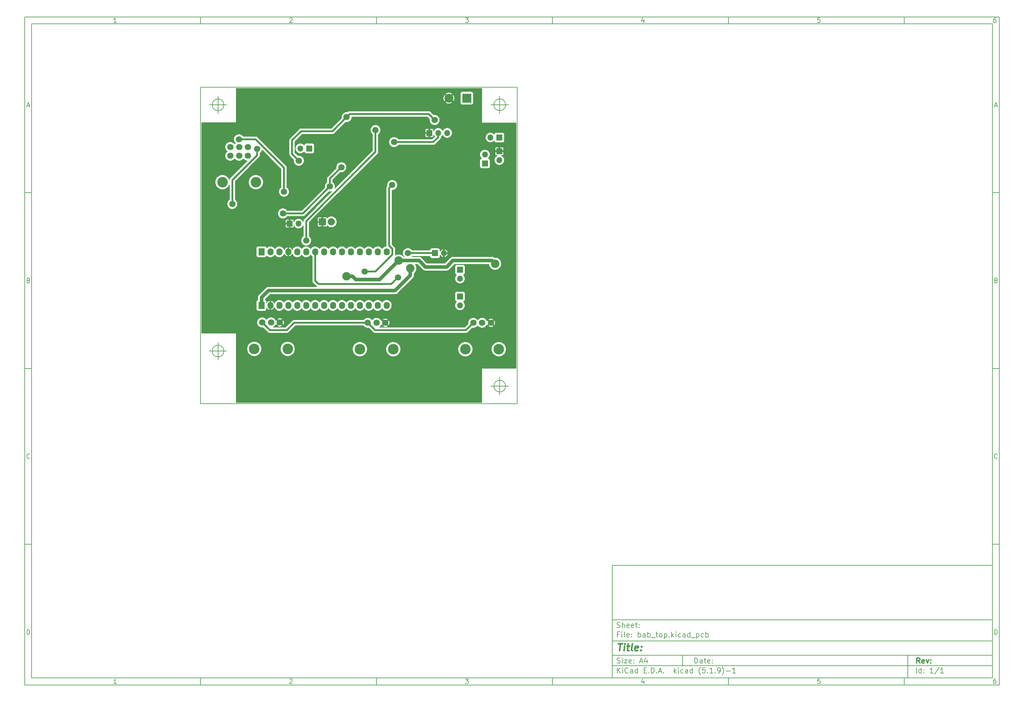
<source format=gbr>
G04 #@! TF.GenerationSoftware,KiCad,Pcbnew,(5.1.9)-1*
G04 #@! TF.CreationDate,2021-04-11T12:34:00+02:00*
G04 #@! TF.ProjectId,bab_top,6261625f-746f-4702-9e6b-696361645f70,rev?*
G04 #@! TF.SameCoordinates,Original*
G04 #@! TF.FileFunction,Copper,L2,Bot*
G04 #@! TF.FilePolarity,Positive*
%FSLAX46Y46*%
G04 Gerber Fmt 4.6, Leading zero omitted, Abs format (unit mm)*
G04 Created by KiCad (PCBNEW (5.1.9)-1) date 2021-04-11 12:34:00*
%MOMM*%
%LPD*%
G01*
G04 APERTURE LIST*
%ADD10C,0.100000*%
%ADD11C,0.150000*%
%ADD12C,0.300000*%
%ADD13C,0.400000*%
G04 #@! TA.AperFunction,Profile*
%ADD14C,0.150000*%
G04 #@! TD*
G04 #@! TA.AperFunction,ComponentPad*
%ADD15R,1.727200X2.032000*%
G04 #@! TD*
G04 #@! TA.AperFunction,ComponentPad*
%ADD16O,1.727200X2.032000*%
G04 #@! TD*
G04 #@! TA.AperFunction,ComponentPad*
%ADD17R,2.540000X2.540000*%
G04 #@! TD*
G04 #@! TA.AperFunction,ComponentPad*
%ADD18C,2.540000*%
G04 #@! TD*
G04 #@! TA.AperFunction,ComponentPad*
%ADD19C,1.800000*%
G04 #@! TD*
G04 #@! TA.AperFunction,WasherPad*
%ADD20C,3.000000*%
G04 #@! TD*
G04 #@! TA.AperFunction,ComponentPad*
%ADD21R,2.032000X2.032000*%
G04 #@! TD*
G04 #@! TA.AperFunction,ComponentPad*
%ADD22O,2.032000X2.032000*%
G04 #@! TD*
G04 #@! TA.AperFunction,ComponentPad*
%ADD23R,1.700000X1.700000*%
G04 #@! TD*
G04 #@! TA.AperFunction,ComponentPad*
%ADD24O,1.700000X1.700000*%
G04 #@! TD*
G04 #@! TA.AperFunction,ViaPad*
%ADD25C,1.800000*%
G04 #@! TD*
G04 #@! TA.AperFunction,ViaPad*
%ADD26C,2.400000*%
G04 #@! TD*
G04 #@! TA.AperFunction,Conductor*
%ADD27C,0.500000*%
G04 #@! TD*
G04 #@! TA.AperFunction,Conductor*
%ADD28C,1.000000*%
G04 #@! TD*
G04 #@! TA.AperFunction,Conductor*
%ADD29C,0.200000*%
G04 #@! TD*
G04 #@! TA.AperFunction,Conductor*
%ADD30C,0.100000*%
G04 #@! TD*
G04 APERTURE END LIST*
D10*
D11*
X177002200Y-166007200D02*
X177002200Y-198007200D01*
X285002200Y-198007200D01*
X285002200Y-166007200D01*
X177002200Y-166007200D01*
D10*
D11*
X10000000Y-10000000D02*
X10000000Y-200007200D01*
X287002200Y-200007200D01*
X287002200Y-10000000D01*
X10000000Y-10000000D01*
D10*
D11*
X12000000Y-12000000D02*
X12000000Y-198007200D01*
X285002200Y-198007200D01*
X285002200Y-12000000D01*
X12000000Y-12000000D01*
D10*
D11*
X60000000Y-12000000D02*
X60000000Y-10000000D01*
D10*
D11*
X110000000Y-12000000D02*
X110000000Y-10000000D01*
D10*
D11*
X160000000Y-12000000D02*
X160000000Y-10000000D01*
D10*
D11*
X210000000Y-12000000D02*
X210000000Y-10000000D01*
D10*
D11*
X260000000Y-12000000D02*
X260000000Y-10000000D01*
D10*
D11*
X36065476Y-11588095D02*
X35322619Y-11588095D01*
X35694047Y-11588095D02*
X35694047Y-10288095D01*
X35570238Y-10473809D01*
X35446428Y-10597619D01*
X35322619Y-10659523D01*
D10*
D11*
X85322619Y-10411904D02*
X85384523Y-10350000D01*
X85508333Y-10288095D01*
X85817857Y-10288095D01*
X85941666Y-10350000D01*
X86003571Y-10411904D01*
X86065476Y-10535714D01*
X86065476Y-10659523D01*
X86003571Y-10845238D01*
X85260714Y-11588095D01*
X86065476Y-11588095D01*
D10*
D11*
X135260714Y-10288095D02*
X136065476Y-10288095D01*
X135632142Y-10783333D01*
X135817857Y-10783333D01*
X135941666Y-10845238D01*
X136003571Y-10907142D01*
X136065476Y-11030952D01*
X136065476Y-11340476D01*
X136003571Y-11464285D01*
X135941666Y-11526190D01*
X135817857Y-11588095D01*
X135446428Y-11588095D01*
X135322619Y-11526190D01*
X135260714Y-11464285D01*
D10*
D11*
X185941666Y-10721428D02*
X185941666Y-11588095D01*
X185632142Y-10226190D02*
X185322619Y-11154761D01*
X186127380Y-11154761D01*
D10*
D11*
X236003571Y-10288095D02*
X235384523Y-10288095D01*
X235322619Y-10907142D01*
X235384523Y-10845238D01*
X235508333Y-10783333D01*
X235817857Y-10783333D01*
X235941666Y-10845238D01*
X236003571Y-10907142D01*
X236065476Y-11030952D01*
X236065476Y-11340476D01*
X236003571Y-11464285D01*
X235941666Y-11526190D01*
X235817857Y-11588095D01*
X235508333Y-11588095D01*
X235384523Y-11526190D01*
X235322619Y-11464285D01*
D10*
D11*
X285941666Y-10288095D02*
X285694047Y-10288095D01*
X285570238Y-10350000D01*
X285508333Y-10411904D01*
X285384523Y-10597619D01*
X285322619Y-10845238D01*
X285322619Y-11340476D01*
X285384523Y-11464285D01*
X285446428Y-11526190D01*
X285570238Y-11588095D01*
X285817857Y-11588095D01*
X285941666Y-11526190D01*
X286003571Y-11464285D01*
X286065476Y-11340476D01*
X286065476Y-11030952D01*
X286003571Y-10907142D01*
X285941666Y-10845238D01*
X285817857Y-10783333D01*
X285570238Y-10783333D01*
X285446428Y-10845238D01*
X285384523Y-10907142D01*
X285322619Y-11030952D01*
D10*
D11*
X60000000Y-198007200D02*
X60000000Y-200007200D01*
D10*
D11*
X110000000Y-198007200D02*
X110000000Y-200007200D01*
D10*
D11*
X160000000Y-198007200D02*
X160000000Y-200007200D01*
D10*
D11*
X210000000Y-198007200D02*
X210000000Y-200007200D01*
D10*
D11*
X260000000Y-198007200D02*
X260000000Y-200007200D01*
D10*
D11*
X36065476Y-199595295D02*
X35322619Y-199595295D01*
X35694047Y-199595295D02*
X35694047Y-198295295D01*
X35570238Y-198481009D01*
X35446428Y-198604819D01*
X35322619Y-198666723D01*
D10*
D11*
X85322619Y-198419104D02*
X85384523Y-198357200D01*
X85508333Y-198295295D01*
X85817857Y-198295295D01*
X85941666Y-198357200D01*
X86003571Y-198419104D01*
X86065476Y-198542914D01*
X86065476Y-198666723D01*
X86003571Y-198852438D01*
X85260714Y-199595295D01*
X86065476Y-199595295D01*
D10*
D11*
X135260714Y-198295295D02*
X136065476Y-198295295D01*
X135632142Y-198790533D01*
X135817857Y-198790533D01*
X135941666Y-198852438D01*
X136003571Y-198914342D01*
X136065476Y-199038152D01*
X136065476Y-199347676D01*
X136003571Y-199471485D01*
X135941666Y-199533390D01*
X135817857Y-199595295D01*
X135446428Y-199595295D01*
X135322619Y-199533390D01*
X135260714Y-199471485D01*
D10*
D11*
X185941666Y-198728628D02*
X185941666Y-199595295D01*
X185632142Y-198233390D02*
X185322619Y-199161961D01*
X186127380Y-199161961D01*
D10*
D11*
X236003571Y-198295295D02*
X235384523Y-198295295D01*
X235322619Y-198914342D01*
X235384523Y-198852438D01*
X235508333Y-198790533D01*
X235817857Y-198790533D01*
X235941666Y-198852438D01*
X236003571Y-198914342D01*
X236065476Y-199038152D01*
X236065476Y-199347676D01*
X236003571Y-199471485D01*
X235941666Y-199533390D01*
X235817857Y-199595295D01*
X235508333Y-199595295D01*
X235384523Y-199533390D01*
X235322619Y-199471485D01*
D10*
D11*
X285941666Y-198295295D02*
X285694047Y-198295295D01*
X285570238Y-198357200D01*
X285508333Y-198419104D01*
X285384523Y-198604819D01*
X285322619Y-198852438D01*
X285322619Y-199347676D01*
X285384523Y-199471485D01*
X285446428Y-199533390D01*
X285570238Y-199595295D01*
X285817857Y-199595295D01*
X285941666Y-199533390D01*
X286003571Y-199471485D01*
X286065476Y-199347676D01*
X286065476Y-199038152D01*
X286003571Y-198914342D01*
X285941666Y-198852438D01*
X285817857Y-198790533D01*
X285570238Y-198790533D01*
X285446428Y-198852438D01*
X285384523Y-198914342D01*
X285322619Y-199038152D01*
D10*
D11*
X10000000Y-60000000D02*
X12000000Y-60000000D01*
D10*
D11*
X10000000Y-110000000D02*
X12000000Y-110000000D01*
D10*
D11*
X10000000Y-160000000D02*
X12000000Y-160000000D01*
D10*
D11*
X10690476Y-35216666D02*
X11309523Y-35216666D01*
X10566666Y-35588095D02*
X11000000Y-34288095D01*
X11433333Y-35588095D01*
D10*
D11*
X11092857Y-84907142D02*
X11278571Y-84969047D01*
X11340476Y-85030952D01*
X11402380Y-85154761D01*
X11402380Y-85340476D01*
X11340476Y-85464285D01*
X11278571Y-85526190D01*
X11154761Y-85588095D01*
X10659523Y-85588095D01*
X10659523Y-84288095D01*
X11092857Y-84288095D01*
X11216666Y-84350000D01*
X11278571Y-84411904D01*
X11340476Y-84535714D01*
X11340476Y-84659523D01*
X11278571Y-84783333D01*
X11216666Y-84845238D01*
X11092857Y-84907142D01*
X10659523Y-84907142D01*
D10*
D11*
X11402380Y-135464285D02*
X11340476Y-135526190D01*
X11154761Y-135588095D01*
X11030952Y-135588095D01*
X10845238Y-135526190D01*
X10721428Y-135402380D01*
X10659523Y-135278571D01*
X10597619Y-135030952D01*
X10597619Y-134845238D01*
X10659523Y-134597619D01*
X10721428Y-134473809D01*
X10845238Y-134350000D01*
X11030952Y-134288095D01*
X11154761Y-134288095D01*
X11340476Y-134350000D01*
X11402380Y-134411904D01*
D10*
D11*
X10659523Y-185588095D02*
X10659523Y-184288095D01*
X10969047Y-184288095D01*
X11154761Y-184350000D01*
X11278571Y-184473809D01*
X11340476Y-184597619D01*
X11402380Y-184845238D01*
X11402380Y-185030952D01*
X11340476Y-185278571D01*
X11278571Y-185402380D01*
X11154761Y-185526190D01*
X10969047Y-185588095D01*
X10659523Y-185588095D01*
D10*
D11*
X287002200Y-60000000D02*
X285002200Y-60000000D01*
D10*
D11*
X287002200Y-110000000D02*
X285002200Y-110000000D01*
D10*
D11*
X287002200Y-160000000D02*
X285002200Y-160000000D01*
D10*
D11*
X285692676Y-35216666D02*
X286311723Y-35216666D01*
X285568866Y-35588095D02*
X286002200Y-34288095D01*
X286435533Y-35588095D01*
D10*
D11*
X286095057Y-84907142D02*
X286280771Y-84969047D01*
X286342676Y-85030952D01*
X286404580Y-85154761D01*
X286404580Y-85340476D01*
X286342676Y-85464285D01*
X286280771Y-85526190D01*
X286156961Y-85588095D01*
X285661723Y-85588095D01*
X285661723Y-84288095D01*
X286095057Y-84288095D01*
X286218866Y-84350000D01*
X286280771Y-84411904D01*
X286342676Y-84535714D01*
X286342676Y-84659523D01*
X286280771Y-84783333D01*
X286218866Y-84845238D01*
X286095057Y-84907142D01*
X285661723Y-84907142D01*
D10*
D11*
X286404580Y-135464285D02*
X286342676Y-135526190D01*
X286156961Y-135588095D01*
X286033152Y-135588095D01*
X285847438Y-135526190D01*
X285723628Y-135402380D01*
X285661723Y-135278571D01*
X285599819Y-135030952D01*
X285599819Y-134845238D01*
X285661723Y-134597619D01*
X285723628Y-134473809D01*
X285847438Y-134350000D01*
X286033152Y-134288095D01*
X286156961Y-134288095D01*
X286342676Y-134350000D01*
X286404580Y-134411904D01*
D10*
D11*
X285661723Y-185588095D02*
X285661723Y-184288095D01*
X285971247Y-184288095D01*
X286156961Y-184350000D01*
X286280771Y-184473809D01*
X286342676Y-184597619D01*
X286404580Y-184845238D01*
X286404580Y-185030952D01*
X286342676Y-185278571D01*
X286280771Y-185402380D01*
X286156961Y-185526190D01*
X285971247Y-185588095D01*
X285661723Y-185588095D01*
D10*
D11*
X200434342Y-193785771D02*
X200434342Y-192285771D01*
X200791485Y-192285771D01*
X201005771Y-192357200D01*
X201148628Y-192500057D01*
X201220057Y-192642914D01*
X201291485Y-192928628D01*
X201291485Y-193142914D01*
X201220057Y-193428628D01*
X201148628Y-193571485D01*
X201005771Y-193714342D01*
X200791485Y-193785771D01*
X200434342Y-193785771D01*
X202577200Y-193785771D02*
X202577200Y-193000057D01*
X202505771Y-192857200D01*
X202362914Y-192785771D01*
X202077200Y-192785771D01*
X201934342Y-192857200D01*
X202577200Y-193714342D02*
X202434342Y-193785771D01*
X202077200Y-193785771D01*
X201934342Y-193714342D01*
X201862914Y-193571485D01*
X201862914Y-193428628D01*
X201934342Y-193285771D01*
X202077200Y-193214342D01*
X202434342Y-193214342D01*
X202577200Y-193142914D01*
X203077200Y-192785771D02*
X203648628Y-192785771D01*
X203291485Y-192285771D02*
X203291485Y-193571485D01*
X203362914Y-193714342D01*
X203505771Y-193785771D01*
X203648628Y-193785771D01*
X204720057Y-193714342D02*
X204577200Y-193785771D01*
X204291485Y-193785771D01*
X204148628Y-193714342D01*
X204077200Y-193571485D01*
X204077200Y-193000057D01*
X204148628Y-192857200D01*
X204291485Y-192785771D01*
X204577200Y-192785771D01*
X204720057Y-192857200D01*
X204791485Y-193000057D01*
X204791485Y-193142914D01*
X204077200Y-193285771D01*
X205434342Y-193642914D02*
X205505771Y-193714342D01*
X205434342Y-193785771D01*
X205362914Y-193714342D01*
X205434342Y-193642914D01*
X205434342Y-193785771D01*
X205434342Y-192857200D02*
X205505771Y-192928628D01*
X205434342Y-193000057D01*
X205362914Y-192928628D01*
X205434342Y-192857200D01*
X205434342Y-193000057D01*
D10*
D11*
X177002200Y-194507200D02*
X285002200Y-194507200D01*
D10*
D11*
X178434342Y-196585771D02*
X178434342Y-195085771D01*
X179291485Y-196585771D02*
X178648628Y-195728628D01*
X179291485Y-195085771D02*
X178434342Y-195942914D01*
X179934342Y-196585771D02*
X179934342Y-195585771D01*
X179934342Y-195085771D02*
X179862914Y-195157200D01*
X179934342Y-195228628D01*
X180005771Y-195157200D01*
X179934342Y-195085771D01*
X179934342Y-195228628D01*
X181505771Y-196442914D02*
X181434342Y-196514342D01*
X181220057Y-196585771D01*
X181077200Y-196585771D01*
X180862914Y-196514342D01*
X180720057Y-196371485D01*
X180648628Y-196228628D01*
X180577200Y-195942914D01*
X180577200Y-195728628D01*
X180648628Y-195442914D01*
X180720057Y-195300057D01*
X180862914Y-195157200D01*
X181077200Y-195085771D01*
X181220057Y-195085771D01*
X181434342Y-195157200D01*
X181505771Y-195228628D01*
X182791485Y-196585771D02*
X182791485Y-195800057D01*
X182720057Y-195657200D01*
X182577200Y-195585771D01*
X182291485Y-195585771D01*
X182148628Y-195657200D01*
X182791485Y-196514342D02*
X182648628Y-196585771D01*
X182291485Y-196585771D01*
X182148628Y-196514342D01*
X182077200Y-196371485D01*
X182077200Y-196228628D01*
X182148628Y-196085771D01*
X182291485Y-196014342D01*
X182648628Y-196014342D01*
X182791485Y-195942914D01*
X184148628Y-196585771D02*
X184148628Y-195085771D01*
X184148628Y-196514342D02*
X184005771Y-196585771D01*
X183720057Y-196585771D01*
X183577200Y-196514342D01*
X183505771Y-196442914D01*
X183434342Y-196300057D01*
X183434342Y-195871485D01*
X183505771Y-195728628D01*
X183577200Y-195657200D01*
X183720057Y-195585771D01*
X184005771Y-195585771D01*
X184148628Y-195657200D01*
X186005771Y-195800057D02*
X186505771Y-195800057D01*
X186720057Y-196585771D02*
X186005771Y-196585771D01*
X186005771Y-195085771D01*
X186720057Y-195085771D01*
X187362914Y-196442914D02*
X187434342Y-196514342D01*
X187362914Y-196585771D01*
X187291485Y-196514342D01*
X187362914Y-196442914D01*
X187362914Y-196585771D01*
X188077200Y-196585771D02*
X188077200Y-195085771D01*
X188434342Y-195085771D01*
X188648628Y-195157200D01*
X188791485Y-195300057D01*
X188862914Y-195442914D01*
X188934342Y-195728628D01*
X188934342Y-195942914D01*
X188862914Y-196228628D01*
X188791485Y-196371485D01*
X188648628Y-196514342D01*
X188434342Y-196585771D01*
X188077200Y-196585771D01*
X189577200Y-196442914D02*
X189648628Y-196514342D01*
X189577200Y-196585771D01*
X189505771Y-196514342D01*
X189577200Y-196442914D01*
X189577200Y-196585771D01*
X190220057Y-196157200D02*
X190934342Y-196157200D01*
X190077200Y-196585771D02*
X190577200Y-195085771D01*
X191077200Y-196585771D01*
X191577200Y-196442914D02*
X191648628Y-196514342D01*
X191577200Y-196585771D01*
X191505771Y-196514342D01*
X191577200Y-196442914D01*
X191577200Y-196585771D01*
X194577200Y-196585771D02*
X194577200Y-195085771D01*
X194720057Y-196014342D02*
X195148628Y-196585771D01*
X195148628Y-195585771D02*
X194577200Y-196157200D01*
X195791485Y-196585771D02*
X195791485Y-195585771D01*
X195791485Y-195085771D02*
X195720057Y-195157200D01*
X195791485Y-195228628D01*
X195862914Y-195157200D01*
X195791485Y-195085771D01*
X195791485Y-195228628D01*
X197148628Y-196514342D02*
X197005771Y-196585771D01*
X196720057Y-196585771D01*
X196577200Y-196514342D01*
X196505771Y-196442914D01*
X196434342Y-196300057D01*
X196434342Y-195871485D01*
X196505771Y-195728628D01*
X196577200Y-195657200D01*
X196720057Y-195585771D01*
X197005771Y-195585771D01*
X197148628Y-195657200D01*
X198434342Y-196585771D02*
X198434342Y-195800057D01*
X198362914Y-195657200D01*
X198220057Y-195585771D01*
X197934342Y-195585771D01*
X197791485Y-195657200D01*
X198434342Y-196514342D02*
X198291485Y-196585771D01*
X197934342Y-196585771D01*
X197791485Y-196514342D01*
X197720057Y-196371485D01*
X197720057Y-196228628D01*
X197791485Y-196085771D01*
X197934342Y-196014342D01*
X198291485Y-196014342D01*
X198434342Y-195942914D01*
X199791485Y-196585771D02*
X199791485Y-195085771D01*
X199791485Y-196514342D02*
X199648628Y-196585771D01*
X199362914Y-196585771D01*
X199220057Y-196514342D01*
X199148628Y-196442914D01*
X199077200Y-196300057D01*
X199077200Y-195871485D01*
X199148628Y-195728628D01*
X199220057Y-195657200D01*
X199362914Y-195585771D01*
X199648628Y-195585771D01*
X199791485Y-195657200D01*
X202077200Y-197157200D02*
X202005771Y-197085771D01*
X201862914Y-196871485D01*
X201791485Y-196728628D01*
X201720057Y-196514342D01*
X201648628Y-196157200D01*
X201648628Y-195871485D01*
X201720057Y-195514342D01*
X201791485Y-195300057D01*
X201862914Y-195157200D01*
X202005771Y-194942914D01*
X202077200Y-194871485D01*
X203362914Y-195085771D02*
X202648628Y-195085771D01*
X202577200Y-195800057D01*
X202648628Y-195728628D01*
X202791485Y-195657200D01*
X203148628Y-195657200D01*
X203291485Y-195728628D01*
X203362914Y-195800057D01*
X203434342Y-195942914D01*
X203434342Y-196300057D01*
X203362914Y-196442914D01*
X203291485Y-196514342D01*
X203148628Y-196585771D01*
X202791485Y-196585771D01*
X202648628Y-196514342D01*
X202577200Y-196442914D01*
X204077200Y-196442914D02*
X204148628Y-196514342D01*
X204077200Y-196585771D01*
X204005771Y-196514342D01*
X204077200Y-196442914D01*
X204077200Y-196585771D01*
X205577200Y-196585771D02*
X204720057Y-196585771D01*
X205148628Y-196585771D02*
X205148628Y-195085771D01*
X205005771Y-195300057D01*
X204862914Y-195442914D01*
X204720057Y-195514342D01*
X206220057Y-196442914D02*
X206291485Y-196514342D01*
X206220057Y-196585771D01*
X206148628Y-196514342D01*
X206220057Y-196442914D01*
X206220057Y-196585771D01*
X207005771Y-196585771D02*
X207291485Y-196585771D01*
X207434342Y-196514342D01*
X207505771Y-196442914D01*
X207648628Y-196228628D01*
X207720057Y-195942914D01*
X207720057Y-195371485D01*
X207648628Y-195228628D01*
X207577200Y-195157200D01*
X207434342Y-195085771D01*
X207148628Y-195085771D01*
X207005771Y-195157200D01*
X206934342Y-195228628D01*
X206862914Y-195371485D01*
X206862914Y-195728628D01*
X206934342Y-195871485D01*
X207005771Y-195942914D01*
X207148628Y-196014342D01*
X207434342Y-196014342D01*
X207577200Y-195942914D01*
X207648628Y-195871485D01*
X207720057Y-195728628D01*
X208220057Y-197157200D02*
X208291485Y-197085771D01*
X208434342Y-196871485D01*
X208505771Y-196728628D01*
X208577200Y-196514342D01*
X208648628Y-196157200D01*
X208648628Y-195871485D01*
X208577200Y-195514342D01*
X208505771Y-195300057D01*
X208434342Y-195157200D01*
X208291485Y-194942914D01*
X208220057Y-194871485D01*
X209362914Y-196014342D02*
X210505771Y-196014342D01*
X212005771Y-196585771D02*
X211148628Y-196585771D01*
X211577200Y-196585771D02*
X211577200Y-195085771D01*
X211434342Y-195300057D01*
X211291485Y-195442914D01*
X211148628Y-195514342D01*
D10*
D11*
X177002200Y-191507200D02*
X285002200Y-191507200D01*
D10*
D12*
X264411485Y-193785771D02*
X263911485Y-193071485D01*
X263554342Y-193785771D02*
X263554342Y-192285771D01*
X264125771Y-192285771D01*
X264268628Y-192357200D01*
X264340057Y-192428628D01*
X264411485Y-192571485D01*
X264411485Y-192785771D01*
X264340057Y-192928628D01*
X264268628Y-193000057D01*
X264125771Y-193071485D01*
X263554342Y-193071485D01*
X265625771Y-193714342D02*
X265482914Y-193785771D01*
X265197200Y-193785771D01*
X265054342Y-193714342D01*
X264982914Y-193571485D01*
X264982914Y-193000057D01*
X265054342Y-192857200D01*
X265197200Y-192785771D01*
X265482914Y-192785771D01*
X265625771Y-192857200D01*
X265697200Y-193000057D01*
X265697200Y-193142914D01*
X264982914Y-193285771D01*
X266197200Y-192785771D02*
X266554342Y-193785771D01*
X266911485Y-192785771D01*
X267482914Y-193642914D02*
X267554342Y-193714342D01*
X267482914Y-193785771D01*
X267411485Y-193714342D01*
X267482914Y-193642914D01*
X267482914Y-193785771D01*
X267482914Y-192857200D02*
X267554342Y-192928628D01*
X267482914Y-193000057D01*
X267411485Y-192928628D01*
X267482914Y-192857200D01*
X267482914Y-193000057D01*
D10*
D11*
X178362914Y-193714342D02*
X178577200Y-193785771D01*
X178934342Y-193785771D01*
X179077200Y-193714342D01*
X179148628Y-193642914D01*
X179220057Y-193500057D01*
X179220057Y-193357200D01*
X179148628Y-193214342D01*
X179077200Y-193142914D01*
X178934342Y-193071485D01*
X178648628Y-193000057D01*
X178505771Y-192928628D01*
X178434342Y-192857200D01*
X178362914Y-192714342D01*
X178362914Y-192571485D01*
X178434342Y-192428628D01*
X178505771Y-192357200D01*
X178648628Y-192285771D01*
X179005771Y-192285771D01*
X179220057Y-192357200D01*
X179862914Y-193785771D02*
X179862914Y-192785771D01*
X179862914Y-192285771D02*
X179791485Y-192357200D01*
X179862914Y-192428628D01*
X179934342Y-192357200D01*
X179862914Y-192285771D01*
X179862914Y-192428628D01*
X180434342Y-192785771D02*
X181220057Y-192785771D01*
X180434342Y-193785771D01*
X181220057Y-193785771D01*
X182362914Y-193714342D02*
X182220057Y-193785771D01*
X181934342Y-193785771D01*
X181791485Y-193714342D01*
X181720057Y-193571485D01*
X181720057Y-193000057D01*
X181791485Y-192857200D01*
X181934342Y-192785771D01*
X182220057Y-192785771D01*
X182362914Y-192857200D01*
X182434342Y-193000057D01*
X182434342Y-193142914D01*
X181720057Y-193285771D01*
X183077200Y-193642914D02*
X183148628Y-193714342D01*
X183077200Y-193785771D01*
X183005771Y-193714342D01*
X183077200Y-193642914D01*
X183077200Y-193785771D01*
X183077200Y-192857200D02*
X183148628Y-192928628D01*
X183077200Y-193000057D01*
X183005771Y-192928628D01*
X183077200Y-192857200D01*
X183077200Y-193000057D01*
X184862914Y-193357200D02*
X185577200Y-193357200D01*
X184720057Y-193785771D02*
X185220057Y-192285771D01*
X185720057Y-193785771D01*
X186862914Y-192785771D02*
X186862914Y-193785771D01*
X186505771Y-192214342D02*
X186148628Y-193285771D01*
X187077200Y-193285771D01*
D10*
D11*
X263434342Y-196585771D02*
X263434342Y-195085771D01*
X264791485Y-196585771D02*
X264791485Y-195085771D01*
X264791485Y-196514342D02*
X264648628Y-196585771D01*
X264362914Y-196585771D01*
X264220057Y-196514342D01*
X264148628Y-196442914D01*
X264077200Y-196300057D01*
X264077200Y-195871485D01*
X264148628Y-195728628D01*
X264220057Y-195657200D01*
X264362914Y-195585771D01*
X264648628Y-195585771D01*
X264791485Y-195657200D01*
X265505771Y-196442914D02*
X265577200Y-196514342D01*
X265505771Y-196585771D01*
X265434342Y-196514342D01*
X265505771Y-196442914D01*
X265505771Y-196585771D01*
X265505771Y-195657200D02*
X265577200Y-195728628D01*
X265505771Y-195800057D01*
X265434342Y-195728628D01*
X265505771Y-195657200D01*
X265505771Y-195800057D01*
X268148628Y-196585771D02*
X267291485Y-196585771D01*
X267720057Y-196585771D02*
X267720057Y-195085771D01*
X267577200Y-195300057D01*
X267434342Y-195442914D01*
X267291485Y-195514342D01*
X269862914Y-195014342D02*
X268577200Y-196942914D01*
X271148628Y-196585771D02*
X270291485Y-196585771D01*
X270720057Y-196585771D02*
X270720057Y-195085771D01*
X270577200Y-195300057D01*
X270434342Y-195442914D01*
X270291485Y-195514342D01*
D10*
D11*
X177002200Y-187507200D02*
X285002200Y-187507200D01*
D10*
D13*
X178714580Y-188211961D02*
X179857438Y-188211961D01*
X179036009Y-190211961D02*
X179286009Y-188211961D01*
X180274104Y-190211961D02*
X180440771Y-188878628D01*
X180524104Y-188211961D02*
X180416961Y-188307200D01*
X180500295Y-188402438D01*
X180607438Y-188307200D01*
X180524104Y-188211961D01*
X180500295Y-188402438D01*
X181107438Y-188878628D02*
X181869342Y-188878628D01*
X181476485Y-188211961D02*
X181262200Y-189926247D01*
X181333628Y-190116723D01*
X181512200Y-190211961D01*
X181702676Y-190211961D01*
X182655057Y-190211961D02*
X182476485Y-190116723D01*
X182405057Y-189926247D01*
X182619342Y-188211961D01*
X184190771Y-190116723D02*
X183988390Y-190211961D01*
X183607438Y-190211961D01*
X183428866Y-190116723D01*
X183357438Y-189926247D01*
X183452676Y-189164342D01*
X183571723Y-188973866D01*
X183774104Y-188878628D01*
X184155057Y-188878628D01*
X184333628Y-188973866D01*
X184405057Y-189164342D01*
X184381247Y-189354819D01*
X183405057Y-189545295D01*
X185155057Y-190021485D02*
X185238390Y-190116723D01*
X185131247Y-190211961D01*
X185047914Y-190116723D01*
X185155057Y-190021485D01*
X185131247Y-190211961D01*
X185286009Y-188973866D02*
X185369342Y-189069104D01*
X185262200Y-189164342D01*
X185178866Y-189069104D01*
X185286009Y-188973866D01*
X185262200Y-189164342D01*
D10*
D11*
X178934342Y-185600057D02*
X178434342Y-185600057D01*
X178434342Y-186385771D02*
X178434342Y-184885771D01*
X179148628Y-184885771D01*
X179720057Y-186385771D02*
X179720057Y-185385771D01*
X179720057Y-184885771D02*
X179648628Y-184957200D01*
X179720057Y-185028628D01*
X179791485Y-184957200D01*
X179720057Y-184885771D01*
X179720057Y-185028628D01*
X180648628Y-186385771D02*
X180505771Y-186314342D01*
X180434342Y-186171485D01*
X180434342Y-184885771D01*
X181791485Y-186314342D02*
X181648628Y-186385771D01*
X181362914Y-186385771D01*
X181220057Y-186314342D01*
X181148628Y-186171485D01*
X181148628Y-185600057D01*
X181220057Y-185457200D01*
X181362914Y-185385771D01*
X181648628Y-185385771D01*
X181791485Y-185457200D01*
X181862914Y-185600057D01*
X181862914Y-185742914D01*
X181148628Y-185885771D01*
X182505771Y-186242914D02*
X182577200Y-186314342D01*
X182505771Y-186385771D01*
X182434342Y-186314342D01*
X182505771Y-186242914D01*
X182505771Y-186385771D01*
X182505771Y-185457200D02*
X182577200Y-185528628D01*
X182505771Y-185600057D01*
X182434342Y-185528628D01*
X182505771Y-185457200D01*
X182505771Y-185600057D01*
X184362914Y-186385771D02*
X184362914Y-184885771D01*
X184362914Y-185457200D02*
X184505771Y-185385771D01*
X184791485Y-185385771D01*
X184934342Y-185457200D01*
X185005771Y-185528628D01*
X185077200Y-185671485D01*
X185077200Y-186100057D01*
X185005771Y-186242914D01*
X184934342Y-186314342D01*
X184791485Y-186385771D01*
X184505771Y-186385771D01*
X184362914Y-186314342D01*
X186362914Y-186385771D02*
X186362914Y-185600057D01*
X186291485Y-185457200D01*
X186148628Y-185385771D01*
X185862914Y-185385771D01*
X185720057Y-185457200D01*
X186362914Y-186314342D02*
X186220057Y-186385771D01*
X185862914Y-186385771D01*
X185720057Y-186314342D01*
X185648628Y-186171485D01*
X185648628Y-186028628D01*
X185720057Y-185885771D01*
X185862914Y-185814342D01*
X186220057Y-185814342D01*
X186362914Y-185742914D01*
X187077200Y-186385771D02*
X187077200Y-184885771D01*
X187077200Y-185457200D02*
X187220057Y-185385771D01*
X187505771Y-185385771D01*
X187648628Y-185457200D01*
X187720057Y-185528628D01*
X187791485Y-185671485D01*
X187791485Y-186100057D01*
X187720057Y-186242914D01*
X187648628Y-186314342D01*
X187505771Y-186385771D01*
X187220057Y-186385771D01*
X187077200Y-186314342D01*
X188077200Y-186528628D02*
X189220057Y-186528628D01*
X189362914Y-185385771D02*
X189934342Y-185385771D01*
X189577200Y-184885771D02*
X189577200Y-186171485D01*
X189648628Y-186314342D01*
X189791485Y-186385771D01*
X189934342Y-186385771D01*
X190648628Y-186385771D02*
X190505771Y-186314342D01*
X190434342Y-186242914D01*
X190362914Y-186100057D01*
X190362914Y-185671485D01*
X190434342Y-185528628D01*
X190505771Y-185457200D01*
X190648628Y-185385771D01*
X190862914Y-185385771D01*
X191005771Y-185457200D01*
X191077200Y-185528628D01*
X191148628Y-185671485D01*
X191148628Y-186100057D01*
X191077200Y-186242914D01*
X191005771Y-186314342D01*
X190862914Y-186385771D01*
X190648628Y-186385771D01*
X191791485Y-185385771D02*
X191791485Y-186885771D01*
X191791485Y-185457200D02*
X191934342Y-185385771D01*
X192220057Y-185385771D01*
X192362914Y-185457200D01*
X192434342Y-185528628D01*
X192505771Y-185671485D01*
X192505771Y-186100057D01*
X192434342Y-186242914D01*
X192362914Y-186314342D01*
X192220057Y-186385771D01*
X191934342Y-186385771D01*
X191791485Y-186314342D01*
X193148628Y-186242914D02*
X193220057Y-186314342D01*
X193148628Y-186385771D01*
X193077200Y-186314342D01*
X193148628Y-186242914D01*
X193148628Y-186385771D01*
X193862914Y-186385771D02*
X193862914Y-184885771D01*
X194005771Y-185814342D02*
X194434342Y-186385771D01*
X194434342Y-185385771D02*
X193862914Y-185957200D01*
X195077200Y-186385771D02*
X195077200Y-185385771D01*
X195077200Y-184885771D02*
X195005771Y-184957200D01*
X195077200Y-185028628D01*
X195148628Y-184957200D01*
X195077200Y-184885771D01*
X195077200Y-185028628D01*
X196434342Y-186314342D02*
X196291485Y-186385771D01*
X196005771Y-186385771D01*
X195862914Y-186314342D01*
X195791485Y-186242914D01*
X195720057Y-186100057D01*
X195720057Y-185671485D01*
X195791485Y-185528628D01*
X195862914Y-185457200D01*
X196005771Y-185385771D01*
X196291485Y-185385771D01*
X196434342Y-185457200D01*
X197720057Y-186385771D02*
X197720057Y-185600057D01*
X197648628Y-185457200D01*
X197505771Y-185385771D01*
X197220057Y-185385771D01*
X197077200Y-185457200D01*
X197720057Y-186314342D02*
X197577200Y-186385771D01*
X197220057Y-186385771D01*
X197077200Y-186314342D01*
X197005771Y-186171485D01*
X197005771Y-186028628D01*
X197077200Y-185885771D01*
X197220057Y-185814342D01*
X197577200Y-185814342D01*
X197720057Y-185742914D01*
X199077200Y-186385771D02*
X199077200Y-184885771D01*
X199077200Y-186314342D02*
X198934342Y-186385771D01*
X198648628Y-186385771D01*
X198505771Y-186314342D01*
X198434342Y-186242914D01*
X198362914Y-186100057D01*
X198362914Y-185671485D01*
X198434342Y-185528628D01*
X198505771Y-185457200D01*
X198648628Y-185385771D01*
X198934342Y-185385771D01*
X199077200Y-185457200D01*
X199434342Y-186528628D02*
X200577200Y-186528628D01*
X200934342Y-185385771D02*
X200934342Y-186885771D01*
X200934342Y-185457200D02*
X201077200Y-185385771D01*
X201362914Y-185385771D01*
X201505771Y-185457200D01*
X201577200Y-185528628D01*
X201648628Y-185671485D01*
X201648628Y-186100057D01*
X201577200Y-186242914D01*
X201505771Y-186314342D01*
X201362914Y-186385771D01*
X201077200Y-186385771D01*
X200934342Y-186314342D01*
X202934342Y-186314342D02*
X202791485Y-186385771D01*
X202505771Y-186385771D01*
X202362914Y-186314342D01*
X202291485Y-186242914D01*
X202220057Y-186100057D01*
X202220057Y-185671485D01*
X202291485Y-185528628D01*
X202362914Y-185457200D01*
X202505771Y-185385771D01*
X202791485Y-185385771D01*
X202934342Y-185457200D01*
X203577200Y-186385771D02*
X203577200Y-184885771D01*
X203577200Y-185457200D02*
X203720057Y-185385771D01*
X204005771Y-185385771D01*
X204148628Y-185457200D01*
X204220057Y-185528628D01*
X204291485Y-185671485D01*
X204291485Y-186100057D01*
X204220057Y-186242914D01*
X204148628Y-186314342D01*
X204005771Y-186385771D01*
X203720057Y-186385771D01*
X203577200Y-186314342D01*
D10*
D11*
X177002200Y-181507200D02*
X285002200Y-181507200D01*
D10*
D11*
X178362914Y-183614342D02*
X178577200Y-183685771D01*
X178934342Y-183685771D01*
X179077200Y-183614342D01*
X179148628Y-183542914D01*
X179220057Y-183400057D01*
X179220057Y-183257200D01*
X179148628Y-183114342D01*
X179077200Y-183042914D01*
X178934342Y-182971485D01*
X178648628Y-182900057D01*
X178505771Y-182828628D01*
X178434342Y-182757200D01*
X178362914Y-182614342D01*
X178362914Y-182471485D01*
X178434342Y-182328628D01*
X178505771Y-182257200D01*
X178648628Y-182185771D01*
X179005771Y-182185771D01*
X179220057Y-182257200D01*
X179862914Y-183685771D02*
X179862914Y-182185771D01*
X180505771Y-183685771D02*
X180505771Y-182900057D01*
X180434342Y-182757200D01*
X180291485Y-182685771D01*
X180077200Y-182685771D01*
X179934342Y-182757200D01*
X179862914Y-182828628D01*
X181791485Y-183614342D02*
X181648628Y-183685771D01*
X181362914Y-183685771D01*
X181220057Y-183614342D01*
X181148628Y-183471485D01*
X181148628Y-182900057D01*
X181220057Y-182757200D01*
X181362914Y-182685771D01*
X181648628Y-182685771D01*
X181791485Y-182757200D01*
X181862914Y-182900057D01*
X181862914Y-183042914D01*
X181148628Y-183185771D01*
X183077200Y-183614342D02*
X182934342Y-183685771D01*
X182648628Y-183685771D01*
X182505771Y-183614342D01*
X182434342Y-183471485D01*
X182434342Y-182900057D01*
X182505771Y-182757200D01*
X182648628Y-182685771D01*
X182934342Y-182685771D01*
X183077200Y-182757200D01*
X183148628Y-182900057D01*
X183148628Y-183042914D01*
X182434342Y-183185771D01*
X183577200Y-182685771D02*
X184148628Y-182685771D01*
X183791485Y-182185771D02*
X183791485Y-183471485D01*
X183862914Y-183614342D01*
X184005771Y-183685771D01*
X184148628Y-183685771D01*
X184648628Y-183542914D02*
X184720057Y-183614342D01*
X184648628Y-183685771D01*
X184577200Y-183614342D01*
X184648628Y-183542914D01*
X184648628Y-183685771D01*
X184648628Y-182757200D02*
X184720057Y-182828628D01*
X184648628Y-182900057D01*
X184577200Y-182828628D01*
X184648628Y-182757200D01*
X184648628Y-182900057D01*
D10*
D11*
X197002200Y-191507200D02*
X197002200Y-194507200D01*
D10*
D11*
X261002200Y-191507200D02*
X261002200Y-198007200D01*
D14*
X150000000Y-30000000D02*
X150000000Y-120000000D01*
X60000000Y-30000000D02*
X60000000Y-120000000D01*
X150000000Y-30000000D02*
X60000000Y-30000000D01*
X60000000Y-120000000D02*
X150000000Y-120000000D01*
X146666666Y-115000000D02*
G75*
G03*
X146666666Y-115000000I-1666666J0D01*
G01*
X142500000Y-115000000D02*
X147500000Y-115000000D01*
X145000000Y-112500000D02*
X145000000Y-117500000D01*
X66633903Y-35008759D02*
G75*
G03*
X66633903Y-35008759I-1666666J0D01*
G01*
X62467237Y-35008759D02*
X67467237Y-35008759D01*
X64967237Y-32508759D02*
X64967237Y-37508759D01*
X66605474Y-105026938D02*
G75*
G03*
X66605474Y-105026938I-1666666J0D01*
G01*
X62438808Y-105026938D02*
X67438808Y-105026938D01*
X64938808Y-102526938D02*
X64938808Y-107526938D01*
X146666666Y-34989010D02*
G75*
G03*
X146666666Y-34989010I-1666666J0D01*
G01*
X142500000Y-34989010D02*
X147500000Y-34989010D01*
X145000000Y-32489010D02*
X145000000Y-37489010D01*
D15*
X77300000Y-76800000D03*
D16*
X79840000Y-76800000D03*
X82380000Y-76800000D03*
X84920000Y-76800000D03*
X87460000Y-76800000D03*
X90000000Y-76800000D03*
X92540000Y-76800000D03*
X95080000Y-76800000D03*
X97620000Y-76800000D03*
X100160000Y-76800000D03*
X102700000Y-76800000D03*
X105240000Y-76800000D03*
X107780000Y-76800000D03*
X110320000Y-76800000D03*
X112860000Y-76800000D03*
D15*
X77300000Y-92040000D03*
D16*
X79840000Y-92040000D03*
X82380000Y-92040000D03*
X84920000Y-92040000D03*
X87460000Y-92040000D03*
X90000000Y-92040000D03*
X92540000Y-92040000D03*
X95080000Y-92040000D03*
X97620000Y-92040000D03*
X100160000Y-92040000D03*
X102700000Y-92040000D03*
X105240000Y-92040000D03*
X107780000Y-92040000D03*
X110320000Y-92040000D03*
X112860000Y-92040000D03*
D17*
X135640000Y-33100000D03*
D18*
X130560000Y-33100000D03*
D19*
X73450000Y-49500000D03*
X70950000Y-49500000D03*
X68450000Y-49500000D03*
D20*
X75700000Y-57000000D03*
X66200000Y-57000000D03*
D19*
X73450000Y-47000000D03*
X70950000Y-47000000D03*
X68450000Y-47000000D03*
D21*
X94600000Y-68300000D03*
D22*
X97140000Y-68300000D03*
D19*
X142500000Y-97000000D03*
X140000000Y-97000000D03*
X137500000Y-97000000D03*
D20*
X144750000Y-104500000D03*
X135250000Y-104500000D03*
D19*
X112500000Y-97000000D03*
X110000000Y-97000000D03*
X107500000Y-97000000D03*
D20*
X114750000Y-104500000D03*
X105250000Y-104500000D03*
D19*
X82500000Y-96900000D03*
X80000000Y-96900000D03*
X77500000Y-96900000D03*
D20*
X84750000Y-104400000D03*
X75250000Y-104400000D03*
D23*
X125000000Y-43000000D03*
D24*
X127540000Y-43000000D03*
X130080000Y-43000000D03*
X133700000Y-92040000D03*
D23*
X133700000Y-89500000D03*
X133700000Y-81900000D03*
D24*
X133700000Y-84440000D03*
X88360000Y-47400000D03*
D23*
X90900000Y-47400000D03*
D24*
X144900000Y-50740000D03*
D23*
X144900000Y-48200000D03*
X85300000Y-68800000D03*
D24*
X87840000Y-68800000D03*
D23*
X140800000Y-51700000D03*
D24*
X140800000Y-49160000D03*
X142360000Y-44300000D03*
D23*
X144900000Y-44300000D03*
X126600000Y-77200000D03*
D24*
X129140000Y-77200000D03*
D25*
X69000000Y-63200000D03*
X76033273Y-47566727D03*
X114450000Y-57800000D03*
X106600000Y-82400000D03*
D26*
X143699640Y-80200360D03*
X116299999Y-79299999D03*
X101500000Y-83800000D03*
D25*
X87900000Y-50900000D03*
X101500000Y-38500000D03*
X126499999Y-39300000D03*
X96750000Y-58235773D03*
X100000000Y-52750000D03*
X83399998Y-65900000D03*
X115000000Y-45600000D03*
X105500000Y-63100000D03*
X67750000Y-75500000D03*
X115750000Y-67350000D03*
X112399988Y-51900000D03*
X118900000Y-96200000D03*
X118500000Y-88400000D03*
X144700000Y-94500000D03*
X111100000Y-39900000D03*
X85000000Y-62500000D03*
X118900002Y-77200000D03*
X109700000Y-42200000D03*
X90000000Y-73600000D03*
X70900000Y-44800000D03*
X83700000Y-59700000D03*
X116100000Y-84100000D03*
D26*
X119600000Y-81500000D03*
D27*
X76033273Y-47566727D02*
X76033273Y-49358729D01*
X76033273Y-49358729D02*
X69000000Y-56392002D01*
X69000000Y-56392002D02*
X69000000Y-63200000D01*
X107500000Y-97000000D02*
X86600000Y-97000000D01*
X86600000Y-97000000D02*
X84500000Y-99100000D01*
X79700000Y-99100000D02*
X77500000Y-96900000D01*
X84500000Y-99100000D02*
X79700000Y-99100000D01*
X136600001Y-97899999D02*
X137500000Y-97000000D01*
X135400000Y-99100000D02*
X136600001Y-97899999D01*
X109600000Y-99100000D02*
X135400000Y-99100000D01*
X107500000Y-97000000D02*
X109600000Y-99100000D01*
X113550001Y-58699999D02*
X114450000Y-57800000D01*
X113550001Y-75055612D02*
X113550001Y-58699999D01*
X114473610Y-75979221D02*
X113550001Y-75055612D01*
X114473610Y-77620779D02*
X114473610Y-75979221D01*
X109694389Y-82400000D02*
X114473610Y-77620779D01*
X106600000Y-82400000D02*
X109694389Y-82400000D01*
D28*
X142799279Y-79299999D02*
X143699640Y-80200360D01*
X116299999Y-79299999D02*
X122099999Y-79299999D01*
X122099999Y-79299999D02*
X123900000Y-81100000D01*
X131700001Y-79299999D02*
X142799279Y-79299999D01*
X123900000Y-81100000D02*
X129900000Y-81100000D01*
X129900000Y-81100000D02*
X131700001Y-79299999D01*
X103197056Y-83800000D02*
X101500000Y-83800000D01*
X104097056Y-84700000D02*
X103197056Y-83800000D01*
X116299999Y-79299999D02*
X110899998Y-84700000D01*
X110899998Y-84700000D02*
X104097056Y-84700000D01*
D27*
X87900000Y-50900000D02*
X86000000Y-49000000D01*
X86000000Y-49000000D02*
X86000000Y-45100000D01*
X86000000Y-45100000D02*
X88600000Y-42500000D01*
X97500000Y-42500000D02*
X101500000Y-38500000D01*
X88600000Y-42500000D02*
X97500000Y-42500000D01*
X125600000Y-38400001D02*
X126499999Y-39300000D01*
X124800000Y-37600001D02*
X125600000Y-38400001D01*
X102399999Y-37600001D02*
X124800000Y-37600001D01*
X101500000Y-38500000D02*
X102399999Y-37600001D01*
X96750000Y-58235773D02*
X96750000Y-56000000D01*
X96750000Y-56000000D02*
X100000000Y-52750000D01*
X89085773Y-65900000D02*
X84672790Y-65900000D01*
X84672790Y-65900000D02*
X83399998Y-65900000D01*
X96750000Y-58235773D02*
X89085773Y-65900000D01*
X127540000Y-44202081D02*
X127540000Y-43000000D01*
X126142081Y-45600000D02*
X127540000Y-44202081D01*
X115000000Y-45600000D02*
X126142081Y-45600000D01*
X106100000Y-59500000D02*
X111000000Y-54600000D01*
X106100000Y-59500000D02*
X106100000Y-62500000D01*
X106100000Y-62500000D02*
X105500000Y-63100000D01*
X111499989Y-52799999D02*
X112399988Y-51900000D01*
X111000000Y-53299988D02*
X111499989Y-52799999D01*
X111000000Y-54600000D02*
X111000000Y-53299988D01*
X126600000Y-77200000D02*
X118900002Y-77200000D01*
X109700000Y-42200000D02*
X109700000Y-48400000D01*
X90000000Y-68100000D02*
X90000000Y-72327208D01*
X90000000Y-72327208D02*
X90000000Y-73600000D01*
X109700000Y-48400000D02*
X90000000Y-68100000D01*
X83700000Y-52900000D02*
X83700000Y-58427208D01*
X83700000Y-58427208D02*
X83700000Y-59700000D01*
X75600000Y-44800000D02*
X83700000Y-52900000D01*
X70900000Y-44800000D02*
X75600000Y-44800000D01*
X114200000Y-86000000D02*
X116100000Y-84100000D01*
X93500000Y-86000000D02*
X114200000Y-86000000D01*
X92540000Y-76800000D02*
X92540000Y-85040000D01*
X92540000Y-85040000D02*
X93500000Y-86000000D01*
D28*
X77300000Y-89800000D02*
X77300000Y-92040000D01*
X79300000Y-87800000D02*
X77300000Y-89800000D01*
X115300000Y-87800000D02*
X79300000Y-87800000D01*
X119600000Y-81500000D02*
X119600000Y-83500000D01*
X119600000Y-83500000D02*
X115300000Y-87800000D01*
D29*
X139900000Y-40025051D02*
X139901921Y-40044560D01*
X139907612Y-40063319D01*
X139916853Y-40080608D01*
X139929289Y-40095762D01*
X139944443Y-40108198D01*
X139961732Y-40117439D01*
X139980491Y-40123130D01*
X140000000Y-40125051D01*
X149675000Y-40125051D01*
X149675001Y-109900000D01*
X140000000Y-109900000D01*
X139980337Y-109901952D01*
X139961586Y-109907672D01*
X139944312Y-109916940D01*
X139929178Y-109929401D01*
X139916766Y-109944574D01*
X139907552Y-109961877D01*
X139901891Y-109980645D01*
X139900000Y-110000157D01*
X139915211Y-119675000D01*
X70100000Y-119675000D01*
X70100000Y-104193168D01*
X73150000Y-104193168D01*
X73150000Y-104606832D01*
X73230702Y-105012547D01*
X73389004Y-105394723D01*
X73618823Y-105738672D01*
X73911328Y-106031177D01*
X74255277Y-106260996D01*
X74637453Y-106419298D01*
X75043168Y-106500000D01*
X75456832Y-106500000D01*
X75862547Y-106419298D01*
X76244723Y-106260996D01*
X76588672Y-106031177D01*
X76881177Y-105738672D01*
X77110996Y-105394723D01*
X77269298Y-105012547D01*
X77350000Y-104606832D01*
X77350000Y-104193168D01*
X82650000Y-104193168D01*
X82650000Y-104606832D01*
X82730702Y-105012547D01*
X82889004Y-105394723D01*
X83118823Y-105738672D01*
X83411328Y-106031177D01*
X83755277Y-106260996D01*
X84137453Y-106419298D01*
X84543168Y-106500000D01*
X84956832Y-106500000D01*
X85362547Y-106419298D01*
X85744723Y-106260996D01*
X86088672Y-106031177D01*
X86381177Y-105738672D01*
X86610996Y-105394723D01*
X86769298Y-105012547D01*
X86850000Y-104606832D01*
X86850000Y-104293168D01*
X103150000Y-104293168D01*
X103150000Y-104706832D01*
X103230702Y-105112547D01*
X103389004Y-105494723D01*
X103618823Y-105838672D01*
X103911328Y-106131177D01*
X104255277Y-106360996D01*
X104637453Y-106519298D01*
X105043168Y-106600000D01*
X105456832Y-106600000D01*
X105862547Y-106519298D01*
X106244723Y-106360996D01*
X106588672Y-106131177D01*
X106881177Y-105838672D01*
X107110996Y-105494723D01*
X107269298Y-105112547D01*
X107350000Y-104706832D01*
X107350000Y-104293168D01*
X112650000Y-104293168D01*
X112650000Y-104706832D01*
X112730702Y-105112547D01*
X112889004Y-105494723D01*
X113118823Y-105838672D01*
X113411328Y-106131177D01*
X113755277Y-106360996D01*
X114137453Y-106519298D01*
X114543168Y-106600000D01*
X114956832Y-106600000D01*
X115362547Y-106519298D01*
X115744723Y-106360996D01*
X116088672Y-106131177D01*
X116381177Y-105838672D01*
X116610996Y-105494723D01*
X116769298Y-105112547D01*
X116850000Y-104706832D01*
X116850000Y-104293168D01*
X133150000Y-104293168D01*
X133150000Y-104706832D01*
X133230702Y-105112547D01*
X133389004Y-105494723D01*
X133618823Y-105838672D01*
X133911328Y-106131177D01*
X134255277Y-106360996D01*
X134637453Y-106519298D01*
X135043168Y-106600000D01*
X135456832Y-106600000D01*
X135862547Y-106519298D01*
X136244723Y-106360996D01*
X136588672Y-106131177D01*
X136881177Y-105838672D01*
X137110996Y-105494723D01*
X137269298Y-105112547D01*
X137350000Y-104706832D01*
X137350000Y-104293168D01*
X142650000Y-104293168D01*
X142650000Y-104706832D01*
X142730702Y-105112547D01*
X142889004Y-105494723D01*
X143118823Y-105838672D01*
X143411328Y-106131177D01*
X143755277Y-106360996D01*
X144137453Y-106519298D01*
X144543168Y-106600000D01*
X144956832Y-106600000D01*
X145362547Y-106519298D01*
X145744723Y-106360996D01*
X146088672Y-106131177D01*
X146381177Y-105838672D01*
X146610996Y-105494723D01*
X146769298Y-105112547D01*
X146850000Y-104706832D01*
X146850000Y-104293168D01*
X146769298Y-103887453D01*
X146610996Y-103505277D01*
X146381177Y-103161328D01*
X146088672Y-102868823D01*
X145744723Y-102639004D01*
X145362547Y-102480702D01*
X144956832Y-102400000D01*
X144543168Y-102400000D01*
X144137453Y-102480702D01*
X143755277Y-102639004D01*
X143411328Y-102868823D01*
X143118823Y-103161328D01*
X142889004Y-103505277D01*
X142730702Y-103887453D01*
X142650000Y-104293168D01*
X137350000Y-104293168D01*
X137269298Y-103887453D01*
X137110996Y-103505277D01*
X136881177Y-103161328D01*
X136588672Y-102868823D01*
X136244723Y-102639004D01*
X135862547Y-102480702D01*
X135456832Y-102400000D01*
X135043168Y-102400000D01*
X134637453Y-102480702D01*
X134255277Y-102639004D01*
X133911328Y-102868823D01*
X133618823Y-103161328D01*
X133389004Y-103505277D01*
X133230702Y-103887453D01*
X133150000Y-104293168D01*
X116850000Y-104293168D01*
X116769298Y-103887453D01*
X116610996Y-103505277D01*
X116381177Y-103161328D01*
X116088672Y-102868823D01*
X115744723Y-102639004D01*
X115362547Y-102480702D01*
X114956832Y-102400000D01*
X114543168Y-102400000D01*
X114137453Y-102480702D01*
X113755277Y-102639004D01*
X113411328Y-102868823D01*
X113118823Y-103161328D01*
X112889004Y-103505277D01*
X112730702Y-103887453D01*
X112650000Y-104293168D01*
X107350000Y-104293168D01*
X107269298Y-103887453D01*
X107110996Y-103505277D01*
X106881177Y-103161328D01*
X106588672Y-102868823D01*
X106244723Y-102639004D01*
X105862547Y-102480702D01*
X105456832Y-102400000D01*
X105043168Y-102400000D01*
X104637453Y-102480702D01*
X104255277Y-102639004D01*
X103911328Y-102868823D01*
X103618823Y-103161328D01*
X103389004Y-103505277D01*
X103230702Y-103887453D01*
X103150000Y-104293168D01*
X86850000Y-104293168D01*
X86850000Y-104193168D01*
X86769298Y-103787453D01*
X86610996Y-103405277D01*
X86381177Y-103061328D01*
X86088672Y-102768823D01*
X85744723Y-102539004D01*
X85362547Y-102380702D01*
X84956832Y-102300000D01*
X84543168Y-102300000D01*
X84137453Y-102380702D01*
X83755277Y-102539004D01*
X83411328Y-102768823D01*
X83118823Y-103061328D01*
X82889004Y-103405277D01*
X82730702Y-103787453D01*
X82650000Y-104193168D01*
X77350000Y-104193168D01*
X77269298Y-103787453D01*
X77110996Y-103405277D01*
X76881177Y-103061328D01*
X76588672Y-102768823D01*
X76244723Y-102539004D01*
X75862547Y-102380702D01*
X75456832Y-102300000D01*
X75043168Y-102300000D01*
X74637453Y-102380702D01*
X74255277Y-102539004D01*
X73911328Y-102768823D01*
X73618823Y-103061328D01*
X73389004Y-103405277D01*
X73230702Y-103787453D01*
X73150000Y-104193168D01*
X70100000Y-104193168D01*
X70100000Y-100000000D01*
X70098079Y-99980491D01*
X70092388Y-99961732D01*
X70083147Y-99944443D01*
X70070711Y-99929289D01*
X70055557Y-99916853D01*
X70038268Y-99907612D01*
X70019509Y-99901921D01*
X70000000Y-99900000D01*
X60325000Y-99900000D01*
X60325000Y-96752263D01*
X76000000Y-96752263D01*
X76000000Y-97047737D01*
X76057644Y-97337534D01*
X76170717Y-97610517D01*
X76334874Y-97856194D01*
X76543806Y-98065126D01*
X76789483Y-98229283D01*
X77062466Y-98342356D01*
X77352263Y-98400000D01*
X77647737Y-98400000D01*
X77773003Y-98375083D01*
X79069439Y-99671520D01*
X79096052Y-99703948D01*
X79225481Y-99810168D01*
X79373145Y-99889097D01*
X79533371Y-99937700D01*
X79658251Y-99950000D01*
X79658259Y-99950000D01*
X79700000Y-99954111D01*
X79741741Y-99950000D01*
X84458259Y-99950000D01*
X84500000Y-99954111D01*
X84541741Y-99950000D01*
X84541749Y-99950000D01*
X84666629Y-99937700D01*
X84826855Y-99889097D01*
X84974519Y-99810168D01*
X85103948Y-99703948D01*
X85130566Y-99671514D01*
X86952082Y-97850000D01*
X106263917Y-97850000D01*
X106334874Y-97956194D01*
X106543806Y-98165126D01*
X106789483Y-98329283D01*
X107062466Y-98442356D01*
X107352263Y-98500000D01*
X107647737Y-98500000D01*
X107773002Y-98475083D01*
X108969443Y-99671525D01*
X108996052Y-99703948D01*
X109028475Y-99730557D01*
X109028479Y-99730561D01*
X109106912Y-99794929D01*
X109125481Y-99810168D01*
X109273145Y-99889097D01*
X109433371Y-99937700D01*
X109558251Y-99950000D01*
X109558261Y-99950000D01*
X109599999Y-99954111D01*
X109641737Y-99950000D01*
X135358259Y-99950000D01*
X135400000Y-99954111D01*
X135441741Y-99950000D01*
X135441749Y-99950000D01*
X135566629Y-99937700D01*
X135726855Y-99889097D01*
X135874519Y-99810168D01*
X136003948Y-99703948D01*
X136030566Y-99671514D01*
X137226998Y-98475083D01*
X137352263Y-98500000D01*
X137647737Y-98500000D01*
X137937534Y-98442356D01*
X138210517Y-98329283D01*
X138456194Y-98165126D01*
X138665126Y-97956194D01*
X138750000Y-97829172D01*
X138834874Y-97956194D01*
X139043806Y-98165126D01*
X139289483Y-98329283D01*
X139562466Y-98442356D01*
X139852263Y-98500000D01*
X140147737Y-98500000D01*
X140437534Y-98442356D01*
X140710517Y-98329283D01*
X140956194Y-98165126D01*
X141165126Y-97956194D01*
X141183980Y-97927976D01*
X141789813Y-97927976D01*
X141891872Y-98099017D01*
X142117965Y-98196540D01*
X142358739Y-98248080D01*
X142604942Y-98251657D01*
X142847112Y-98207133D01*
X143075942Y-98116220D01*
X143108128Y-98099017D01*
X143210187Y-97927976D01*
X142500000Y-97217789D01*
X141789813Y-97927976D01*
X141183980Y-97927976D01*
X141329283Y-97710517D01*
X141384482Y-97577255D01*
X141400983Y-97608128D01*
X141572024Y-97710187D01*
X142282211Y-97000000D01*
X142717789Y-97000000D01*
X143427976Y-97710187D01*
X143599017Y-97608128D01*
X143696540Y-97382035D01*
X143748080Y-97141261D01*
X143751657Y-96895058D01*
X143707133Y-96652888D01*
X143616220Y-96424058D01*
X143599017Y-96391872D01*
X143427976Y-96289813D01*
X142717789Y-97000000D01*
X142282211Y-97000000D01*
X141572024Y-96289813D01*
X141400983Y-96391872D01*
X141386042Y-96426511D01*
X141329283Y-96289483D01*
X141183981Y-96072024D01*
X141789813Y-96072024D01*
X142500000Y-96782211D01*
X143210187Y-96072024D01*
X143108128Y-95900983D01*
X142882035Y-95803460D01*
X142641261Y-95751920D01*
X142395058Y-95748343D01*
X142152888Y-95792867D01*
X141924058Y-95883780D01*
X141891872Y-95900983D01*
X141789813Y-96072024D01*
X141183981Y-96072024D01*
X141165126Y-96043806D01*
X140956194Y-95834874D01*
X140710517Y-95670717D01*
X140437534Y-95557644D01*
X140147737Y-95500000D01*
X139852263Y-95500000D01*
X139562466Y-95557644D01*
X139289483Y-95670717D01*
X139043806Y-95834874D01*
X138834874Y-96043806D01*
X138750000Y-96170828D01*
X138665126Y-96043806D01*
X138456194Y-95834874D01*
X138210517Y-95670717D01*
X137937534Y-95557644D01*
X137647737Y-95500000D01*
X137352263Y-95500000D01*
X137062466Y-95557644D01*
X136789483Y-95670717D01*
X136543806Y-95834874D01*
X136334874Y-96043806D01*
X136170717Y-96289483D01*
X136057644Y-96562466D01*
X136000000Y-96852263D01*
X136000000Y-97147737D01*
X136024917Y-97273002D01*
X135047920Y-98250000D01*
X112613955Y-98250000D01*
X112847112Y-98207133D01*
X113075942Y-98116220D01*
X113108128Y-98099017D01*
X113210187Y-97927976D01*
X112500000Y-97217789D01*
X111789813Y-97927976D01*
X111891872Y-98099017D01*
X112117965Y-98196540D01*
X112358739Y-98248080D01*
X112490892Y-98250000D01*
X110829172Y-98250000D01*
X110956194Y-98165126D01*
X111165126Y-97956194D01*
X111329283Y-97710517D01*
X111384482Y-97577255D01*
X111400983Y-97608128D01*
X111572024Y-97710187D01*
X112282211Y-97000000D01*
X112717789Y-97000000D01*
X113427976Y-97710187D01*
X113599017Y-97608128D01*
X113696540Y-97382035D01*
X113748080Y-97141261D01*
X113751657Y-96895058D01*
X113707133Y-96652888D01*
X113616220Y-96424058D01*
X113599017Y-96391872D01*
X113427976Y-96289813D01*
X112717789Y-97000000D01*
X112282211Y-97000000D01*
X111572024Y-96289813D01*
X111400983Y-96391872D01*
X111386042Y-96426511D01*
X111329283Y-96289483D01*
X111183981Y-96072024D01*
X111789813Y-96072024D01*
X112500000Y-96782211D01*
X113210187Y-96072024D01*
X113108128Y-95900983D01*
X112882035Y-95803460D01*
X112641261Y-95751920D01*
X112395058Y-95748343D01*
X112152888Y-95792867D01*
X111924058Y-95883780D01*
X111891872Y-95900983D01*
X111789813Y-96072024D01*
X111183981Y-96072024D01*
X111165126Y-96043806D01*
X110956194Y-95834874D01*
X110710517Y-95670717D01*
X110437534Y-95557644D01*
X110147737Y-95500000D01*
X109852263Y-95500000D01*
X109562466Y-95557644D01*
X109289483Y-95670717D01*
X109043806Y-95834874D01*
X108834874Y-96043806D01*
X108750000Y-96170828D01*
X108665126Y-96043806D01*
X108456194Y-95834874D01*
X108210517Y-95670717D01*
X107937534Y-95557644D01*
X107647737Y-95500000D01*
X107352263Y-95500000D01*
X107062466Y-95557644D01*
X106789483Y-95670717D01*
X106543806Y-95834874D01*
X106334874Y-96043806D01*
X106263917Y-96150000D01*
X86641737Y-96150000D01*
X86599999Y-96145889D01*
X86558261Y-96150000D01*
X86558251Y-96150000D01*
X86433371Y-96162300D01*
X86273145Y-96210903D01*
X86125481Y-96289832D01*
X86125479Y-96289833D01*
X86125480Y-96289833D01*
X86028479Y-96369439D01*
X86028475Y-96369443D01*
X85996052Y-96396052D01*
X85969443Y-96428475D01*
X84147920Y-98250000D01*
X80660502Y-98250000D01*
X80710517Y-98229283D01*
X80956194Y-98065126D01*
X81165126Y-97856194D01*
X81183980Y-97827976D01*
X81789813Y-97827976D01*
X81891872Y-97999017D01*
X82117965Y-98096540D01*
X82358739Y-98148080D01*
X82604942Y-98151657D01*
X82847112Y-98107133D01*
X83075942Y-98016220D01*
X83108128Y-97999017D01*
X83210187Y-97827976D01*
X82500000Y-97117789D01*
X81789813Y-97827976D01*
X81183980Y-97827976D01*
X81329283Y-97610517D01*
X81384482Y-97477255D01*
X81400983Y-97508128D01*
X81572024Y-97610187D01*
X82282211Y-96900000D01*
X82717789Y-96900000D01*
X83427976Y-97610187D01*
X83599017Y-97508128D01*
X83696540Y-97282035D01*
X83748080Y-97041261D01*
X83751657Y-96795058D01*
X83707133Y-96552888D01*
X83616220Y-96324058D01*
X83599017Y-96291872D01*
X83427976Y-96189813D01*
X82717789Y-96900000D01*
X82282211Y-96900000D01*
X81572024Y-96189813D01*
X81400983Y-96291872D01*
X81386042Y-96326511D01*
X81329283Y-96189483D01*
X81183981Y-95972024D01*
X81789813Y-95972024D01*
X82500000Y-96682211D01*
X83210187Y-95972024D01*
X83108128Y-95800983D01*
X82882035Y-95703460D01*
X82641261Y-95651920D01*
X82395058Y-95648343D01*
X82152888Y-95692867D01*
X81924058Y-95783780D01*
X81891872Y-95800983D01*
X81789813Y-95972024D01*
X81183981Y-95972024D01*
X81165126Y-95943806D01*
X80956194Y-95734874D01*
X80710517Y-95570717D01*
X80437534Y-95457644D01*
X80147737Y-95400000D01*
X79852263Y-95400000D01*
X79562466Y-95457644D01*
X79289483Y-95570717D01*
X79043806Y-95734874D01*
X78834874Y-95943806D01*
X78750000Y-96070828D01*
X78665126Y-95943806D01*
X78456194Y-95734874D01*
X78210517Y-95570717D01*
X77937534Y-95457644D01*
X77647737Y-95400000D01*
X77352263Y-95400000D01*
X77062466Y-95457644D01*
X76789483Y-95570717D01*
X76543806Y-95734874D01*
X76334874Y-95943806D01*
X76170717Y-96189483D01*
X76057644Y-96462466D01*
X76000000Y-96752263D01*
X60325000Y-96752263D01*
X60325000Y-91024000D01*
X75833497Y-91024000D01*
X75833497Y-93056000D01*
X75845082Y-93173621D01*
X75879390Y-93286721D01*
X75935104Y-93390955D01*
X76010083Y-93482317D01*
X76101445Y-93557296D01*
X76205679Y-93613010D01*
X76318779Y-93647318D01*
X76436400Y-93658903D01*
X78163600Y-93658903D01*
X78281221Y-93647318D01*
X78394321Y-93613010D01*
X78498555Y-93557296D01*
X78589917Y-93482317D01*
X78664896Y-93390955D01*
X78720610Y-93286721D01*
X78754918Y-93173621D01*
X78766503Y-93056000D01*
X78766503Y-92746333D01*
X78806158Y-92827816D01*
X78949986Y-93017299D01*
X79128017Y-93175082D01*
X79333409Y-93295101D01*
X79499582Y-93357277D01*
X79686000Y-93307920D01*
X79686000Y-92194000D01*
X79666000Y-92194000D01*
X79666000Y-91886000D01*
X79686000Y-91886000D01*
X79686000Y-90772080D01*
X79994000Y-90772080D01*
X79994000Y-91886000D01*
X80014000Y-91886000D01*
X80014000Y-92194000D01*
X79994000Y-92194000D01*
X79994000Y-93307920D01*
X80180418Y-93357277D01*
X80346591Y-93295101D01*
X80551983Y-93175082D01*
X80730014Y-93017299D01*
X80873842Y-92827816D01*
X80977941Y-92613914D01*
X80978158Y-92613088D01*
X81021268Y-92755204D01*
X81157173Y-93009466D01*
X81340071Y-93232328D01*
X81562933Y-93415227D01*
X81817195Y-93551132D01*
X82093084Y-93634822D01*
X82380000Y-93663081D01*
X82666915Y-93634822D01*
X82942804Y-93551132D01*
X83197066Y-93415227D01*
X83419928Y-93232329D01*
X83602827Y-93009467D01*
X83650000Y-92921211D01*
X83697173Y-93009466D01*
X83880071Y-93232328D01*
X84102933Y-93415227D01*
X84357195Y-93551132D01*
X84633084Y-93634822D01*
X84920000Y-93663081D01*
X85206915Y-93634822D01*
X85482804Y-93551132D01*
X85737066Y-93415227D01*
X85959928Y-93232329D01*
X86142827Y-93009467D01*
X86190000Y-92921211D01*
X86237173Y-93009466D01*
X86420071Y-93232328D01*
X86642933Y-93415227D01*
X86897195Y-93551132D01*
X87173084Y-93634822D01*
X87460000Y-93663081D01*
X87746915Y-93634822D01*
X88022804Y-93551132D01*
X88277066Y-93415227D01*
X88499928Y-93232329D01*
X88682827Y-93009467D01*
X88730000Y-92921211D01*
X88777173Y-93009466D01*
X88960071Y-93232328D01*
X89182933Y-93415227D01*
X89437195Y-93551132D01*
X89713084Y-93634822D01*
X90000000Y-93663081D01*
X90286915Y-93634822D01*
X90562804Y-93551132D01*
X90817066Y-93415227D01*
X91039928Y-93232329D01*
X91222827Y-93009467D01*
X91270000Y-92921211D01*
X91317173Y-93009466D01*
X91500071Y-93232328D01*
X91722933Y-93415227D01*
X91977195Y-93551132D01*
X92253084Y-93634822D01*
X92540000Y-93663081D01*
X92826915Y-93634822D01*
X93102804Y-93551132D01*
X93357066Y-93415227D01*
X93579928Y-93232329D01*
X93762827Y-93009467D01*
X93810000Y-92921211D01*
X93857173Y-93009466D01*
X94040071Y-93232328D01*
X94262933Y-93415227D01*
X94517195Y-93551132D01*
X94793084Y-93634822D01*
X95080000Y-93663081D01*
X95366915Y-93634822D01*
X95642804Y-93551132D01*
X95897066Y-93415227D01*
X96119928Y-93232329D01*
X96302827Y-93009467D01*
X96350000Y-92921211D01*
X96397173Y-93009466D01*
X96580071Y-93232328D01*
X96802933Y-93415227D01*
X97057195Y-93551132D01*
X97333084Y-93634822D01*
X97620000Y-93663081D01*
X97906915Y-93634822D01*
X98182804Y-93551132D01*
X98437066Y-93415227D01*
X98659928Y-93232329D01*
X98842827Y-93009467D01*
X98890000Y-92921211D01*
X98937173Y-93009466D01*
X99120071Y-93232328D01*
X99342933Y-93415227D01*
X99597195Y-93551132D01*
X99873084Y-93634822D01*
X100160000Y-93663081D01*
X100446915Y-93634822D01*
X100722804Y-93551132D01*
X100977066Y-93415227D01*
X101199928Y-93232329D01*
X101382827Y-93009467D01*
X101430000Y-92921211D01*
X101477173Y-93009466D01*
X101660071Y-93232328D01*
X101882933Y-93415227D01*
X102137195Y-93551132D01*
X102413084Y-93634822D01*
X102700000Y-93663081D01*
X102986915Y-93634822D01*
X103262804Y-93551132D01*
X103517066Y-93415227D01*
X103739928Y-93232329D01*
X103922827Y-93009467D01*
X103970000Y-92921211D01*
X104017173Y-93009466D01*
X104200071Y-93232328D01*
X104422933Y-93415227D01*
X104677195Y-93551132D01*
X104953084Y-93634822D01*
X105240000Y-93663081D01*
X105526915Y-93634822D01*
X105802804Y-93551132D01*
X106057066Y-93415227D01*
X106279928Y-93232329D01*
X106462827Y-93009467D01*
X106510000Y-92921211D01*
X106557173Y-93009466D01*
X106740071Y-93232328D01*
X106962933Y-93415227D01*
X107217195Y-93551132D01*
X107493084Y-93634822D01*
X107780000Y-93663081D01*
X108066915Y-93634822D01*
X108342804Y-93551132D01*
X108597066Y-93415227D01*
X108819928Y-93232329D01*
X109002827Y-93009467D01*
X109050000Y-92921211D01*
X109097173Y-93009466D01*
X109280071Y-93232328D01*
X109502933Y-93415227D01*
X109757195Y-93551132D01*
X110033084Y-93634822D01*
X110320000Y-93663081D01*
X110606915Y-93634822D01*
X110882804Y-93551132D01*
X111137066Y-93415227D01*
X111359928Y-93232329D01*
X111542827Y-93009467D01*
X111590000Y-92921211D01*
X111637173Y-93009466D01*
X111820071Y-93232328D01*
X112042933Y-93415227D01*
X112297195Y-93551132D01*
X112573084Y-93634822D01*
X112860000Y-93663081D01*
X113146915Y-93634822D01*
X113422804Y-93551132D01*
X113677066Y-93415227D01*
X113899928Y-93232329D01*
X114082827Y-93009467D01*
X114218732Y-92755205D01*
X114302422Y-92479316D01*
X114323600Y-92264294D01*
X114323600Y-91815707D01*
X114302422Y-91600685D01*
X114218732Y-91324796D01*
X114082827Y-91070533D01*
X113899929Y-90847671D01*
X113677067Y-90664773D01*
X113422805Y-90528868D01*
X113146916Y-90445178D01*
X112860000Y-90416919D01*
X112573085Y-90445178D01*
X112297196Y-90528868D01*
X112042934Y-90664773D01*
X111820072Y-90847671D01*
X111637173Y-91070533D01*
X111590000Y-91158788D01*
X111542827Y-91070533D01*
X111359929Y-90847671D01*
X111137067Y-90664773D01*
X110882805Y-90528868D01*
X110606916Y-90445178D01*
X110320000Y-90416919D01*
X110033085Y-90445178D01*
X109757196Y-90528868D01*
X109502934Y-90664773D01*
X109280072Y-90847671D01*
X109097173Y-91070533D01*
X109050000Y-91158788D01*
X109002827Y-91070533D01*
X108819929Y-90847671D01*
X108597067Y-90664773D01*
X108342805Y-90528868D01*
X108066916Y-90445178D01*
X107780000Y-90416919D01*
X107493085Y-90445178D01*
X107217196Y-90528868D01*
X106962934Y-90664773D01*
X106740072Y-90847671D01*
X106557173Y-91070533D01*
X106510000Y-91158788D01*
X106462827Y-91070533D01*
X106279929Y-90847671D01*
X106057067Y-90664773D01*
X105802805Y-90528868D01*
X105526916Y-90445178D01*
X105240000Y-90416919D01*
X104953085Y-90445178D01*
X104677196Y-90528868D01*
X104422934Y-90664773D01*
X104200072Y-90847671D01*
X104017173Y-91070533D01*
X103970000Y-91158788D01*
X103922827Y-91070533D01*
X103739929Y-90847671D01*
X103517067Y-90664773D01*
X103262805Y-90528868D01*
X102986916Y-90445178D01*
X102700000Y-90416919D01*
X102413085Y-90445178D01*
X102137196Y-90528868D01*
X101882934Y-90664773D01*
X101660072Y-90847671D01*
X101477173Y-91070533D01*
X101430000Y-91158788D01*
X101382827Y-91070533D01*
X101199929Y-90847671D01*
X100977067Y-90664773D01*
X100722805Y-90528868D01*
X100446916Y-90445178D01*
X100160000Y-90416919D01*
X99873085Y-90445178D01*
X99597196Y-90528868D01*
X99342934Y-90664773D01*
X99120072Y-90847671D01*
X98937173Y-91070533D01*
X98890000Y-91158788D01*
X98842827Y-91070533D01*
X98659929Y-90847671D01*
X98437067Y-90664773D01*
X98182805Y-90528868D01*
X97906916Y-90445178D01*
X97620000Y-90416919D01*
X97333085Y-90445178D01*
X97057196Y-90528868D01*
X96802934Y-90664773D01*
X96580072Y-90847671D01*
X96397173Y-91070533D01*
X96350000Y-91158788D01*
X96302827Y-91070533D01*
X96119929Y-90847671D01*
X95897067Y-90664773D01*
X95642805Y-90528868D01*
X95366916Y-90445178D01*
X95080000Y-90416919D01*
X94793085Y-90445178D01*
X94517196Y-90528868D01*
X94262934Y-90664773D01*
X94040072Y-90847671D01*
X93857173Y-91070533D01*
X93810000Y-91158788D01*
X93762827Y-91070533D01*
X93579929Y-90847671D01*
X93357067Y-90664773D01*
X93102805Y-90528868D01*
X92826916Y-90445178D01*
X92540000Y-90416919D01*
X92253085Y-90445178D01*
X91977196Y-90528868D01*
X91722934Y-90664773D01*
X91500072Y-90847671D01*
X91317173Y-91070533D01*
X91270000Y-91158788D01*
X91222827Y-91070533D01*
X91039929Y-90847671D01*
X90817067Y-90664773D01*
X90562805Y-90528868D01*
X90286916Y-90445178D01*
X90000000Y-90416919D01*
X89713085Y-90445178D01*
X89437196Y-90528868D01*
X89182934Y-90664773D01*
X88960072Y-90847671D01*
X88777173Y-91070533D01*
X88730000Y-91158788D01*
X88682827Y-91070533D01*
X88499929Y-90847671D01*
X88277067Y-90664773D01*
X88022805Y-90528868D01*
X87746916Y-90445178D01*
X87460000Y-90416919D01*
X87173085Y-90445178D01*
X86897196Y-90528868D01*
X86642934Y-90664773D01*
X86420072Y-90847671D01*
X86237173Y-91070533D01*
X86190000Y-91158788D01*
X86142827Y-91070533D01*
X85959929Y-90847671D01*
X85737067Y-90664773D01*
X85482805Y-90528868D01*
X85206916Y-90445178D01*
X84920000Y-90416919D01*
X84633085Y-90445178D01*
X84357196Y-90528868D01*
X84102934Y-90664773D01*
X83880072Y-90847671D01*
X83697173Y-91070533D01*
X83650000Y-91158788D01*
X83602827Y-91070533D01*
X83419929Y-90847671D01*
X83197067Y-90664773D01*
X82942805Y-90528868D01*
X82666916Y-90445178D01*
X82380000Y-90416919D01*
X82093085Y-90445178D01*
X81817196Y-90528868D01*
X81562934Y-90664773D01*
X81340072Y-90847671D01*
X81157173Y-91070533D01*
X81021268Y-91324795D01*
X80978158Y-91466911D01*
X80977941Y-91466086D01*
X80873842Y-91252184D01*
X80730014Y-91062701D01*
X80551983Y-90904918D01*
X80346591Y-90784899D01*
X80180418Y-90722723D01*
X79994000Y-90772080D01*
X79686000Y-90772080D01*
X79499582Y-90722723D01*
X79333409Y-90784899D01*
X79128017Y-90904918D01*
X78949986Y-91062701D01*
X78806158Y-91252184D01*
X78766503Y-91333667D01*
X78766503Y-91024000D01*
X78754918Y-90906379D01*
X78720610Y-90793279D01*
X78664896Y-90689045D01*
X78589917Y-90597683D01*
X78498555Y-90522704D01*
X78400000Y-90470025D01*
X78400000Y-90255634D01*
X79755635Y-88900000D01*
X115245966Y-88900000D01*
X115300000Y-88905322D01*
X115354034Y-88900000D01*
X115354036Y-88900000D01*
X115515638Y-88884084D01*
X115722988Y-88821184D01*
X115914084Y-88719042D01*
X115998212Y-88650000D01*
X132247097Y-88650000D01*
X132247097Y-90350000D01*
X132258682Y-90467621D01*
X132292990Y-90580721D01*
X132348704Y-90684955D01*
X132423683Y-90776317D01*
X132515045Y-90851296D01*
X132619279Y-90907010D01*
X132732379Y-90941318D01*
X132746665Y-90942725D01*
X132573711Y-91115679D01*
X132415027Y-91353167D01*
X132305723Y-91617051D01*
X132250000Y-91897187D01*
X132250000Y-92182813D01*
X132305723Y-92462949D01*
X132415027Y-92726833D01*
X132573711Y-92964321D01*
X132775679Y-93166289D01*
X133013167Y-93324973D01*
X133277051Y-93434277D01*
X133557187Y-93490000D01*
X133842813Y-93490000D01*
X134122949Y-93434277D01*
X134386833Y-93324973D01*
X134624321Y-93166289D01*
X134826289Y-92964321D01*
X134984973Y-92726833D01*
X135094277Y-92462949D01*
X135150000Y-92182813D01*
X135150000Y-91897187D01*
X135094277Y-91617051D01*
X134984973Y-91353167D01*
X134826289Y-91115679D01*
X134653335Y-90942725D01*
X134667621Y-90941318D01*
X134780721Y-90907010D01*
X134884955Y-90851296D01*
X134976317Y-90776317D01*
X135051296Y-90684955D01*
X135107010Y-90580721D01*
X135141318Y-90467621D01*
X135152903Y-90350000D01*
X135152903Y-88650000D01*
X135141318Y-88532379D01*
X135107010Y-88419279D01*
X135051296Y-88315045D01*
X134976317Y-88223683D01*
X134884955Y-88148704D01*
X134780721Y-88092990D01*
X134667621Y-88058682D01*
X134550000Y-88047097D01*
X132850000Y-88047097D01*
X132732379Y-88058682D01*
X132619279Y-88092990D01*
X132515045Y-88148704D01*
X132423683Y-88223683D01*
X132348704Y-88315045D01*
X132292990Y-88419279D01*
X132258682Y-88532379D01*
X132247097Y-88650000D01*
X115998212Y-88650000D01*
X116081581Y-88581581D01*
X116116033Y-88539601D01*
X120339606Y-84316029D01*
X120381581Y-84281581D01*
X120460113Y-84185889D01*
X120519042Y-84114085D01*
X120621183Y-83922989D01*
X120621184Y-83922988D01*
X120684084Y-83715638D01*
X120700000Y-83554036D01*
X120700000Y-83554035D01*
X120705322Y-83500001D01*
X120700000Y-83445967D01*
X120700000Y-82929845D01*
X120747433Y-82898151D01*
X120998151Y-82647433D01*
X121195139Y-82352620D01*
X121330827Y-82025041D01*
X121400000Y-81677284D01*
X121400000Y-81322716D01*
X121330827Y-80974959D01*
X121195139Y-80647380D01*
X121029844Y-80399999D01*
X121644365Y-80399999D01*
X123083971Y-81839606D01*
X123118419Y-81881581D01*
X123285916Y-82019042D01*
X123477012Y-82121184D01*
X123684362Y-82184084D01*
X123845964Y-82200000D01*
X123845966Y-82200000D01*
X123900000Y-82205322D01*
X123954034Y-82200000D01*
X129845966Y-82200000D01*
X129900000Y-82205322D01*
X129954034Y-82200000D01*
X129954036Y-82200000D01*
X130115638Y-82184084D01*
X130322988Y-82121184D01*
X130514084Y-82019042D01*
X130681581Y-81881581D01*
X130716033Y-81839601D01*
X131505634Y-81050000D01*
X132247097Y-81050000D01*
X132247097Y-82750000D01*
X132258682Y-82867621D01*
X132292990Y-82980721D01*
X132348704Y-83084955D01*
X132423683Y-83176317D01*
X132515045Y-83251296D01*
X132619279Y-83307010D01*
X132732379Y-83341318D01*
X132746665Y-83342725D01*
X132573711Y-83515679D01*
X132415027Y-83753167D01*
X132305723Y-84017051D01*
X132250000Y-84297187D01*
X132250000Y-84582813D01*
X132305723Y-84862949D01*
X132415027Y-85126833D01*
X132573711Y-85364321D01*
X132775679Y-85566289D01*
X133013167Y-85724973D01*
X133277051Y-85834277D01*
X133557187Y-85890000D01*
X133842813Y-85890000D01*
X134122949Y-85834277D01*
X134386833Y-85724973D01*
X134624321Y-85566289D01*
X134826289Y-85364321D01*
X134984973Y-85126833D01*
X135094277Y-84862949D01*
X135150000Y-84582813D01*
X135150000Y-84297187D01*
X135094277Y-84017051D01*
X134984973Y-83753167D01*
X134826289Y-83515679D01*
X134653335Y-83342725D01*
X134667621Y-83341318D01*
X134780721Y-83307010D01*
X134884955Y-83251296D01*
X134976317Y-83176317D01*
X135051296Y-83084955D01*
X135107010Y-82980721D01*
X135141318Y-82867621D01*
X135152903Y-82750000D01*
X135152903Y-81050000D01*
X135141318Y-80932379D01*
X135107010Y-80819279D01*
X135051296Y-80715045D01*
X134976317Y-80623683D01*
X134884955Y-80548704D01*
X134780721Y-80492990D01*
X134667621Y-80458682D01*
X134550000Y-80447097D01*
X132850000Y-80447097D01*
X132732379Y-80458682D01*
X132619279Y-80492990D01*
X132515045Y-80548704D01*
X132423683Y-80623683D01*
X132348704Y-80715045D01*
X132292990Y-80819279D01*
X132258682Y-80932379D01*
X132247097Y-81050000D01*
X131505634Y-81050000D01*
X132155636Y-80399999D01*
X141904087Y-80399999D01*
X141968813Y-80725401D01*
X142104501Y-81052980D01*
X142301489Y-81347793D01*
X142552207Y-81598511D01*
X142847020Y-81795499D01*
X143174599Y-81931187D01*
X143522356Y-82000360D01*
X143876924Y-82000360D01*
X144224681Y-81931187D01*
X144552260Y-81795499D01*
X144847073Y-81598511D01*
X145097791Y-81347793D01*
X145294779Y-81052980D01*
X145430467Y-80725401D01*
X145499640Y-80377644D01*
X145499640Y-80023076D01*
X145430467Y-79675319D01*
X145294779Y-79347740D01*
X145097791Y-79052927D01*
X144847073Y-78802209D01*
X144552260Y-78605221D01*
X144224681Y-78469533D01*
X143876924Y-78400360D01*
X143522356Y-78400360D01*
X143453657Y-78414025D01*
X143413363Y-78380957D01*
X143222267Y-78278815D01*
X143014917Y-78215915D01*
X142853315Y-78199999D01*
X142853313Y-78199999D01*
X142799279Y-78194677D01*
X142745245Y-78199999D01*
X131754035Y-78199999D01*
X131700001Y-78194677D01*
X131645967Y-78199999D01*
X131645965Y-78199999D01*
X131484363Y-78215915D01*
X131277013Y-78278815D01*
X131085917Y-78380957D01*
X130918420Y-78518418D01*
X130883972Y-78560393D01*
X129444366Y-80000000D01*
X124355635Y-80000000D01*
X122916032Y-78560398D01*
X122881580Y-78518418D01*
X122714083Y-78380957D01*
X122522987Y-78278815D01*
X122315637Y-78215915D01*
X122154035Y-78199999D01*
X122154033Y-78199999D01*
X122099999Y-78194677D01*
X122045965Y-78199999D01*
X120021323Y-78199999D01*
X120065128Y-78156194D01*
X120136085Y-78050000D01*
X125147097Y-78050000D01*
X125158682Y-78167621D01*
X125192990Y-78280721D01*
X125248704Y-78384955D01*
X125323683Y-78476317D01*
X125415045Y-78551296D01*
X125519279Y-78607010D01*
X125632379Y-78641318D01*
X125750000Y-78652903D01*
X127450000Y-78652903D01*
X127567621Y-78641318D01*
X127680721Y-78607010D01*
X127784955Y-78551296D01*
X127876317Y-78476317D01*
X127951296Y-78384955D01*
X128007010Y-78280721D01*
X128041318Y-78167621D01*
X128052903Y-78050000D01*
X128052903Y-77697300D01*
X128076775Y-77756390D01*
X128205751Y-77953124D01*
X128370630Y-78120916D01*
X128565075Y-78253317D01*
X128781614Y-78345240D01*
X128801727Y-78351334D01*
X128986000Y-78301790D01*
X128986000Y-77354000D01*
X129294000Y-77354000D01*
X129294000Y-78301790D01*
X129478273Y-78351334D01*
X129498386Y-78345240D01*
X129714925Y-78253317D01*
X129909370Y-78120916D01*
X130074249Y-77953124D01*
X130203225Y-77756390D01*
X130291342Y-77538274D01*
X130242585Y-77354000D01*
X129294000Y-77354000D01*
X128986000Y-77354000D01*
X128966000Y-77354000D01*
X128966000Y-77046000D01*
X128986000Y-77046000D01*
X128986000Y-76098210D01*
X129294000Y-76098210D01*
X129294000Y-77046000D01*
X130242585Y-77046000D01*
X130291342Y-76861726D01*
X130203225Y-76643610D01*
X130074249Y-76446876D01*
X129909370Y-76279084D01*
X129714925Y-76146683D01*
X129498386Y-76054760D01*
X129478273Y-76048666D01*
X129294000Y-76098210D01*
X128986000Y-76098210D01*
X128801727Y-76048666D01*
X128781614Y-76054760D01*
X128565075Y-76146683D01*
X128370630Y-76279084D01*
X128205751Y-76446876D01*
X128076775Y-76643610D01*
X128052903Y-76702700D01*
X128052903Y-76350000D01*
X128041318Y-76232379D01*
X128007010Y-76119279D01*
X127951296Y-76015045D01*
X127876317Y-75923683D01*
X127784955Y-75848704D01*
X127680721Y-75792990D01*
X127567621Y-75758682D01*
X127450000Y-75747097D01*
X125750000Y-75747097D01*
X125632379Y-75758682D01*
X125519279Y-75792990D01*
X125415045Y-75848704D01*
X125323683Y-75923683D01*
X125248704Y-76015045D01*
X125192990Y-76119279D01*
X125158682Y-76232379D01*
X125147097Y-76350000D01*
X120136085Y-76350000D01*
X120065128Y-76243806D01*
X119856196Y-76034874D01*
X119610519Y-75870717D01*
X119337536Y-75757644D01*
X119047739Y-75700000D01*
X118752265Y-75700000D01*
X118462468Y-75757644D01*
X118189485Y-75870717D01*
X117943808Y-76034874D01*
X117734876Y-76243806D01*
X117570719Y-76489483D01*
X117457646Y-76762466D01*
X117400002Y-77052263D01*
X117400002Y-77347737D01*
X117457646Y-77637534D01*
X117570719Y-77910517D01*
X117734876Y-78156194D01*
X117778681Y-78199999D01*
X117729844Y-78199999D01*
X117698150Y-78152566D01*
X117447432Y-77901848D01*
X117152619Y-77704860D01*
X116825040Y-77569172D01*
X116477283Y-77499999D01*
X116122715Y-77499999D01*
X115774958Y-77569172D01*
X115447379Y-77704860D01*
X115308125Y-77797906D01*
X115311310Y-77787408D01*
X115323610Y-77662528D01*
X115323610Y-77662521D01*
X115327721Y-77620780D01*
X115323610Y-77579039D01*
X115323610Y-76020958D01*
X115327721Y-75979220D01*
X115323610Y-75937482D01*
X115323610Y-75937472D01*
X115311310Y-75812592D01*
X115262707Y-75652366D01*
X115183778Y-75504702D01*
X115165740Y-75482723D01*
X115104171Y-75407700D01*
X115104167Y-75407696D01*
X115077558Y-75375273D01*
X115045135Y-75348664D01*
X114400001Y-74703531D01*
X114400001Y-59300000D01*
X114597737Y-59300000D01*
X114887534Y-59242356D01*
X115160517Y-59129283D01*
X115406194Y-58965126D01*
X115615126Y-58756194D01*
X115779283Y-58510517D01*
X115892356Y-58237534D01*
X115950000Y-57947737D01*
X115950000Y-57652263D01*
X115892356Y-57362466D01*
X115779283Y-57089483D01*
X115615126Y-56843806D01*
X115406194Y-56634874D01*
X115160517Y-56470717D01*
X114887534Y-56357644D01*
X114597737Y-56300000D01*
X114302263Y-56300000D01*
X114012466Y-56357644D01*
X113739483Y-56470717D01*
X113493806Y-56634874D01*
X113284874Y-56843806D01*
X113120717Y-57089483D01*
X113007644Y-57362466D01*
X112950000Y-57652263D01*
X112950000Y-57947737D01*
X112974808Y-58072453D01*
X112946054Y-58096051D01*
X112839834Y-58225480D01*
X112813622Y-58274519D01*
X112760904Y-58373145D01*
X112712301Y-58533370D01*
X112695890Y-58699999D01*
X112700002Y-58741750D01*
X112700001Y-75013871D01*
X112695890Y-75055612D01*
X112700001Y-75097353D01*
X112700001Y-75097360D01*
X112709299Y-75191762D01*
X112573085Y-75205178D01*
X112297196Y-75288868D01*
X112042934Y-75424773D01*
X111820072Y-75607671D01*
X111637173Y-75830533D01*
X111590000Y-75918788D01*
X111542827Y-75830533D01*
X111359929Y-75607671D01*
X111137067Y-75424773D01*
X110882805Y-75288868D01*
X110606916Y-75205178D01*
X110320000Y-75176919D01*
X110033085Y-75205178D01*
X109757196Y-75288868D01*
X109502934Y-75424773D01*
X109280072Y-75607671D01*
X109097173Y-75830533D01*
X109050000Y-75918788D01*
X109002827Y-75830533D01*
X108819929Y-75607671D01*
X108597067Y-75424773D01*
X108342805Y-75288868D01*
X108066916Y-75205178D01*
X107780000Y-75176919D01*
X107493085Y-75205178D01*
X107217196Y-75288868D01*
X106962934Y-75424773D01*
X106740072Y-75607671D01*
X106557173Y-75830533D01*
X106510000Y-75918788D01*
X106462827Y-75830533D01*
X106279929Y-75607671D01*
X106057067Y-75424773D01*
X105802805Y-75288868D01*
X105526916Y-75205178D01*
X105240000Y-75176919D01*
X104953085Y-75205178D01*
X104677196Y-75288868D01*
X104422934Y-75424773D01*
X104200072Y-75607671D01*
X104017173Y-75830533D01*
X103970000Y-75918788D01*
X103922827Y-75830533D01*
X103739929Y-75607671D01*
X103517067Y-75424773D01*
X103262805Y-75288868D01*
X102986916Y-75205178D01*
X102700000Y-75176919D01*
X102413085Y-75205178D01*
X102137196Y-75288868D01*
X101882934Y-75424773D01*
X101660072Y-75607671D01*
X101477173Y-75830533D01*
X101430000Y-75918788D01*
X101382827Y-75830533D01*
X101199929Y-75607671D01*
X100977067Y-75424773D01*
X100722805Y-75288868D01*
X100446916Y-75205178D01*
X100160000Y-75176919D01*
X99873085Y-75205178D01*
X99597196Y-75288868D01*
X99342934Y-75424773D01*
X99120072Y-75607671D01*
X98937173Y-75830533D01*
X98890000Y-75918788D01*
X98842827Y-75830533D01*
X98659929Y-75607671D01*
X98437067Y-75424773D01*
X98182805Y-75288868D01*
X97906916Y-75205178D01*
X97620000Y-75176919D01*
X97333085Y-75205178D01*
X97057196Y-75288868D01*
X96802934Y-75424773D01*
X96580072Y-75607671D01*
X96397173Y-75830533D01*
X96350000Y-75918788D01*
X96302827Y-75830533D01*
X96119929Y-75607671D01*
X95897067Y-75424773D01*
X95642805Y-75288868D01*
X95366916Y-75205178D01*
X95080000Y-75176919D01*
X94793085Y-75205178D01*
X94517196Y-75288868D01*
X94262934Y-75424773D01*
X94040072Y-75607671D01*
X93857173Y-75830533D01*
X93810000Y-75918788D01*
X93762827Y-75830533D01*
X93579929Y-75607671D01*
X93357067Y-75424773D01*
X93102805Y-75288868D01*
X92826916Y-75205178D01*
X92540000Y-75176919D01*
X92253085Y-75205178D01*
X91977196Y-75288868D01*
X91722934Y-75424773D01*
X91500072Y-75607671D01*
X91317173Y-75830533D01*
X91270000Y-75918788D01*
X91222827Y-75830533D01*
X91039929Y-75607671D01*
X90817067Y-75424773D01*
X90562805Y-75288868D01*
X90286916Y-75205178D01*
X90000000Y-75176919D01*
X89713085Y-75205178D01*
X89437196Y-75288868D01*
X89182934Y-75424773D01*
X88960072Y-75607671D01*
X88777173Y-75830533D01*
X88730000Y-75918788D01*
X88682827Y-75830533D01*
X88499929Y-75607671D01*
X88277067Y-75424773D01*
X88022805Y-75288868D01*
X87746916Y-75205178D01*
X87460000Y-75176919D01*
X87173085Y-75205178D01*
X86897196Y-75288868D01*
X86642934Y-75424773D01*
X86420072Y-75607671D01*
X86237173Y-75830533D01*
X86101268Y-76084795D01*
X86058158Y-76226911D01*
X86057941Y-76226086D01*
X85953842Y-76012184D01*
X85810014Y-75822701D01*
X85631983Y-75664918D01*
X85426591Y-75544899D01*
X85260418Y-75482723D01*
X85074000Y-75532080D01*
X85074000Y-76646000D01*
X85094000Y-76646000D01*
X85094000Y-76954000D01*
X85074000Y-76954000D01*
X85074000Y-78067920D01*
X85260418Y-78117277D01*
X85426591Y-78055101D01*
X85631983Y-77935082D01*
X85810014Y-77777299D01*
X85953842Y-77587816D01*
X86057941Y-77373914D01*
X86058158Y-77373089D01*
X86101268Y-77515204D01*
X86237173Y-77769466D01*
X86420071Y-77992328D01*
X86642933Y-78175227D01*
X86897195Y-78311132D01*
X87173084Y-78394822D01*
X87460000Y-78423081D01*
X87746915Y-78394822D01*
X88022804Y-78311132D01*
X88277066Y-78175227D01*
X88499928Y-77992329D01*
X88682827Y-77769467D01*
X88730000Y-77681211D01*
X88777173Y-77769466D01*
X88960071Y-77992328D01*
X89182933Y-78175227D01*
X89437195Y-78311132D01*
X89713084Y-78394822D01*
X90000000Y-78423081D01*
X90286915Y-78394822D01*
X90562804Y-78311132D01*
X90817066Y-78175227D01*
X91039928Y-77992329D01*
X91222827Y-77769467D01*
X91270000Y-77681211D01*
X91317173Y-77769466D01*
X91500071Y-77992328D01*
X91690000Y-78148200D01*
X91690001Y-84998249D01*
X91685889Y-85040000D01*
X91702300Y-85206629D01*
X91750903Y-85366854D01*
X91750904Y-85366855D01*
X91829833Y-85514519D01*
X91936053Y-85643948D01*
X91968481Y-85670561D01*
X92869438Y-86571519D01*
X92896052Y-86603948D01*
X93013091Y-86700000D01*
X79354033Y-86700000D01*
X79299999Y-86694678D01*
X79245965Y-86700000D01*
X79245964Y-86700000D01*
X79084362Y-86715916D01*
X78877012Y-86778816D01*
X78788057Y-86826363D01*
X78685915Y-86880958D01*
X78606176Y-86946399D01*
X78518419Y-87018419D01*
X78483973Y-87060392D01*
X76560399Y-88983967D01*
X76518419Y-89018419D01*
X76380958Y-89185916D01*
X76278816Y-89377013D01*
X76215916Y-89584363D01*
X76200000Y-89745964D01*
X76194678Y-89800000D01*
X76200000Y-89854034D01*
X76200000Y-90470025D01*
X76101445Y-90522704D01*
X76010083Y-90597683D01*
X75935104Y-90689045D01*
X75879390Y-90793279D01*
X75845082Y-90906379D01*
X75833497Y-91024000D01*
X60325000Y-91024000D01*
X60325000Y-75784000D01*
X75833497Y-75784000D01*
X75833497Y-77816000D01*
X75845082Y-77933621D01*
X75879390Y-78046721D01*
X75935104Y-78150955D01*
X76010083Y-78242317D01*
X76101445Y-78317296D01*
X76205679Y-78373010D01*
X76318779Y-78407318D01*
X76436400Y-78418903D01*
X78163600Y-78418903D01*
X78281221Y-78407318D01*
X78394321Y-78373010D01*
X78498555Y-78317296D01*
X78589917Y-78242317D01*
X78664896Y-78150955D01*
X78720610Y-78046721D01*
X78754101Y-77936314D01*
X78800071Y-77992328D01*
X79022933Y-78175227D01*
X79277195Y-78311132D01*
X79553084Y-78394822D01*
X79840000Y-78423081D01*
X80126915Y-78394822D01*
X80402804Y-78311132D01*
X80657066Y-78175227D01*
X80879928Y-77992329D01*
X81062827Y-77769467D01*
X81110000Y-77681211D01*
X81157173Y-77769466D01*
X81340071Y-77992328D01*
X81562933Y-78175227D01*
X81817195Y-78311132D01*
X82093084Y-78394822D01*
X82380000Y-78423081D01*
X82666915Y-78394822D01*
X82942804Y-78311132D01*
X83197066Y-78175227D01*
X83419928Y-77992329D01*
X83602827Y-77769467D01*
X83738732Y-77515205D01*
X83781842Y-77373089D01*
X83782059Y-77373914D01*
X83886158Y-77587816D01*
X84029986Y-77777299D01*
X84208017Y-77935082D01*
X84413409Y-78055101D01*
X84579582Y-78117277D01*
X84766000Y-78067920D01*
X84766000Y-76954000D01*
X84746000Y-76954000D01*
X84746000Y-76646000D01*
X84766000Y-76646000D01*
X84766000Y-75532080D01*
X84579582Y-75482723D01*
X84413409Y-75544899D01*
X84208017Y-75664918D01*
X84029986Y-75822701D01*
X83886158Y-76012184D01*
X83782059Y-76226086D01*
X83781842Y-76226911D01*
X83738732Y-76084796D01*
X83602827Y-75830533D01*
X83419929Y-75607671D01*
X83197067Y-75424773D01*
X82942805Y-75288868D01*
X82666916Y-75205178D01*
X82380000Y-75176919D01*
X82093085Y-75205178D01*
X81817196Y-75288868D01*
X81562934Y-75424773D01*
X81340072Y-75607671D01*
X81157173Y-75830533D01*
X81110000Y-75918788D01*
X81062827Y-75830533D01*
X80879929Y-75607671D01*
X80657067Y-75424773D01*
X80402805Y-75288868D01*
X80126916Y-75205178D01*
X79840000Y-75176919D01*
X79553085Y-75205178D01*
X79277196Y-75288868D01*
X79022934Y-75424773D01*
X78800072Y-75607671D01*
X78754101Y-75663686D01*
X78720610Y-75553279D01*
X78664896Y-75449045D01*
X78589917Y-75357683D01*
X78498555Y-75282704D01*
X78394321Y-75226990D01*
X78281221Y-75192682D01*
X78163600Y-75181097D01*
X76436400Y-75181097D01*
X76318779Y-75192682D01*
X76205679Y-75226990D01*
X76101445Y-75282704D01*
X76010083Y-75357683D01*
X75935104Y-75449045D01*
X75879390Y-75553279D01*
X75845082Y-75666379D01*
X75833497Y-75784000D01*
X60325000Y-75784000D01*
X60325000Y-69650000D01*
X84098306Y-69650000D01*
X84105064Y-69718612D01*
X84125077Y-69784587D01*
X84157577Y-69845391D01*
X84201315Y-69898685D01*
X84254609Y-69942423D01*
X84315413Y-69974923D01*
X84381388Y-69994936D01*
X84450000Y-70001694D01*
X85058500Y-70000000D01*
X85146000Y-69912500D01*
X85146000Y-68954000D01*
X84187500Y-68954000D01*
X84100000Y-69041500D01*
X84098306Y-69650000D01*
X60325000Y-69650000D01*
X60325000Y-67950000D01*
X84098306Y-67950000D01*
X84100000Y-68558500D01*
X84187500Y-68646000D01*
X85146000Y-68646000D01*
X85146000Y-67687500D01*
X85058500Y-67600000D01*
X84450000Y-67598306D01*
X84381388Y-67605064D01*
X84315413Y-67625077D01*
X84254609Y-67657577D01*
X84201315Y-67701315D01*
X84157577Y-67754609D01*
X84125077Y-67815413D01*
X84105064Y-67881388D01*
X84098306Y-67950000D01*
X60325000Y-67950000D01*
X60325000Y-65752263D01*
X81899998Y-65752263D01*
X81899998Y-66047737D01*
X81957642Y-66337534D01*
X82070715Y-66610517D01*
X82234872Y-66856194D01*
X82443804Y-67065126D01*
X82689481Y-67229283D01*
X82962464Y-67342356D01*
X83252261Y-67400000D01*
X83547735Y-67400000D01*
X83837532Y-67342356D01*
X84110515Y-67229283D01*
X84356192Y-67065126D01*
X84565124Y-66856194D01*
X84636081Y-66750000D01*
X89044032Y-66750000D01*
X89085773Y-66754111D01*
X89127514Y-66750000D01*
X89127522Y-66750000D01*
X89252402Y-66737700D01*
X89412628Y-66689097D01*
X89560292Y-66610168D01*
X89689721Y-66503948D01*
X89716339Y-66471514D01*
X96476998Y-59710856D01*
X96602263Y-59735773D01*
X96897737Y-59735773D01*
X97187534Y-59678129D01*
X97242599Y-59655320D01*
X89428486Y-67469434D01*
X89396052Y-67496052D01*
X89289832Y-67625482D01*
X89249298Y-67701315D01*
X89210903Y-67773146D01*
X89179801Y-67875679D01*
X89162300Y-67933372D01*
X89150000Y-68058252D01*
X89150000Y-68058259D01*
X89145889Y-68100000D01*
X89150000Y-68141741D01*
X89150000Y-68173588D01*
X89124973Y-68113167D01*
X88966289Y-67875679D01*
X88764321Y-67673711D01*
X88526833Y-67515027D01*
X88262949Y-67405723D01*
X87982813Y-67350000D01*
X87697187Y-67350000D01*
X87417051Y-67405723D01*
X87153167Y-67515027D01*
X86915679Y-67673711D01*
X86713711Y-67875679D01*
X86555027Y-68113167D01*
X86500876Y-68243900D01*
X86501694Y-67950000D01*
X86494936Y-67881388D01*
X86474923Y-67815413D01*
X86442423Y-67754609D01*
X86398685Y-67701315D01*
X86345391Y-67657577D01*
X86284587Y-67625077D01*
X86218612Y-67605064D01*
X86150000Y-67598306D01*
X85541500Y-67600000D01*
X85454000Y-67687500D01*
X85454000Y-68646000D01*
X85474000Y-68646000D01*
X85474000Y-68954000D01*
X85454000Y-68954000D01*
X85454000Y-69912500D01*
X85541500Y-70000000D01*
X86150000Y-70001694D01*
X86218612Y-69994936D01*
X86284587Y-69974923D01*
X86345391Y-69942423D01*
X86398685Y-69898685D01*
X86442423Y-69845391D01*
X86474923Y-69784587D01*
X86494936Y-69718612D01*
X86501694Y-69650000D01*
X86500876Y-69356100D01*
X86555027Y-69486833D01*
X86713711Y-69724321D01*
X86915679Y-69926289D01*
X87153167Y-70084973D01*
X87417051Y-70194277D01*
X87697187Y-70250000D01*
X87982813Y-70250000D01*
X88262949Y-70194277D01*
X88526833Y-70084973D01*
X88764321Y-69926289D01*
X88966289Y-69724321D01*
X89124973Y-69486833D01*
X89150000Y-69426412D01*
X89150001Y-72285450D01*
X89150000Y-72285460D01*
X89150000Y-72363917D01*
X89043806Y-72434874D01*
X88834874Y-72643806D01*
X88670717Y-72889483D01*
X88557644Y-73162466D01*
X88500000Y-73452263D01*
X88500000Y-73747737D01*
X88557644Y-74037534D01*
X88670717Y-74310517D01*
X88834874Y-74556194D01*
X89043806Y-74765126D01*
X89289483Y-74929283D01*
X89562466Y-75042356D01*
X89852263Y-75100000D01*
X90147737Y-75100000D01*
X90437534Y-75042356D01*
X90710517Y-74929283D01*
X90956194Y-74765126D01*
X91165126Y-74556194D01*
X91329283Y-74310517D01*
X91442356Y-74037534D01*
X91500000Y-73747737D01*
X91500000Y-73452263D01*
X91442356Y-73162466D01*
X91329283Y-72889483D01*
X91165126Y-72643806D01*
X90956194Y-72434874D01*
X90850000Y-72363917D01*
X90850000Y-69316000D01*
X93232306Y-69316000D01*
X93239064Y-69384612D01*
X93259077Y-69450587D01*
X93291577Y-69511391D01*
X93335315Y-69564685D01*
X93388609Y-69608423D01*
X93449413Y-69640923D01*
X93515388Y-69660936D01*
X93584000Y-69667694D01*
X94358500Y-69666000D01*
X94446000Y-69578500D01*
X94446000Y-68454000D01*
X93321500Y-68454000D01*
X93234000Y-68541500D01*
X93232306Y-69316000D01*
X90850000Y-69316000D01*
X90850000Y-68452080D01*
X92018080Y-67284000D01*
X93232306Y-67284000D01*
X93234000Y-68058500D01*
X93321500Y-68146000D01*
X94446000Y-68146000D01*
X94446000Y-67021500D01*
X94754000Y-67021500D01*
X94754000Y-68146000D01*
X94774000Y-68146000D01*
X94774000Y-68454000D01*
X94754000Y-68454000D01*
X94754000Y-69578500D01*
X94841500Y-69666000D01*
X95616000Y-69667694D01*
X95684612Y-69660936D01*
X95750587Y-69640923D01*
X95811391Y-69608423D01*
X95864685Y-69564685D01*
X95908423Y-69511391D01*
X95940923Y-69450587D01*
X95955887Y-69401256D01*
X96109860Y-69555229D01*
X96374537Y-69732081D01*
X96668630Y-69853898D01*
X96980838Y-69916000D01*
X97299162Y-69916000D01*
X97611370Y-69853898D01*
X97905463Y-69732081D01*
X98170140Y-69555229D01*
X98395229Y-69330140D01*
X98572081Y-69065463D01*
X98693898Y-68771370D01*
X98756000Y-68459162D01*
X98756000Y-68140838D01*
X98693898Y-67828630D01*
X98572081Y-67534537D01*
X98395229Y-67269860D01*
X98170140Y-67044771D01*
X97905463Y-66867919D01*
X97611370Y-66746102D01*
X97299162Y-66684000D01*
X96980838Y-66684000D01*
X96668630Y-66746102D01*
X96374537Y-66867919D01*
X96109860Y-67044771D01*
X95955887Y-67198744D01*
X95940923Y-67149413D01*
X95908423Y-67088609D01*
X95864685Y-67035315D01*
X95811391Y-66991577D01*
X95750587Y-66959077D01*
X95684612Y-66939064D01*
X95616000Y-66932306D01*
X94841500Y-66934000D01*
X94754000Y-67021500D01*
X94446000Y-67021500D01*
X94358500Y-66934000D01*
X93584000Y-66932306D01*
X93515388Y-66939064D01*
X93449413Y-66959077D01*
X93388609Y-66991577D01*
X93335315Y-67035315D01*
X93291577Y-67088609D01*
X93259077Y-67149413D01*
X93239064Y-67215388D01*
X93232306Y-67284000D01*
X92018080Y-67284000D01*
X108452080Y-50850000D01*
X139347097Y-50850000D01*
X139347097Y-52550000D01*
X139358682Y-52667621D01*
X139392990Y-52780721D01*
X139448704Y-52884955D01*
X139523683Y-52976317D01*
X139615045Y-53051296D01*
X139719279Y-53107010D01*
X139832379Y-53141318D01*
X139950000Y-53152903D01*
X141650000Y-53152903D01*
X141767621Y-53141318D01*
X141880721Y-53107010D01*
X141984955Y-53051296D01*
X142076317Y-52976317D01*
X142151296Y-52884955D01*
X142207010Y-52780721D01*
X142241318Y-52667621D01*
X142252903Y-52550000D01*
X142252903Y-50850000D01*
X142241318Y-50732379D01*
X142207010Y-50619279D01*
X142195202Y-50597187D01*
X143450000Y-50597187D01*
X143450000Y-50882813D01*
X143505723Y-51162949D01*
X143615027Y-51426833D01*
X143773711Y-51664321D01*
X143975679Y-51866289D01*
X144213167Y-52024973D01*
X144477051Y-52134277D01*
X144757187Y-52190000D01*
X145042813Y-52190000D01*
X145322949Y-52134277D01*
X145586833Y-52024973D01*
X145824321Y-51866289D01*
X146026289Y-51664321D01*
X146184973Y-51426833D01*
X146294277Y-51162949D01*
X146350000Y-50882813D01*
X146350000Y-50597187D01*
X146294277Y-50317051D01*
X146184973Y-50053167D01*
X146026289Y-49815679D01*
X145824321Y-49613711D01*
X145586833Y-49455027D01*
X145456100Y-49400876D01*
X145750000Y-49401694D01*
X145818612Y-49394936D01*
X145884587Y-49374923D01*
X145945391Y-49342423D01*
X145998685Y-49298685D01*
X146042423Y-49245391D01*
X146074923Y-49184587D01*
X146094936Y-49118612D01*
X146101694Y-49050000D01*
X146100000Y-48441500D01*
X146012500Y-48354000D01*
X145054000Y-48354000D01*
X145054000Y-48374000D01*
X144746000Y-48374000D01*
X144746000Y-48354000D01*
X143787500Y-48354000D01*
X143700000Y-48441500D01*
X143698306Y-49050000D01*
X143705064Y-49118612D01*
X143725077Y-49184587D01*
X143757577Y-49245391D01*
X143801315Y-49298685D01*
X143854609Y-49342423D01*
X143915413Y-49374923D01*
X143981388Y-49394936D01*
X144050000Y-49401694D01*
X144343900Y-49400876D01*
X144213167Y-49455027D01*
X143975679Y-49613711D01*
X143773711Y-49815679D01*
X143615027Y-50053167D01*
X143505723Y-50317051D01*
X143450000Y-50597187D01*
X142195202Y-50597187D01*
X142151296Y-50515045D01*
X142076317Y-50423683D01*
X141984955Y-50348704D01*
X141880721Y-50292990D01*
X141767621Y-50258682D01*
X141753335Y-50257275D01*
X141926289Y-50084321D01*
X142084973Y-49846833D01*
X142194277Y-49582949D01*
X142250000Y-49302813D01*
X142250000Y-49017187D01*
X142194277Y-48737051D01*
X142084973Y-48473167D01*
X141926289Y-48235679D01*
X141724321Y-48033711D01*
X141486833Y-47875027D01*
X141222949Y-47765723D01*
X140942813Y-47710000D01*
X140657187Y-47710000D01*
X140377051Y-47765723D01*
X140113167Y-47875027D01*
X139875679Y-48033711D01*
X139673711Y-48235679D01*
X139515027Y-48473167D01*
X139405723Y-48737051D01*
X139350000Y-49017187D01*
X139350000Y-49302813D01*
X139405723Y-49582949D01*
X139515027Y-49846833D01*
X139673711Y-50084321D01*
X139846665Y-50257275D01*
X139832379Y-50258682D01*
X139719279Y-50292990D01*
X139615045Y-50348704D01*
X139523683Y-50423683D01*
X139448704Y-50515045D01*
X139392990Y-50619279D01*
X139358682Y-50732379D01*
X139347097Y-50850000D01*
X108452080Y-50850000D01*
X110271520Y-49030561D01*
X110303948Y-49003948D01*
X110410168Y-48874519D01*
X110489097Y-48726855D01*
X110537700Y-48566630D01*
X110542191Y-48521029D01*
X110550000Y-48441749D01*
X110550000Y-48441742D01*
X110554111Y-48400001D01*
X110550000Y-48358260D01*
X110550000Y-47350000D01*
X143698306Y-47350000D01*
X143700000Y-47958500D01*
X143787500Y-48046000D01*
X144746000Y-48046000D01*
X144746000Y-47087500D01*
X145054000Y-47087500D01*
X145054000Y-48046000D01*
X146012500Y-48046000D01*
X146100000Y-47958500D01*
X146101694Y-47350000D01*
X146094936Y-47281388D01*
X146074923Y-47215413D01*
X146042423Y-47154609D01*
X145998685Y-47101315D01*
X145945391Y-47057577D01*
X145884587Y-47025077D01*
X145818612Y-47005064D01*
X145750000Y-46998306D01*
X145141500Y-47000000D01*
X145054000Y-47087500D01*
X144746000Y-47087500D01*
X144658500Y-47000000D01*
X144050000Y-46998306D01*
X143981388Y-47005064D01*
X143915413Y-47025077D01*
X143854609Y-47057577D01*
X143801315Y-47101315D01*
X143757577Y-47154609D01*
X143725077Y-47215413D01*
X143705064Y-47281388D01*
X143698306Y-47350000D01*
X110550000Y-47350000D01*
X110550000Y-45452263D01*
X113500000Y-45452263D01*
X113500000Y-45747737D01*
X113557644Y-46037534D01*
X113670717Y-46310517D01*
X113834874Y-46556194D01*
X114043806Y-46765126D01*
X114289483Y-46929283D01*
X114562466Y-47042356D01*
X114852263Y-47100000D01*
X115147737Y-47100000D01*
X115437534Y-47042356D01*
X115710517Y-46929283D01*
X115956194Y-46765126D01*
X116165126Y-46556194D01*
X116236083Y-46450000D01*
X126100340Y-46450000D01*
X126142081Y-46454111D01*
X126183822Y-46450000D01*
X126183830Y-46450000D01*
X126308710Y-46437700D01*
X126468936Y-46389097D01*
X126616600Y-46310168D01*
X126746029Y-46203948D01*
X126772647Y-46171514D01*
X128111521Y-44832641D01*
X128143948Y-44806029D01*
X128250168Y-44676600D01*
X128329097Y-44528936D01*
X128346021Y-44473145D01*
X128377700Y-44368711D01*
X128381958Y-44325481D01*
X128390000Y-44243830D01*
X128390000Y-44243823D01*
X128394111Y-44202082D01*
X128391442Y-44174985D01*
X128464321Y-44126289D01*
X128666289Y-43924321D01*
X128810000Y-43709242D01*
X128953711Y-43924321D01*
X129155679Y-44126289D01*
X129393167Y-44284973D01*
X129657051Y-44394277D01*
X129937187Y-44450000D01*
X130222813Y-44450000D01*
X130502949Y-44394277D01*
X130766833Y-44284973D01*
X130958078Y-44157187D01*
X140910000Y-44157187D01*
X140910000Y-44442813D01*
X140965723Y-44722949D01*
X141075027Y-44986833D01*
X141233711Y-45224321D01*
X141435679Y-45426289D01*
X141673167Y-45584973D01*
X141937051Y-45694277D01*
X142217187Y-45750000D01*
X142502813Y-45750000D01*
X142782949Y-45694277D01*
X143046833Y-45584973D01*
X143284321Y-45426289D01*
X143457275Y-45253335D01*
X143458682Y-45267621D01*
X143492990Y-45380721D01*
X143548704Y-45484955D01*
X143623683Y-45576317D01*
X143715045Y-45651296D01*
X143819279Y-45707010D01*
X143932379Y-45741318D01*
X144050000Y-45752903D01*
X145750000Y-45752903D01*
X145867621Y-45741318D01*
X145980721Y-45707010D01*
X146084955Y-45651296D01*
X146176317Y-45576317D01*
X146251296Y-45484955D01*
X146307010Y-45380721D01*
X146341318Y-45267621D01*
X146352903Y-45150000D01*
X146352903Y-43450000D01*
X146341318Y-43332379D01*
X146307010Y-43219279D01*
X146251296Y-43115045D01*
X146176317Y-43023683D01*
X146084955Y-42948704D01*
X145980721Y-42892990D01*
X145867621Y-42858682D01*
X145750000Y-42847097D01*
X144050000Y-42847097D01*
X143932379Y-42858682D01*
X143819279Y-42892990D01*
X143715045Y-42948704D01*
X143623683Y-43023683D01*
X143548704Y-43115045D01*
X143492990Y-43219279D01*
X143458682Y-43332379D01*
X143457275Y-43346665D01*
X143284321Y-43173711D01*
X143046833Y-43015027D01*
X142782949Y-42905723D01*
X142502813Y-42850000D01*
X142217187Y-42850000D01*
X141937051Y-42905723D01*
X141673167Y-43015027D01*
X141435679Y-43173711D01*
X141233711Y-43375679D01*
X141075027Y-43613167D01*
X140965723Y-43877051D01*
X140910000Y-44157187D01*
X130958078Y-44157187D01*
X131004321Y-44126289D01*
X131206289Y-43924321D01*
X131364973Y-43686833D01*
X131474277Y-43422949D01*
X131530000Y-43142813D01*
X131530000Y-42857187D01*
X131474277Y-42577051D01*
X131364973Y-42313167D01*
X131206289Y-42075679D01*
X131004321Y-41873711D01*
X130766833Y-41715027D01*
X130502949Y-41605723D01*
X130222813Y-41550000D01*
X129937187Y-41550000D01*
X129657051Y-41605723D01*
X129393167Y-41715027D01*
X129155679Y-41873711D01*
X128953711Y-42075679D01*
X128810000Y-42290758D01*
X128666289Y-42075679D01*
X128464321Y-41873711D01*
X128226833Y-41715027D01*
X127962949Y-41605723D01*
X127682813Y-41550000D01*
X127397187Y-41550000D01*
X127117051Y-41605723D01*
X126853167Y-41715027D01*
X126615679Y-41873711D01*
X126413711Y-42075679D01*
X126255027Y-42313167D01*
X126200876Y-42443900D01*
X126201694Y-42150000D01*
X126194936Y-42081388D01*
X126174923Y-42015413D01*
X126142423Y-41954609D01*
X126098685Y-41901315D01*
X126045391Y-41857577D01*
X125984587Y-41825077D01*
X125918612Y-41805064D01*
X125850000Y-41798306D01*
X125241500Y-41800000D01*
X125154000Y-41887500D01*
X125154000Y-42846000D01*
X125174000Y-42846000D01*
X125174000Y-43154000D01*
X125154000Y-43154000D01*
X125154000Y-44112500D01*
X125241500Y-44200000D01*
X125850000Y-44201694D01*
X125918612Y-44194936D01*
X125984587Y-44174923D01*
X126045391Y-44142423D01*
X126098685Y-44098685D01*
X126142423Y-44045391D01*
X126174923Y-43984587D01*
X126194936Y-43918612D01*
X126201694Y-43850000D01*
X126200876Y-43556100D01*
X126255027Y-43686833D01*
X126413711Y-43924321D01*
X126514695Y-44025305D01*
X125790001Y-44750000D01*
X116236083Y-44750000D01*
X116165126Y-44643806D01*
X115956194Y-44434874D01*
X115710517Y-44270717D01*
X115437534Y-44157644D01*
X115147737Y-44100000D01*
X114852263Y-44100000D01*
X114562466Y-44157644D01*
X114289483Y-44270717D01*
X114043806Y-44434874D01*
X113834874Y-44643806D01*
X113670717Y-44889483D01*
X113557644Y-45162466D01*
X113500000Y-45452263D01*
X110550000Y-45452263D01*
X110550000Y-43850000D01*
X123798306Y-43850000D01*
X123805064Y-43918612D01*
X123825077Y-43984587D01*
X123857577Y-44045391D01*
X123901315Y-44098685D01*
X123954609Y-44142423D01*
X124015413Y-44174923D01*
X124081388Y-44194936D01*
X124150000Y-44201694D01*
X124758500Y-44200000D01*
X124846000Y-44112500D01*
X124846000Y-43154000D01*
X123887500Y-43154000D01*
X123800000Y-43241500D01*
X123798306Y-43850000D01*
X110550000Y-43850000D01*
X110550000Y-43436083D01*
X110656194Y-43365126D01*
X110865126Y-43156194D01*
X111029283Y-42910517D01*
X111142356Y-42637534D01*
X111200000Y-42347737D01*
X111200000Y-42150000D01*
X123798306Y-42150000D01*
X123800000Y-42758500D01*
X123887500Y-42846000D01*
X124846000Y-42846000D01*
X124846000Y-41887500D01*
X124758500Y-41800000D01*
X124150000Y-41798306D01*
X124081388Y-41805064D01*
X124015413Y-41825077D01*
X123954609Y-41857577D01*
X123901315Y-41901315D01*
X123857577Y-41954609D01*
X123825077Y-42015413D01*
X123805064Y-42081388D01*
X123798306Y-42150000D01*
X111200000Y-42150000D01*
X111200000Y-42052263D01*
X111142356Y-41762466D01*
X111029283Y-41489483D01*
X110865126Y-41243806D01*
X110656194Y-41034874D01*
X110410517Y-40870717D01*
X110137534Y-40757644D01*
X109847737Y-40700000D01*
X109552263Y-40700000D01*
X109262466Y-40757644D01*
X108989483Y-40870717D01*
X108743806Y-41034874D01*
X108534874Y-41243806D01*
X108370717Y-41489483D01*
X108257644Y-41762466D01*
X108200000Y-42052263D01*
X108200000Y-42347737D01*
X108257644Y-42637534D01*
X108370717Y-42910517D01*
X108534874Y-43156194D01*
X108743806Y-43365126D01*
X108850000Y-43436083D01*
X108850001Y-48047918D01*
X98169547Y-58728372D01*
X98192356Y-58673307D01*
X98250000Y-58383510D01*
X98250000Y-58088036D01*
X98192356Y-57798239D01*
X98079283Y-57525256D01*
X97915126Y-57279579D01*
X97706194Y-57070647D01*
X97600000Y-56999690D01*
X97600000Y-56352080D01*
X99726997Y-54225083D01*
X99852263Y-54250000D01*
X100147737Y-54250000D01*
X100437534Y-54192356D01*
X100710517Y-54079283D01*
X100956194Y-53915126D01*
X101165126Y-53706194D01*
X101329283Y-53460517D01*
X101442356Y-53187534D01*
X101500000Y-52897737D01*
X101500000Y-52602263D01*
X101442356Y-52312466D01*
X101329283Y-52039483D01*
X101165126Y-51793806D01*
X100956194Y-51584874D01*
X100710517Y-51420717D01*
X100437534Y-51307644D01*
X100147737Y-51250000D01*
X99852263Y-51250000D01*
X99562466Y-51307644D01*
X99289483Y-51420717D01*
X99043806Y-51584874D01*
X98834874Y-51793806D01*
X98670717Y-52039483D01*
X98557644Y-52312466D01*
X98500000Y-52602263D01*
X98500000Y-52897737D01*
X98524917Y-53023003D01*
X96178481Y-55369439D01*
X96146053Y-55396052D01*
X96039833Y-55525481D01*
X96024428Y-55554302D01*
X95960903Y-55673146D01*
X95912300Y-55833371D01*
X95895889Y-56000000D01*
X95900001Y-56041751D01*
X95900001Y-56999690D01*
X95793806Y-57070647D01*
X95584874Y-57279579D01*
X95420717Y-57525256D01*
X95307644Y-57798239D01*
X95250000Y-58088036D01*
X95250000Y-58383510D01*
X95274917Y-58508775D01*
X88733693Y-65050000D01*
X84636081Y-65050000D01*
X84565124Y-64943806D01*
X84356192Y-64734874D01*
X84110515Y-64570717D01*
X83837532Y-64457644D01*
X83547735Y-64400000D01*
X83252261Y-64400000D01*
X82962464Y-64457644D01*
X82689481Y-64570717D01*
X82443804Y-64734874D01*
X82234872Y-64943806D01*
X82070715Y-65189483D01*
X81957642Y-65462466D01*
X81899998Y-65752263D01*
X60325000Y-65752263D01*
X60325000Y-56793168D01*
X64100000Y-56793168D01*
X64100000Y-57206832D01*
X64180702Y-57612547D01*
X64339004Y-57994723D01*
X64568823Y-58338672D01*
X64861328Y-58631177D01*
X65205277Y-58860996D01*
X65587453Y-59019298D01*
X65993168Y-59100000D01*
X66406832Y-59100000D01*
X66812547Y-59019298D01*
X67194723Y-58860996D01*
X67538672Y-58631177D01*
X67831177Y-58338672D01*
X68060996Y-57994723D01*
X68150000Y-57779847D01*
X68150001Y-61963917D01*
X68043806Y-62034874D01*
X67834874Y-62243806D01*
X67670717Y-62489483D01*
X67557644Y-62762466D01*
X67500000Y-63052263D01*
X67500000Y-63347737D01*
X67557644Y-63637534D01*
X67670717Y-63910517D01*
X67834874Y-64156194D01*
X68043806Y-64365126D01*
X68289483Y-64529283D01*
X68562466Y-64642356D01*
X68852263Y-64700000D01*
X69147737Y-64700000D01*
X69437534Y-64642356D01*
X69710517Y-64529283D01*
X69956194Y-64365126D01*
X70165126Y-64156194D01*
X70329283Y-63910517D01*
X70442356Y-63637534D01*
X70500000Y-63347737D01*
X70500000Y-63052263D01*
X70442356Y-62762466D01*
X70329283Y-62489483D01*
X70165126Y-62243806D01*
X69956194Y-62034874D01*
X69850000Y-61963917D01*
X69850000Y-56793168D01*
X73600000Y-56793168D01*
X73600000Y-57206832D01*
X73680702Y-57612547D01*
X73839004Y-57994723D01*
X74068823Y-58338672D01*
X74361328Y-58631177D01*
X74705277Y-58860996D01*
X75087453Y-59019298D01*
X75493168Y-59100000D01*
X75906832Y-59100000D01*
X76312547Y-59019298D01*
X76694723Y-58860996D01*
X77038672Y-58631177D01*
X77331177Y-58338672D01*
X77560996Y-57994723D01*
X77719298Y-57612547D01*
X77800000Y-57206832D01*
X77800000Y-56793168D01*
X77719298Y-56387453D01*
X77560996Y-56005277D01*
X77331177Y-55661328D01*
X77038672Y-55368823D01*
X76694723Y-55139004D01*
X76312547Y-54980702D01*
X75906832Y-54900000D01*
X75493168Y-54900000D01*
X75087453Y-54980702D01*
X74705277Y-55139004D01*
X74361328Y-55368823D01*
X74068823Y-55661328D01*
X73839004Y-56005277D01*
X73680702Y-56387453D01*
X73600000Y-56793168D01*
X69850000Y-56793168D01*
X69850000Y-56744082D01*
X76604793Y-49989290D01*
X76637221Y-49962677D01*
X76743441Y-49833248D01*
X76822370Y-49685584D01*
X76844172Y-49613711D01*
X76870973Y-49525359D01*
X76883153Y-49401694D01*
X76883273Y-49400478D01*
X76883273Y-49400471D01*
X76887384Y-49358730D01*
X76883273Y-49316989D01*
X76883273Y-48802810D01*
X76989467Y-48731853D01*
X77198399Y-48522921D01*
X77362556Y-48277244D01*
X77475629Y-48004261D01*
X77496625Y-47898706D01*
X82850000Y-53252081D01*
X82850001Y-58385450D01*
X82850000Y-58385460D01*
X82850000Y-58463917D01*
X82743806Y-58534874D01*
X82534874Y-58743806D01*
X82370717Y-58989483D01*
X82257644Y-59262466D01*
X82200000Y-59552263D01*
X82200000Y-59847737D01*
X82257644Y-60137534D01*
X82370717Y-60410517D01*
X82534874Y-60656194D01*
X82743806Y-60865126D01*
X82989483Y-61029283D01*
X83262466Y-61142356D01*
X83552263Y-61200000D01*
X83847737Y-61200000D01*
X84137534Y-61142356D01*
X84410517Y-61029283D01*
X84656194Y-60865126D01*
X84865126Y-60656194D01*
X85029283Y-60410517D01*
X85142356Y-60137534D01*
X85200000Y-59847737D01*
X85200000Y-59552263D01*
X85142356Y-59262466D01*
X85029283Y-58989483D01*
X84865126Y-58743806D01*
X84656194Y-58534874D01*
X84550000Y-58463917D01*
X84550000Y-52941741D01*
X84554111Y-52900000D01*
X84550000Y-52858259D01*
X84550000Y-52858251D01*
X84537700Y-52733371D01*
X84489097Y-52573145D01*
X84410168Y-52425481D01*
X84303948Y-52296052D01*
X84271521Y-52269440D01*
X77102081Y-45100000D01*
X85145889Y-45100000D01*
X85150001Y-45141751D01*
X85150000Y-48958259D01*
X85145889Y-49000000D01*
X85150000Y-49041741D01*
X85150000Y-49041748D01*
X85156739Y-49110168D01*
X85162300Y-49166629D01*
X85170027Y-49192101D01*
X85210903Y-49326854D01*
X85289832Y-49474518D01*
X85396052Y-49603948D01*
X85428486Y-49630566D01*
X86424917Y-50626997D01*
X86400000Y-50752263D01*
X86400000Y-51047737D01*
X86457644Y-51337534D01*
X86570717Y-51610517D01*
X86734874Y-51856194D01*
X86943806Y-52065126D01*
X87189483Y-52229283D01*
X87462466Y-52342356D01*
X87752263Y-52400000D01*
X88047737Y-52400000D01*
X88337534Y-52342356D01*
X88610517Y-52229283D01*
X88856194Y-52065126D01*
X89065126Y-51856194D01*
X89229283Y-51610517D01*
X89342356Y-51337534D01*
X89400000Y-51047737D01*
X89400000Y-50752263D01*
X89342356Y-50462466D01*
X89229283Y-50189483D01*
X89065126Y-49943806D01*
X88856194Y-49734874D01*
X88610517Y-49570717D01*
X88337534Y-49457644D01*
X88047737Y-49400000D01*
X87752263Y-49400000D01*
X87626997Y-49424917D01*
X86850000Y-48647920D01*
X86850000Y-47257187D01*
X86910000Y-47257187D01*
X86910000Y-47542813D01*
X86965723Y-47822949D01*
X87075027Y-48086833D01*
X87233711Y-48324321D01*
X87435679Y-48526289D01*
X87673167Y-48684973D01*
X87937051Y-48794277D01*
X88217187Y-48850000D01*
X88502813Y-48850000D01*
X88782949Y-48794277D01*
X89046833Y-48684973D01*
X89284321Y-48526289D01*
X89457275Y-48353335D01*
X89458682Y-48367621D01*
X89492990Y-48480721D01*
X89548704Y-48584955D01*
X89623683Y-48676317D01*
X89715045Y-48751296D01*
X89819279Y-48807010D01*
X89932379Y-48841318D01*
X90050000Y-48852903D01*
X91750000Y-48852903D01*
X91867621Y-48841318D01*
X91980721Y-48807010D01*
X92084955Y-48751296D01*
X92176317Y-48676317D01*
X92251296Y-48584955D01*
X92307010Y-48480721D01*
X92341318Y-48367621D01*
X92352903Y-48250000D01*
X92352903Y-46550000D01*
X92341318Y-46432379D01*
X92307010Y-46319279D01*
X92251296Y-46215045D01*
X92176317Y-46123683D01*
X92084955Y-46048704D01*
X91980721Y-45992990D01*
X91867621Y-45958682D01*
X91750000Y-45947097D01*
X90050000Y-45947097D01*
X89932379Y-45958682D01*
X89819279Y-45992990D01*
X89715045Y-46048704D01*
X89623683Y-46123683D01*
X89548704Y-46215045D01*
X89492990Y-46319279D01*
X89458682Y-46432379D01*
X89457275Y-46446665D01*
X89284321Y-46273711D01*
X89046833Y-46115027D01*
X88782949Y-46005723D01*
X88502813Y-45950000D01*
X88217187Y-45950000D01*
X87937051Y-46005723D01*
X87673167Y-46115027D01*
X87435679Y-46273711D01*
X87233711Y-46475679D01*
X87075027Y-46713167D01*
X86965723Y-46977051D01*
X86910000Y-47257187D01*
X86850000Y-47257187D01*
X86850000Y-45452080D01*
X88952081Y-43350000D01*
X97458259Y-43350000D01*
X97500000Y-43354111D01*
X97541741Y-43350000D01*
X97541749Y-43350000D01*
X97666629Y-43337700D01*
X97826855Y-43289097D01*
X97974519Y-43210168D01*
X98103948Y-43103948D01*
X98130566Y-43071514D01*
X101226998Y-39975083D01*
X101352263Y-40000000D01*
X101647737Y-40000000D01*
X101937534Y-39942356D01*
X102210517Y-39829283D01*
X102456194Y-39665126D01*
X102665126Y-39456194D01*
X102829283Y-39210517D01*
X102942356Y-38937534D01*
X103000000Y-38647737D01*
X103000000Y-38450001D01*
X124447920Y-38450001D01*
X125024916Y-39026998D01*
X124999999Y-39152263D01*
X124999999Y-39447737D01*
X125057643Y-39737534D01*
X125170716Y-40010517D01*
X125334873Y-40256194D01*
X125543805Y-40465126D01*
X125789482Y-40629283D01*
X126062465Y-40742356D01*
X126352262Y-40800000D01*
X126647736Y-40800000D01*
X126937533Y-40742356D01*
X127210516Y-40629283D01*
X127456193Y-40465126D01*
X127665125Y-40256194D01*
X127829282Y-40010517D01*
X127942355Y-39737534D01*
X127999999Y-39447737D01*
X127999999Y-39152263D01*
X127942355Y-38862466D01*
X127829282Y-38589483D01*
X127665125Y-38343806D01*
X127456193Y-38134874D01*
X127210516Y-37970717D01*
X126937533Y-37857644D01*
X126647736Y-37800000D01*
X126352262Y-37800000D01*
X126226997Y-37824917D01*
X125430566Y-37028487D01*
X125403948Y-36996053D01*
X125274519Y-36889833D01*
X125126855Y-36810904D01*
X124966629Y-36762301D01*
X124841749Y-36750001D01*
X124841741Y-36750001D01*
X124800000Y-36745890D01*
X124758259Y-36750001D01*
X102441740Y-36750001D01*
X102399999Y-36745890D01*
X102358258Y-36750001D01*
X102358250Y-36750001D01*
X102233370Y-36762301D01*
X102073144Y-36810904D01*
X101925480Y-36889833D01*
X101796051Y-36996053D01*
X101772453Y-37024807D01*
X101647737Y-37000000D01*
X101352263Y-37000000D01*
X101062466Y-37057644D01*
X100789483Y-37170717D01*
X100543806Y-37334874D01*
X100334874Y-37543806D01*
X100170717Y-37789483D01*
X100057644Y-38062466D01*
X100000000Y-38352263D01*
X100000000Y-38647737D01*
X100024917Y-38773002D01*
X97147920Y-41650000D01*
X88641740Y-41650000D01*
X88599999Y-41645889D01*
X88558258Y-41650000D01*
X88558251Y-41650000D01*
X88449013Y-41660759D01*
X88433370Y-41662300D01*
X88273145Y-41710903D01*
X88125481Y-41789832D01*
X87996052Y-41896052D01*
X87969439Y-41928480D01*
X85428481Y-44469439D01*
X85396053Y-44496052D01*
X85369440Y-44528480D01*
X85369439Y-44528481D01*
X85369066Y-44528936D01*
X85289833Y-44625481D01*
X85285616Y-44633371D01*
X85210903Y-44773146D01*
X85162300Y-44933371D01*
X85145889Y-45100000D01*
X77102081Y-45100000D01*
X76230566Y-44228486D01*
X76203948Y-44196052D01*
X76074519Y-44089832D01*
X75926855Y-44010903D01*
X75766629Y-43962300D01*
X75641749Y-43950000D01*
X75641741Y-43950000D01*
X75600000Y-43945889D01*
X75558259Y-43950000D01*
X72136083Y-43950000D01*
X72065126Y-43843806D01*
X71856194Y-43634874D01*
X71610517Y-43470717D01*
X71337534Y-43357644D01*
X71047737Y-43300000D01*
X70752263Y-43300000D01*
X70462466Y-43357644D01*
X70189483Y-43470717D01*
X69943806Y-43634874D01*
X69734874Y-43843806D01*
X69570717Y-44089483D01*
X69457644Y-44362466D01*
X69400000Y-44652263D01*
X69400000Y-44947737D01*
X69457644Y-45237534D01*
X69570717Y-45510517D01*
X69734874Y-45756194D01*
X69903680Y-45925000D01*
X69784874Y-46043806D01*
X69700000Y-46170828D01*
X69615126Y-46043806D01*
X69406194Y-45834874D01*
X69160517Y-45670717D01*
X68887534Y-45557644D01*
X68597737Y-45500000D01*
X68302263Y-45500000D01*
X68012466Y-45557644D01*
X67739483Y-45670717D01*
X67493806Y-45834874D01*
X67284874Y-46043806D01*
X67120717Y-46289483D01*
X67007644Y-46562466D01*
X66950000Y-46852263D01*
X66950000Y-47147737D01*
X67007644Y-47437534D01*
X67120717Y-47710517D01*
X67284874Y-47956194D01*
X67493806Y-48165126D01*
X67620828Y-48250000D01*
X67493806Y-48334874D01*
X67284874Y-48543806D01*
X67120717Y-48789483D01*
X67007644Y-49062466D01*
X66950000Y-49352263D01*
X66950000Y-49647737D01*
X67007644Y-49937534D01*
X67120717Y-50210517D01*
X67284874Y-50456194D01*
X67493806Y-50665126D01*
X67739483Y-50829283D01*
X68012466Y-50942356D01*
X68302263Y-51000000D01*
X68597737Y-51000000D01*
X68887534Y-50942356D01*
X69160517Y-50829283D01*
X69406194Y-50665126D01*
X69615126Y-50456194D01*
X69700000Y-50329172D01*
X69784874Y-50456194D01*
X69993806Y-50665126D01*
X70239483Y-50829283D01*
X70512466Y-50942356D01*
X70802263Y-51000000D01*
X71097737Y-51000000D01*
X71387534Y-50942356D01*
X71660517Y-50829283D01*
X71906194Y-50665126D01*
X72115126Y-50456194D01*
X72200000Y-50329172D01*
X72284874Y-50456194D01*
X72493806Y-50665126D01*
X72739483Y-50829283D01*
X73012466Y-50942356D01*
X73208560Y-50981361D01*
X68428486Y-55761436D01*
X68396052Y-55788054D01*
X68289832Y-55917484D01*
X68210903Y-56065148D01*
X68162300Y-56225374D01*
X68160353Y-56245146D01*
X68060996Y-56005277D01*
X67831177Y-55661328D01*
X67538672Y-55368823D01*
X67194723Y-55139004D01*
X66812547Y-54980702D01*
X66406832Y-54900000D01*
X65993168Y-54900000D01*
X65587453Y-54980702D01*
X65205277Y-55139004D01*
X64861328Y-55368823D01*
X64568823Y-55661328D01*
X64339004Y-56005277D01*
X64180702Y-56387453D01*
X64100000Y-56793168D01*
X60325000Y-56793168D01*
X60325000Y-40100000D01*
X70000000Y-40100000D01*
X70019509Y-40098079D01*
X70038268Y-40092388D01*
X70055557Y-40083147D01*
X70070711Y-40070711D01*
X70083147Y-40055557D01*
X70092388Y-40038268D01*
X70098079Y-40019509D01*
X70100000Y-40000000D01*
X70100000Y-34292620D01*
X129585168Y-34292620D01*
X129732061Y-34501561D01*
X130021400Y-34636153D01*
X130331438Y-34711712D01*
X130650260Y-34725334D01*
X130965612Y-34676495D01*
X131265377Y-34567071D01*
X131387939Y-34501561D01*
X131534832Y-34292620D01*
X130560000Y-33317789D01*
X129585168Y-34292620D01*
X70100000Y-34292620D01*
X70100000Y-33190260D01*
X128934666Y-33190260D01*
X128983505Y-33505612D01*
X129092929Y-33805377D01*
X129158439Y-33927939D01*
X129367380Y-34074832D01*
X130342211Y-33100000D01*
X130777789Y-33100000D01*
X131752620Y-34074832D01*
X131961561Y-33927939D01*
X132096153Y-33638600D01*
X132171712Y-33328562D01*
X132185334Y-33009740D01*
X132136495Y-32694388D01*
X132027071Y-32394623D01*
X131961561Y-32272061D01*
X131752620Y-32125168D01*
X130777789Y-33100000D01*
X130342211Y-33100000D01*
X129367380Y-32125168D01*
X129158439Y-32272061D01*
X129023847Y-32561400D01*
X128948288Y-32871438D01*
X128934666Y-33190260D01*
X70100000Y-33190260D01*
X70100000Y-31907380D01*
X129585168Y-31907380D01*
X130560000Y-32882211D01*
X131534832Y-31907380D01*
X131480432Y-31830000D01*
X133767097Y-31830000D01*
X133767097Y-34370000D01*
X133778682Y-34487621D01*
X133812990Y-34600721D01*
X133868704Y-34704955D01*
X133943683Y-34796317D01*
X134035045Y-34871296D01*
X134139279Y-34927010D01*
X134252379Y-34961318D01*
X134370000Y-34972903D01*
X136910000Y-34972903D01*
X137027621Y-34961318D01*
X137140721Y-34927010D01*
X137244955Y-34871296D01*
X137336317Y-34796317D01*
X137411296Y-34704955D01*
X137467010Y-34600721D01*
X137501318Y-34487621D01*
X137512903Y-34370000D01*
X137512903Y-31830000D01*
X137501318Y-31712379D01*
X137467010Y-31599279D01*
X137411296Y-31495045D01*
X137336317Y-31403683D01*
X137244955Y-31328704D01*
X137140721Y-31272990D01*
X137027621Y-31238682D01*
X136910000Y-31227097D01*
X134370000Y-31227097D01*
X134252379Y-31238682D01*
X134139279Y-31272990D01*
X134035045Y-31328704D01*
X133943683Y-31403683D01*
X133868704Y-31495045D01*
X133812990Y-31599279D01*
X133778682Y-31712379D01*
X133767097Y-31830000D01*
X131480432Y-31830000D01*
X131387939Y-31698439D01*
X131098600Y-31563847D01*
X130788562Y-31488288D01*
X130469740Y-31474666D01*
X130154388Y-31523505D01*
X129854623Y-31632929D01*
X129732061Y-31698439D01*
X129585168Y-31907380D01*
X70100000Y-31907380D01*
X70100000Y-30325000D01*
X139900000Y-30325000D01*
X139900000Y-40025051D01*
G04 #@! TA.AperFunction,Conductor*
D30*
G36*
X139900000Y-40025051D02*
G01*
X139901921Y-40044560D01*
X139907612Y-40063319D01*
X139916853Y-40080608D01*
X139929289Y-40095762D01*
X139944443Y-40108198D01*
X139961732Y-40117439D01*
X139980491Y-40123130D01*
X140000000Y-40125051D01*
X149675000Y-40125051D01*
X149675001Y-109900000D01*
X140000000Y-109900000D01*
X139980337Y-109901952D01*
X139961586Y-109907672D01*
X139944312Y-109916940D01*
X139929178Y-109929401D01*
X139916766Y-109944574D01*
X139907552Y-109961877D01*
X139901891Y-109980645D01*
X139900000Y-110000157D01*
X139915211Y-119675000D01*
X70100000Y-119675000D01*
X70100000Y-104193168D01*
X73150000Y-104193168D01*
X73150000Y-104606832D01*
X73230702Y-105012547D01*
X73389004Y-105394723D01*
X73618823Y-105738672D01*
X73911328Y-106031177D01*
X74255277Y-106260996D01*
X74637453Y-106419298D01*
X75043168Y-106500000D01*
X75456832Y-106500000D01*
X75862547Y-106419298D01*
X76244723Y-106260996D01*
X76588672Y-106031177D01*
X76881177Y-105738672D01*
X77110996Y-105394723D01*
X77269298Y-105012547D01*
X77350000Y-104606832D01*
X77350000Y-104193168D01*
X82650000Y-104193168D01*
X82650000Y-104606832D01*
X82730702Y-105012547D01*
X82889004Y-105394723D01*
X83118823Y-105738672D01*
X83411328Y-106031177D01*
X83755277Y-106260996D01*
X84137453Y-106419298D01*
X84543168Y-106500000D01*
X84956832Y-106500000D01*
X85362547Y-106419298D01*
X85744723Y-106260996D01*
X86088672Y-106031177D01*
X86381177Y-105738672D01*
X86610996Y-105394723D01*
X86769298Y-105012547D01*
X86850000Y-104606832D01*
X86850000Y-104293168D01*
X103150000Y-104293168D01*
X103150000Y-104706832D01*
X103230702Y-105112547D01*
X103389004Y-105494723D01*
X103618823Y-105838672D01*
X103911328Y-106131177D01*
X104255277Y-106360996D01*
X104637453Y-106519298D01*
X105043168Y-106600000D01*
X105456832Y-106600000D01*
X105862547Y-106519298D01*
X106244723Y-106360996D01*
X106588672Y-106131177D01*
X106881177Y-105838672D01*
X107110996Y-105494723D01*
X107269298Y-105112547D01*
X107350000Y-104706832D01*
X107350000Y-104293168D01*
X112650000Y-104293168D01*
X112650000Y-104706832D01*
X112730702Y-105112547D01*
X112889004Y-105494723D01*
X113118823Y-105838672D01*
X113411328Y-106131177D01*
X113755277Y-106360996D01*
X114137453Y-106519298D01*
X114543168Y-106600000D01*
X114956832Y-106600000D01*
X115362547Y-106519298D01*
X115744723Y-106360996D01*
X116088672Y-106131177D01*
X116381177Y-105838672D01*
X116610996Y-105494723D01*
X116769298Y-105112547D01*
X116850000Y-104706832D01*
X116850000Y-104293168D01*
X133150000Y-104293168D01*
X133150000Y-104706832D01*
X133230702Y-105112547D01*
X133389004Y-105494723D01*
X133618823Y-105838672D01*
X133911328Y-106131177D01*
X134255277Y-106360996D01*
X134637453Y-106519298D01*
X135043168Y-106600000D01*
X135456832Y-106600000D01*
X135862547Y-106519298D01*
X136244723Y-106360996D01*
X136588672Y-106131177D01*
X136881177Y-105838672D01*
X137110996Y-105494723D01*
X137269298Y-105112547D01*
X137350000Y-104706832D01*
X137350000Y-104293168D01*
X142650000Y-104293168D01*
X142650000Y-104706832D01*
X142730702Y-105112547D01*
X142889004Y-105494723D01*
X143118823Y-105838672D01*
X143411328Y-106131177D01*
X143755277Y-106360996D01*
X144137453Y-106519298D01*
X144543168Y-106600000D01*
X144956832Y-106600000D01*
X145362547Y-106519298D01*
X145744723Y-106360996D01*
X146088672Y-106131177D01*
X146381177Y-105838672D01*
X146610996Y-105494723D01*
X146769298Y-105112547D01*
X146850000Y-104706832D01*
X146850000Y-104293168D01*
X146769298Y-103887453D01*
X146610996Y-103505277D01*
X146381177Y-103161328D01*
X146088672Y-102868823D01*
X145744723Y-102639004D01*
X145362547Y-102480702D01*
X144956832Y-102400000D01*
X144543168Y-102400000D01*
X144137453Y-102480702D01*
X143755277Y-102639004D01*
X143411328Y-102868823D01*
X143118823Y-103161328D01*
X142889004Y-103505277D01*
X142730702Y-103887453D01*
X142650000Y-104293168D01*
X137350000Y-104293168D01*
X137269298Y-103887453D01*
X137110996Y-103505277D01*
X136881177Y-103161328D01*
X136588672Y-102868823D01*
X136244723Y-102639004D01*
X135862547Y-102480702D01*
X135456832Y-102400000D01*
X135043168Y-102400000D01*
X134637453Y-102480702D01*
X134255277Y-102639004D01*
X133911328Y-102868823D01*
X133618823Y-103161328D01*
X133389004Y-103505277D01*
X133230702Y-103887453D01*
X133150000Y-104293168D01*
X116850000Y-104293168D01*
X116769298Y-103887453D01*
X116610996Y-103505277D01*
X116381177Y-103161328D01*
X116088672Y-102868823D01*
X115744723Y-102639004D01*
X115362547Y-102480702D01*
X114956832Y-102400000D01*
X114543168Y-102400000D01*
X114137453Y-102480702D01*
X113755277Y-102639004D01*
X113411328Y-102868823D01*
X113118823Y-103161328D01*
X112889004Y-103505277D01*
X112730702Y-103887453D01*
X112650000Y-104293168D01*
X107350000Y-104293168D01*
X107269298Y-103887453D01*
X107110996Y-103505277D01*
X106881177Y-103161328D01*
X106588672Y-102868823D01*
X106244723Y-102639004D01*
X105862547Y-102480702D01*
X105456832Y-102400000D01*
X105043168Y-102400000D01*
X104637453Y-102480702D01*
X104255277Y-102639004D01*
X103911328Y-102868823D01*
X103618823Y-103161328D01*
X103389004Y-103505277D01*
X103230702Y-103887453D01*
X103150000Y-104293168D01*
X86850000Y-104293168D01*
X86850000Y-104193168D01*
X86769298Y-103787453D01*
X86610996Y-103405277D01*
X86381177Y-103061328D01*
X86088672Y-102768823D01*
X85744723Y-102539004D01*
X85362547Y-102380702D01*
X84956832Y-102300000D01*
X84543168Y-102300000D01*
X84137453Y-102380702D01*
X83755277Y-102539004D01*
X83411328Y-102768823D01*
X83118823Y-103061328D01*
X82889004Y-103405277D01*
X82730702Y-103787453D01*
X82650000Y-104193168D01*
X77350000Y-104193168D01*
X77269298Y-103787453D01*
X77110996Y-103405277D01*
X76881177Y-103061328D01*
X76588672Y-102768823D01*
X76244723Y-102539004D01*
X75862547Y-102380702D01*
X75456832Y-102300000D01*
X75043168Y-102300000D01*
X74637453Y-102380702D01*
X74255277Y-102539004D01*
X73911328Y-102768823D01*
X73618823Y-103061328D01*
X73389004Y-103405277D01*
X73230702Y-103787453D01*
X73150000Y-104193168D01*
X70100000Y-104193168D01*
X70100000Y-100000000D01*
X70098079Y-99980491D01*
X70092388Y-99961732D01*
X70083147Y-99944443D01*
X70070711Y-99929289D01*
X70055557Y-99916853D01*
X70038268Y-99907612D01*
X70019509Y-99901921D01*
X70000000Y-99900000D01*
X60325000Y-99900000D01*
X60325000Y-96752263D01*
X76000000Y-96752263D01*
X76000000Y-97047737D01*
X76057644Y-97337534D01*
X76170717Y-97610517D01*
X76334874Y-97856194D01*
X76543806Y-98065126D01*
X76789483Y-98229283D01*
X77062466Y-98342356D01*
X77352263Y-98400000D01*
X77647737Y-98400000D01*
X77773003Y-98375083D01*
X79069439Y-99671520D01*
X79096052Y-99703948D01*
X79225481Y-99810168D01*
X79373145Y-99889097D01*
X79533371Y-99937700D01*
X79658251Y-99950000D01*
X79658259Y-99950000D01*
X79700000Y-99954111D01*
X79741741Y-99950000D01*
X84458259Y-99950000D01*
X84500000Y-99954111D01*
X84541741Y-99950000D01*
X84541749Y-99950000D01*
X84666629Y-99937700D01*
X84826855Y-99889097D01*
X84974519Y-99810168D01*
X85103948Y-99703948D01*
X85130566Y-99671514D01*
X86952082Y-97850000D01*
X106263917Y-97850000D01*
X106334874Y-97956194D01*
X106543806Y-98165126D01*
X106789483Y-98329283D01*
X107062466Y-98442356D01*
X107352263Y-98500000D01*
X107647737Y-98500000D01*
X107773002Y-98475083D01*
X108969443Y-99671525D01*
X108996052Y-99703948D01*
X109028475Y-99730557D01*
X109028479Y-99730561D01*
X109106912Y-99794929D01*
X109125481Y-99810168D01*
X109273145Y-99889097D01*
X109433371Y-99937700D01*
X109558251Y-99950000D01*
X109558261Y-99950000D01*
X109599999Y-99954111D01*
X109641737Y-99950000D01*
X135358259Y-99950000D01*
X135400000Y-99954111D01*
X135441741Y-99950000D01*
X135441749Y-99950000D01*
X135566629Y-99937700D01*
X135726855Y-99889097D01*
X135874519Y-99810168D01*
X136003948Y-99703948D01*
X136030566Y-99671514D01*
X137226998Y-98475083D01*
X137352263Y-98500000D01*
X137647737Y-98500000D01*
X137937534Y-98442356D01*
X138210517Y-98329283D01*
X138456194Y-98165126D01*
X138665126Y-97956194D01*
X138750000Y-97829172D01*
X138834874Y-97956194D01*
X139043806Y-98165126D01*
X139289483Y-98329283D01*
X139562466Y-98442356D01*
X139852263Y-98500000D01*
X140147737Y-98500000D01*
X140437534Y-98442356D01*
X140710517Y-98329283D01*
X140956194Y-98165126D01*
X141165126Y-97956194D01*
X141183980Y-97927976D01*
X141789813Y-97927976D01*
X141891872Y-98099017D01*
X142117965Y-98196540D01*
X142358739Y-98248080D01*
X142604942Y-98251657D01*
X142847112Y-98207133D01*
X143075942Y-98116220D01*
X143108128Y-98099017D01*
X143210187Y-97927976D01*
X142500000Y-97217789D01*
X141789813Y-97927976D01*
X141183980Y-97927976D01*
X141329283Y-97710517D01*
X141384482Y-97577255D01*
X141400983Y-97608128D01*
X141572024Y-97710187D01*
X142282211Y-97000000D01*
X142717789Y-97000000D01*
X143427976Y-97710187D01*
X143599017Y-97608128D01*
X143696540Y-97382035D01*
X143748080Y-97141261D01*
X143751657Y-96895058D01*
X143707133Y-96652888D01*
X143616220Y-96424058D01*
X143599017Y-96391872D01*
X143427976Y-96289813D01*
X142717789Y-97000000D01*
X142282211Y-97000000D01*
X141572024Y-96289813D01*
X141400983Y-96391872D01*
X141386042Y-96426511D01*
X141329283Y-96289483D01*
X141183981Y-96072024D01*
X141789813Y-96072024D01*
X142500000Y-96782211D01*
X143210187Y-96072024D01*
X143108128Y-95900983D01*
X142882035Y-95803460D01*
X142641261Y-95751920D01*
X142395058Y-95748343D01*
X142152888Y-95792867D01*
X141924058Y-95883780D01*
X141891872Y-95900983D01*
X141789813Y-96072024D01*
X141183981Y-96072024D01*
X141165126Y-96043806D01*
X140956194Y-95834874D01*
X140710517Y-95670717D01*
X140437534Y-95557644D01*
X140147737Y-95500000D01*
X139852263Y-95500000D01*
X139562466Y-95557644D01*
X139289483Y-95670717D01*
X139043806Y-95834874D01*
X138834874Y-96043806D01*
X138750000Y-96170828D01*
X138665126Y-96043806D01*
X138456194Y-95834874D01*
X138210517Y-95670717D01*
X137937534Y-95557644D01*
X137647737Y-95500000D01*
X137352263Y-95500000D01*
X137062466Y-95557644D01*
X136789483Y-95670717D01*
X136543806Y-95834874D01*
X136334874Y-96043806D01*
X136170717Y-96289483D01*
X136057644Y-96562466D01*
X136000000Y-96852263D01*
X136000000Y-97147737D01*
X136024917Y-97273002D01*
X135047920Y-98250000D01*
X112613955Y-98250000D01*
X112847112Y-98207133D01*
X113075942Y-98116220D01*
X113108128Y-98099017D01*
X113210187Y-97927976D01*
X112500000Y-97217789D01*
X111789813Y-97927976D01*
X111891872Y-98099017D01*
X112117965Y-98196540D01*
X112358739Y-98248080D01*
X112490892Y-98250000D01*
X110829172Y-98250000D01*
X110956194Y-98165126D01*
X111165126Y-97956194D01*
X111329283Y-97710517D01*
X111384482Y-97577255D01*
X111400983Y-97608128D01*
X111572024Y-97710187D01*
X112282211Y-97000000D01*
X112717789Y-97000000D01*
X113427976Y-97710187D01*
X113599017Y-97608128D01*
X113696540Y-97382035D01*
X113748080Y-97141261D01*
X113751657Y-96895058D01*
X113707133Y-96652888D01*
X113616220Y-96424058D01*
X113599017Y-96391872D01*
X113427976Y-96289813D01*
X112717789Y-97000000D01*
X112282211Y-97000000D01*
X111572024Y-96289813D01*
X111400983Y-96391872D01*
X111386042Y-96426511D01*
X111329283Y-96289483D01*
X111183981Y-96072024D01*
X111789813Y-96072024D01*
X112500000Y-96782211D01*
X113210187Y-96072024D01*
X113108128Y-95900983D01*
X112882035Y-95803460D01*
X112641261Y-95751920D01*
X112395058Y-95748343D01*
X112152888Y-95792867D01*
X111924058Y-95883780D01*
X111891872Y-95900983D01*
X111789813Y-96072024D01*
X111183981Y-96072024D01*
X111165126Y-96043806D01*
X110956194Y-95834874D01*
X110710517Y-95670717D01*
X110437534Y-95557644D01*
X110147737Y-95500000D01*
X109852263Y-95500000D01*
X109562466Y-95557644D01*
X109289483Y-95670717D01*
X109043806Y-95834874D01*
X108834874Y-96043806D01*
X108750000Y-96170828D01*
X108665126Y-96043806D01*
X108456194Y-95834874D01*
X108210517Y-95670717D01*
X107937534Y-95557644D01*
X107647737Y-95500000D01*
X107352263Y-95500000D01*
X107062466Y-95557644D01*
X106789483Y-95670717D01*
X106543806Y-95834874D01*
X106334874Y-96043806D01*
X106263917Y-96150000D01*
X86641737Y-96150000D01*
X86599999Y-96145889D01*
X86558261Y-96150000D01*
X86558251Y-96150000D01*
X86433371Y-96162300D01*
X86273145Y-96210903D01*
X86125481Y-96289832D01*
X86125479Y-96289833D01*
X86125480Y-96289833D01*
X86028479Y-96369439D01*
X86028475Y-96369443D01*
X85996052Y-96396052D01*
X85969443Y-96428475D01*
X84147920Y-98250000D01*
X80660502Y-98250000D01*
X80710517Y-98229283D01*
X80956194Y-98065126D01*
X81165126Y-97856194D01*
X81183980Y-97827976D01*
X81789813Y-97827976D01*
X81891872Y-97999017D01*
X82117965Y-98096540D01*
X82358739Y-98148080D01*
X82604942Y-98151657D01*
X82847112Y-98107133D01*
X83075942Y-98016220D01*
X83108128Y-97999017D01*
X83210187Y-97827976D01*
X82500000Y-97117789D01*
X81789813Y-97827976D01*
X81183980Y-97827976D01*
X81329283Y-97610517D01*
X81384482Y-97477255D01*
X81400983Y-97508128D01*
X81572024Y-97610187D01*
X82282211Y-96900000D01*
X82717789Y-96900000D01*
X83427976Y-97610187D01*
X83599017Y-97508128D01*
X83696540Y-97282035D01*
X83748080Y-97041261D01*
X83751657Y-96795058D01*
X83707133Y-96552888D01*
X83616220Y-96324058D01*
X83599017Y-96291872D01*
X83427976Y-96189813D01*
X82717789Y-96900000D01*
X82282211Y-96900000D01*
X81572024Y-96189813D01*
X81400983Y-96291872D01*
X81386042Y-96326511D01*
X81329283Y-96189483D01*
X81183981Y-95972024D01*
X81789813Y-95972024D01*
X82500000Y-96682211D01*
X83210187Y-95972024D01*
X83108128Y-95800983D01*
X82882035Y-95703460D01*
X82641261Y-95651920D01*
X82395058Y-95648343D01*
X82152888Y-95692867D01*
X81924058Y-95783780D01*
X81891872Y-95800983D01*
X81789813Y-95972024D01*
X81183981Y-95972024D01*
X81165126Y-95943806D01*
X80956194Y-95734874D01*
X80710517Y-95570717D01*
X80437534Y-95457644D01*
X80147737Y-95400000D01*
X79852263Y-95400000D01*
X79562466Y-95457644D01*
X79289483Y-95570717D01*
X79043806Y-95734874D01*
X78834874Y-95943806D01*
X78750000Y-96070828D01*
X78665126Y-95943806D01*
X78456194Y-95734874D01*
X78210517Y-95570717D01*
X77937534Y-95457644D01*
X77647737Y-95400000D01*
X77352263Y-95400000D01*
X77062466Y-95457644D01*
X76789483Y-95570717D01*
X76543806Y-95734874D01*
X76334874Y-95943806D01*
X76170717Y-96189483D01*
X76057644Y-96462466D01*
X76000000Y-96752263D01*
X60325000Y-96752263D01*
X60325000Y-91024000D01*
X75833497Y-91024000D01*
X75833497Y-93056000D01*
X75845082Y-93173621D01*
X75879390Y-93286721D01*
X75935104Y-93390955D01*
X76010083Y-93482317D01*
X76101445Y-93557296D01*
X76205679Y-93613010D01*
X76318779Y-93647318D01*
X76436400Y-93658903D01*
X78163600Y-93658903D01*
X78281221Y-93647318D01*
X78394321Y-93613010D01*
X78498555Y-93557296D01*
X78589917Y-93482317D01*
X78664896Y-93390955D01*
X78720610Y-93286721D01*
X78754918Y-93173621D01*
X78766503Y-93056000D01*
X78766503Y-92746333D01*
X78806158Y-92827816D01*
X78949986Y-93017299D01*
X79128017Y-93175082D01*
X79333409Y-93295101D01*
X79499582Y-93357277D01*
X79686000Y-93307920D01*
X79686000Y-92194000D01*
X79666000Y-92194000D01*
X79666000Y-91886000D01*
X79686000Y-91886000D01*
X79686000Y-90772080D01*
X79994000Y-90772080D01*
X79994000Y-91886000D01*
X80014000Y-91886000D01*
X80014000Y-92194000D01*
X79994000Y-92194000D01*
X79994000Y-93307920D01*
X80180418Y-93357277D01*
X80346591Y-93295101D01*
X80551983Y-93175082D01*
X80730014Y-93017299D01*
X80873842Y-92827816D01*
X80977941Y-92613914D01*
X80978158Y-92613088D01*
X81021268Y-92755204D01*
X81157173Y-93009466D01*
X81340071Y-93232328D01*
X81562933Y-93415227D01*
X81817195Y-93551132D01*
X82093084Y-93634822D01*
X82380000Y-93663081D01*
X82666915Y-93634822D01*
X82942804Y-93551132D01*
X83197066Y-93415227D01*
X83419928Y-93232329D01*
X83602827Y-93009467D01*
X83650000Y-92921211D01*
X83697173Y-93009466D01*
X83880071Y-93232328D01*
X84102933Y-93415227D01*
X84357195Y-93551132D01*
X84633084Y-93634822D01*
X84920000Y-93663081D01*
X85206915Y-93634822D01*
X85482804Y-93551132D01*
X85737066Y-93415227D01*
X85959928Y-93232329D01*
X86142827Y-93009467D01*
X86190000Y-92921211D01*
X86237173Y-93009466D01*
X86420071Y-93232328D01*
X86642933Y-93415227D01*
X86897195Y-93551132D01*
X87173084Y-93634822D01*
X87460000Y-93663081D01*
X87746915Y-93634822D01*
X88022804Y-93551132D01*
X88277066Y-93415227D01*
X88499928Y-93232329D01*
X88682827Y-93009467D01*
X88730000Y-92921211D01*
X88777173Y-93009466D01*
X88960071Y-93232328D01*
X89182933Y-93415227D01*
X89437195Y-93551132D01*
X89713084Y-93634822D01*
X90000000Y-93663081D01*
X90286915Y-93634822D01*
X90562804Y-93551132D01*
X90817066Y-93415227D01*
X91039928Y-93232329D01*
X91222827Y-93009467D01*
X91270000Y-92921211D01*
X91317173Y-93009466D01*
X91500071Y-93232328D01*
X91722933Y-93415227D01*
X91977195Y-93551132D01*
X92253084Y-93634822D01*
X92540000Y-93663081D01*
X92826915Y-93634822D01*
X93102804Y-93551132D01*
X93357066Y-93415227D01*
X93579928Y-93232329D01*
X93762827Y-93009467D01*
X93810000Y-92921211D01*
X93857173Y-93009466D01*
X94040071Y-93232328D01*
X94262933Y-93415227D01*
X94517195Y-93551132D01*
X94793084Y-93634822D01*
X95080000Y-93663081D01*
X95366915Y-93634822D01*
X95642804Y-93551132D01*
X95897066Y-93415227D01*
X96119928Y-93232329D01*
X96302827Y-93009467D01*
X96350000Y-92921211D01*
X96397173Y-93009466D01*
X96580071Y-93232328D01*
X96802933Y-93415227D01*
X97057195Y-93551132D01*
X97333084Y-93634822D01*
X97620000Y-93663081D01*
X97906915Y-93634822D01*
X98182804Y-93551132D01*
X98437066Y-93415227D01*
X98659928Y-93232329D01*
X98842827Y-93009467D01*
X98890000Y-92921211D01*
X98937173Y-93009466D01*
X99120071Y-93232328D01*
X99342933Y-93415227D01*
X99597195Y-93551132D01*
X99873084Y-93634822D01*
X100160000Y-93663081D01*
X100446915Y-93634822D01*
X100722804Y-93551132D01*
X100977066Y-93415227D01*
X101199928Y-93232329D01*
X101382827Y-93009467D01*
X101430000Y-92921211D01*
X101477173Y-93009466D01*
X101660071Y-93232328D01*
X101882933Y-93415227D01*
X102137195Y-93551132D01*
X102413084Y-93634822D01*
X102700000Y-93663081D01*
X102986915Y-93634822D01*
X103262804Y-93551132D01*
X103517066Y-93415227D01*
X103739928Y-93232329D01*
X103922827Y-93009467D01*
X103970000Y-92921211D01*
X104017173Y-93009466D01*
X104200071Y-93232328D01*
X104422933Y-93415227D01*
X104677195Y-93551132D01*
X104953084Y-93634822D01*
X105240000Y-93663081D01*
X105526915Y-93634822D01*
X105802804Y-93551132D01*
X106057066Y-93415227D01*
X106279928Y-93232329D01*
X106462827Y-93009467D01*
X106510000Y-92921211D01*
X106557173Y-93009466D01*
X106740071Y-93232328D01*
X106962933Y-93415227D01*
X107217195Y-93551132D01*
X107493084Y-93634822D01*
X107780000Y-93663081D01*
X108066915Y-93634822D01*
X108342804Y-93551132D01*
X108597066Y-93415227D01*
X108819928Y-93232329D01*
X109002827Y-93009467D01*
X109050000Y-92921211D01*
X109097173Y-93009466D01*
X109280071Y-93232328D01*
X109502933Y-93415227D01*
X109757195Y-93551132D01*
X110033084Y-93634822D01*
X110320000Y-93663081D01*
X110606915Y-93634822D01*
X110882804Y-93551132D01*
X111137066Y-93415227D01*
X111359928Y-93232329D01*
X111542827Y-93009467D01*
X111590000Y-92921211D01*
X111637173Y-93009466D01*
X111820071Y-93232328D01*
X112042933Y-93415227D01*
X112297195Y-93551132D01*
X112573084Y-93634822D01*
X112860000Y-93663081D01*
X113146915Y-93634822D01*
X113422804Y-93551132D01*
X113677066Y-93415227D01*
X113899928Y-93232329D01*
X114082827Y-93009467D01*
X114218732Y-92755205D01*
X114302422Y-92479316D01*
X114323600Y-92264294D01*
X114323600Y-91815707D01*
X114302422Y-91600685D01*
X114218732Y-91324796D01*
X114082827Y-91070533D01*
X113899929Y-90847671D01*
X113677067Y-90664773D01*
X113422805Y-90528868D01*
X113146916Y-90445178D01*
X112860000Y-90416919D01*
X112573085Y-90445178D01*
X112297196Y-90528868D01*
X112042934Y-90664773D01*
X111820072Y-90847671D01*
X111637173Y-91070533D01*
X111590000Y-91158788D01*
X111542827Y-91070533D01*
X111359929Y-90847671D01*
X111137067Y-90664773D01*
X110882805Y-90528868D01*
X110606916Y-90445178D01*
X110320000Y-90416919D01*
X110033085Y-90445178D01*
X109757196Y-90528868D01*
X109502934Y-90664773D01*
X109280072Y-90847671D01*
X109097173Y-91070533D01*
X109050000Y-91158788D01*
X109002827Y-91070533D01*
X108819929Y-90847671D01*
X108597067Y-90664773D01*
X108342805Y-90528868D01*
X108066916Y-90445178D01*
X107780000Y-90416919D01*
X107493085Y-90445178D01*
X107217196Y-90528868D01*
X106962934Y-90664773D01*
X106740072Y-90847671D01*
X106557173Y-91070533D01*
X106510000Y-91158788D01*
X106462827Y-91070533D01*
X106279929Y-90847671D01*
X106057067Y-90664773D01*
X105802805Y-90528868D01*
X105526916Y-90445178D01*
X105240000Y-90416919D01*
X104953085Y-90445178D01*
X104677196Y-90528868D01*
X104422934Y-90664773D01*
X104200072Y-90847671D01*
X104017173Y-91070533D01*
X103970000Y-91158788D01*
X103922827Y-91070533D01*
X103739929Y-90847671D01*
X103517067Y-90664773D01*
X103262805Y-90528868D01*
X102986916Y-90445178D01*
X102700000Y-90416919D01*
X102413085Y-90445178D01*
X102137196Y-90528868D01*
X101882934Y-90664773D01*
X101660072Y-90847671D01*
X101477173Y-91070533D01*
X101430000Y-91158788D01*
X101382827Y-91070533D01*
X101199929Y-90847671D01*
X100977067Y-90664773D01*
X100722805Y-90528868D01*
X100446916Y-90445178D01*
X100160000Y-90416919D01*
X99873085Y-90445178D01*
X99597196Y-90528868D01*
X99342934Y-90664773D01*
X99120072Y-90847671D01*
X98937173Y-91070533D01*
X98890000Y-91158788D01*
X98842827Y-91070533D01*
X98659929Y-90847671D01*
X98437067Y-90664773D01*
X98182805Y-90528868D01*
X97906916Y-90445178D01*
X97620000Y-90416919D01*
X97333085Y-90445178D01*
X97057196Y-90528868D01*
X96802934Y-90664773D01*
X96580072Y-90847671D01*
X96397173Y-91070533D01*
X96350000Y-91158788D01*
X96302827Y-91070533D01*
X96119929Y-90847671D01*
X95897067Y-90664773D01*
X95642805Y-90528868D01*
X95366916Y-90445178D01*
X95080000Y-90416919D01*
X94793085Y-90445178D01*
X94517196Y-90528868D01*
X94262934Y-90664773D01*
X94040072Y-90847671D01*
X93857173Y-91070533D01*
X93810000Y-91158788D01*
X93762827Y-91070533D01*
X93579929Y-90847671D01*
X93357067Y-90664773D01*
X93102805Y-90528868D01*
X92826916Y-90445178D01*
X92540000Y-90416919D01*
X92253085Y-90445178D01*
X91977196Y-90528868D01*
X91722934Y-90664773D01*
X91500072Y-90847671D01*
X91317173Y-91070533D01*
X91270000Y-91158788D01*
X91222827Y-91070533D01*
X91039929Y-90847671D01*
X90817067Y-90664773D01*
X90562805Y-90528868D01*
X90286916Y-90445178D01*
X90000000Y-90416919D01*
X89713085Y-90445178D01*
X89437196Y-90528868D01*
X89182934Y-90664773D01*
X88960072Y-90847671D01*
X88777173Y-91070533D01*
X88730000Y-91158788D01*
X88682827Y-91070533D01*
X88499929Y-90847671D01*
X88277067Y-90664773D01*
X88022805Y-90528868D01*
X87746916Y-90445178D01*
X87460000Y-90416919D01*
X87173085Y-90445178D01*
X86897196Y-90528868D01*
X86642934Y-90664773D01*
X86420072Y-90847671D01*
X86237173Y-91070533D01*
X86190000Y-91158788D01*
X86142827Y-91070533D01*
X85959929Y-90847671D01*
X85737067Y-90664773D01*
X85482805Y-90528868D01*
X85206916Y-90445178D01*
X84920000Y-90416919D01*
X84633085Y-90445178D01*
X84357196Y-90528868D01*
X84102934Y-90664773D01*
X83880072Y-90847671D01*
X83697173Y-91070533D01*
X83650000Y-91158788D01*
X83602827Y-91070533D01*
X83419929Y-90847671D01*
X83197067Y-90664773D01*
X82942805Y-90528868D01*
X82666916Y-90445178D01*
X82380000Y-90416919D01*
X82093085Y-90445178D01*
X81817196Y-90528868D01*
X81562934Y-90664773D01*
X81340072Y-90847671D01*
X81157173Y-91070533D01*
X81021268Y-91324795D01*
X80978158Y-91466911D01*
X80977941Y-91466086D01*
X80873842Y-91252184D01*
X80730014Y-91062701D01*
X80551983Y-90904918D01*
X80346591Y-90784899D01*
X80180418Y-90722723D01*
X79994000Y-90772080D01*
X79686000Y-90772080D01*
X79499582Y-90722723D01*
X79333409Y-90784899D01*
X79128017Y-90904918D01*
X78949986Y-91062701D01*
X78806158Y-91252184D01*
X78766503Y-91333667D01*
X78766503Y-91024000D01*
X78754918Y-90906379D01*
X78720610Y-90793279D01*
X78664896Y-90689045D01*
X78589917Y-90597683D01*
X78498555Y-90522704D01*
X78400000Y-90470025D01*
X78400000Y-90255634D01*
X79755635Y-88900000D01*
X115245966Y-88900000D01*
X115300000Y-88905322D01*
X115354034Y-88900000D01*
X115354036Y-88900000D01*
X115515638Y-88884084D01*
X115722988Y-88821184D01*
X115914084Y-88719042D01*
X115998212Y-88650000D01*
X132247097Y-88650000D01*
X132247097Y-90350000D01*
X132258682Y-90467621D01*
X132292990Y-90580721D01*
X132348704Y-90684955D01*
X132423683Y-90776317D01*
X132515045Y-90851296D01*
X132619279Y-90907010D01*
X132732379Y-90941318D01*
X132746665Y-90942725D01*
X132573711Y-91115679D01*
X132415027Y-91353167D01*
X132305723Y-91617051D01*
X132250000Y-91897187D01*
X132250000Y-92182813D01*
X132305723Y-92462949D01*
X132415027Y-92726833D01*
X132573711Y-92964321D01*
X132775679Y-93166289D01*
X133013167Y-93324973D01*
X133277051Y-93434277D01*
X133557187Y-93490000D01*
X133842813Y-93490000D01*
X134122949Y-93434277D01*
X134386833Y-93324973D01*
X134624321Y-93166289D01*
X134826289Y-92964321D01*
X134984973Y-92726833D01*
X135094277Y-92462949D01*
X135150000Y-92182813D01*
X135150000Y-91897187D01*
X135094277Y-91617051D01*
X134984973Y-91353167D01*
X134826289Y-91115679D01*
X134653335Y-90942725D01*
X134667621Y-90941318D01*
X134780721Y-90907010D01*
X134884955Y-90851296D01*
X134976317Y-90776317D01*
X135051296Y-90684955D01*
X135107010Y-90580721D01*
X135141318Y-90467621D01*
X135152903Y-90350000D01*
X135152903Y-88650000D01*
X135141318Y-88532379D01*
X135107010Y-88419279D01*
X135051296Y-88315045D01*
X134976317Y-88223683D01*
X134884955Y-88148704D01*
X134780721Y-88092990D01*
X134667621Y-88058682D01*
X134550000Y-88047097D01*
X132850000Y-88047097D01*
X132732379Y-88058682D01*
X132619279Y-88092990D01*
X132515045Y-88148704D01*
X132423683Y-88223683D01*
X132348704Y-88315045D01*
X132292990Y-88419279D01*
X132258682Y-88532379D01*
X132247097Y-88650000D01*
X115998212Y-88650000D01*
X116081581Y-88581581D01*
X116116033Y-88539601D01*
X120339606Y-84316029D01*
X120381581Y-84281581D01*
X120460113Y-84185889D01*
X120519042Y-84114085D01*
X120621183Y-83922989D01*
X120621184Y-83922988D01*
X120684084Y-83715638D01*
X120700000Y-83554036D01*
X120700000Y-83554035D01*
X120705322Y-83500001D01*
X120700000Y-83445967D01*
X120700000Y-82929845D01*
X120747433Y-82898151D01*
X120998151Y-82647433D01*
X121195139Y-82352620D01*
X121330827Y-82025041D01*
X121400000Y-81677284D01*
X121400000Y-81322716D01*
X121330827Y-80974959D01*
X121195139Y-80647380D01*
X121029844Y-80399999D01*
X121644365Y-80399999D01*
X123083971Y-81839606D01*
X123118419Y-81881581D01*
X123285916Y-82019042D01*
X123477012Y-82121184D01*
X123684362Y-82184084D01*
X123845964Y-82200000D01*
X123845966Y-82200000D01*
X123900000Y-82205322D01*
X123954034Y-82200000D01*
X129845966Y-82200000D01*
X129900000Y-82205322D01*
X129954034Y-82200000D01*
X129954036Y-82200000D01*
X130115638Y-82184084D01*
X130322988Y-82121184D01*
X130514084Y-82019042D01*
X130681581Y-81881581D01*
X130716033Y-81839601D01*
X131505634Y-81050000D01*
X132247097Y-81050000D01*
X132247097Y-82750000D01*
X132258682Y-82867621D01*
X132292990Y-82980721D01*
X132348704Y-83084955D01*
X132423683Y-83176317D01*
X132515045Y-83251296D01*
X132619279Y-83307010D01*
X132732379Y-83341318D01*
X132746665Y-83342725D01*
X132573711Y-83515679D01*
X132415027Y-83753167D01*
X132305723Y-84017051D01*
X132250000Y-84297187D01*
X132250000Y-84582813D01*
X132305723Y-84862949D01*
X132415027Y-85126833D01*
X132573711Y-85364321D01*
X132775679Y-85566289D01*
X133013167Y-85724973D01*
X133277051Y-85834277D01*
X133557187Y-85890000D01*
X133842813Y-85890000D01*
X134122949Y-85834277D01*
X134386833Y-85724973D01*
X134624321Y-85566289D01*
X134826289Y-85364321D01*
X134984973Y-85126833D01*
X135094277Y-84862949D01*
X135150000Y-84582813D01*
X135150000Y-84297187D01*
X135094277Y-84017051D01*
X134984973Y-83753167D01*
X134826289Y-83515679D01*
X134653335Y-83342725D01*
X134667621Y-83341318D01*
X134780721Y-83307010D01*
X134884955Y-83251296D01*
X134976317Y-83176317D01*
X135051296Y-83084955D01*
X135107010Y-82980721D01*
X135141318Y-82867621D01*
X135152903Y-82750000D01*
X135152903Y-81050000D01*
X135141318Y-80932379D01*
X135107010Y-80819279D01*
X135051296Y-80715045D01*
X134976317Y-80623683D01*
X134884955Y-80548704D01*
X134780721Y-80492990D01*
X134667621Y-80458682D01*
X134550000Y-80447097D01*
X132850000Y-80447097D01*
X132732379Y-80458682D01*
X132619279Y-80492990D01*
X132515045Y-80548704D01*
X132423683Y-80623683D01*
X132348704Y-80715045D01*
X132292990Y-80819279D01*
X132258682Y-80932379D01*
X132247097Y-81050000D01*
X131505634Y-81050000D01*
X132155636Y-80399999D01*
X141904087Y-80399999D01*
X141968813Y-80725401D01*
X142104501Y-81052980D01*
X142301489Y-81347793D01*
X142552207Y-81598511D01*
X142847020Y-81795499D01*
X143174599Y-81931187D01*
X143522356Y-82000360D01*
X143876924Y-82000360D01*
X144224681Y-81931187D01*
X144552260Y-81795499D01*
X144847073Y-81598511D01*
X145097791Y-81347793D01*
X145294779Y-81052980D01*
X145430467Y-80725401D01*
X145499640Y-80377644D01*
X145499640Y-80023076D01*
X145430467Y-79675319D01*
X145294779Y-79347740D01*
X145097791Y-79052927D01*
X144847073Y-78802209D01*
X144552260Y-78605221D01*
X144224681Y-78469533D01*
X143876924Y-78400360D01*
X143522356Y-78400360D01*
X143453657Y-78414025D01*
X143413363Y-78380957D01*
X143222267Y-78278815D01*
X143014917Y-78215915D01*
X142853315Y-78199999D01*
X142853313Y-78199999D01*
X142799279Y-78194677D01*
X142745245Y-78199999D01*
X131754035Y-78199999D01*
X131700001Y-78194677D01*
X131645967Y-78199999D01*
X131645965Y-78199999D01*
X131484363Y-78215915D01*
X131277013Y-78278815D01*
X131085917Y-78380957D01*
X130918420Y-78518418D01*
X130883972Y-78560393D01*
X129444366Y-80000000D01*
X124355635Y-80000000D01*
X122916032Y-78560398D01*
X122881580Y-78518418D01*
X122714083Y-78380957D01*
X122522987Y-78278815D01*
X122315637Y-78215915D01*
X122154035Y-78199999D01*
X122154033Y-78199999D01*
X122099999Y-78194677D01*
X122045965Y-78199999D01*
X120021323Y-78199999D01*
X120065128Y-78156194D01*
X120136085Y-78050000D01*
X125147097Y-78050000D01*
X125158682Y-78167621D01*
X125192990Y-78280721D01*
X125248704Y-78384955D01*
X125323683Y-78476317D01*
X125415045Y-78551296D01*
X125519279Y-78607010D01*
X125632379Y-78641318D01*
X125750000Y-78652903D01*
X127450000Y-78652903D01*
X127567621Y-78641318D01*
X127680721Y-78607010D01*
X127784955Y-78551296D01*
X127876317Y-78476317D01*
X127951296Y-78384955D01*
X128007010Y-78280721D01*
X128041318Y-78167621D01*
X128052903Y-78050000D01*
X128052903Y-77697300D01*
X128076775Y-77756390D01*
X128205751Y-77953124D01*
X128370630Y-78120916D01*
X128565075Y-78253317D01*
X128781614Y-78345240D01*
X128801727Y-78351334D01*
X128986000Y-78301790D01*
X128986000Y-77354000D01*
X129294000Y-77354000D01*
X129294000Y-78301790D01*
X129478273Y-78351334D01*
X129498386Y-78345240D01*
X129714925Y-78253317D01*
X129909370Y-78120916D01*
X130074249Y-77953124D01*
X130203225Y-77756390D01*
X130291342Y-77538274D01*
X130242585Y-77354000D01*
X129294000Y-77354000D01*
X128986000Y-77354000D01*
X128966000Y-77354000D01*
X128966000Y-77046000D01*
X128986000Y-77046000D01*
X128986000Y-76098210D01*
X129294000Y-76098210D01*
X129294000Y-77046000D01*
X130242585Y-77046000D01*
X130291342Y-76861726D01*
X130203225Y-76643610D01*
X130074249Y-76446876D01*
X129909370Y-76279084D01*
X129714925Y-76146683D01*
X129498386Y-76054760D01*
X129478273Y-76048666D01*
X129294000Y-76098210D01*
X128986000Y-76098210D01*
X128801727Y-76048666D01*
X128781614Y-76054760D01*
X128565075Y-76146683D01*
X128370630Y-76279084D01*
X128205751Y-76446876D01*
X128076775Y-76643610D01*
X128052903Y-76702700D01*
X128052903Y-76350000D01*
X128041318Y-76232379D01*
X128007010Y-76119279D01*
X127951296Y-76015045D01*
X127876317Y-75923683D01*
X127784955Y-75848704D01*
X127680721Y-75792990D01*
X127567621Y-75758682D01*
X127450000Y-75747097D01*
X125750000Y-75747097D01*
X125632379Y-75758682D01*
X125519279Y-75792990D01*
X125415045Y-75848704D01*
X125323683Y-75923683D01*
X125248704Y-76015045D01*
X125192990Y-76119279D01*
X125158682Y-76232379D01*
X125147097Y-76350000D01*
X120136085Y-76350000D01*
X120065128Y-76243806D01*
X119856196Y-76034874D01*
X119610519Y-75870717D01*
X119337536Y-75757644D01*
X119047739Y-75700000D01*
X118752265Y-75700000D01*
X118462468Y-75757644D01*
X118189485Y-75870717D01*
X117943808Y-76034874D01*
X117734876Y-76243806D01*
X117570719Y-76489483D01*
X117457646Y-76762466D01*
X117400002Y-77052263D01*
X117400002Y-77347737D01*
X117457646Y-77637534D01*
X117570719Y-77910517D01*
X117734876Y-78156194D01*
X117778681Y-78199999D01*
X117729844Y-78199999D01*
X117698150Y-78152566D01*
X117447432Y-77901848D01*
X117152619Y-77704860D01*
X116825040Y-77569172D01*
X116477283Y-77499999D01*
X116122715Y-77499999D01*
X115774958Y-77569172D01*
X115447379Y-77704860D01*
X115308125Y-77797906D01*
X115311310Y-77787408D01*
X115323610Y-77662528D01*
X115323610Y-77662521D01*
X115327721Y-77620780D01*
X115323610Y-77579039D01*
X115323610Y-76020958D01*
X115327721Y-75979220D01*
X115323610Y-75937482D01*
X115323610Y-75937472D01*
X115311310Y-75812592D01*
X115262707Y-75652366D01*
X115183778Y-75504702D01*
X115165740Y-75482723D01*
X115104171Y-75407700D01*
X115104167Y-75407696D01*
X115077558Y-75375273D01*
X115045135Y-75348664D01*
X114400001Y-74703531D01*
X114400001Y-59300000D01*
X114597737Y-59300000D01*
X114887534Y-59242356D01*
X115160517Y-59129283D01*
X115406194Y-58965126D01*
X115615126Y-58756194D01*
X115779283Y-58510517D01*
X115892356Y-58237534D01*
X115950000Y-57947737D01*
X115950000Y-57652263D01*
X115892356Y-57362466D01*
X115779283Y-57089483D01*
X115615126Y-56843806D01*
X115406194Y-56634874D01*
X115160517Y-56470717D01*
X114887534Y-56357644D01*
X114597737Y-56300000D01*
X114302263Y-56300000D01*
X114012466Y-56357644D01*
X113739483Y-56470717D01*
X113493806Y-56634874D01*
X113284874Y-56843806D01*
X113120717Y-57089483D01*
X113007644Y-57362466D01*
X112950000Y-57652263D01*
X112950000Y-57947737D01*
X112974808Y-58072453D01*
X112946054Y-58096051D01*
X112839834Y-58225480D01*
X112813622Y-58274519D01*
X112760904Y-58373145D01*
X112712301Y-58533370D01*
X112695890Y-58699999D01*
X112700002Y-58741750D01*
X112700001Y-75013871D01*
X112695890Y-75055612D01*
X112700001Y-75097353D01*
X112700001Y-75097360D01*
X112709299Y-75191762D01*
X112573085Y-75205178D01*
X112297196Y-75288868D01*
X112042934Y-75424773D01*
X111820072Y-75607671D01*
X111637173Y-75830533D01*
X111590000Y-75918788D01*
X111542827Y-75830533D01*
X111359929Y-75607671D01*
X111137067Y-75424773D01*
X110882805Y-75288868D01*
X110606916Y-75205178D01*
X110320000Y-75176919D01*
X110033085Y-75205178D01*
X109757196Y-75288868D01*
X109502934Y-75424773D01*
X109280072Y-75607671D01*
X109097173Y-75830533D01*
X109050000Y-75918788D01*
X109002827Y-75830533D01*
X108819929Y-75607671D01*
X108597067Y-75424773D01*
X108342805Y-75288868D01*
X108066916Y-75205178D01*
X107780000Y-75176919D01*
X107493085Y-75205178D01*
X107217196Y-75288868D01*
X106962934Y-75424773D01*
X106740072Y-75607671D01*
X106557173Y-75830533D01*
X106510000Y-75918788D01*
X106462827Y-75830533D01*
X106279929Y-75607671D01*
X106057067Y-75424773D01*
X105802805Y-75288868D01*
X105526916Y-75205178D01*
X105240000Y-75176919D01*
X104953085Y-75205178D01*
X104677196Y-75288868D01*
X104422934Y-75424773D01*
X104200072Y-75607671D01*
X104017173Y-75830533D01*
X103970000Y-75918788D01*
X103922827Y-75830533D01*
X103739929Y-75607671D01*
X103517067Y-75424773D01*
X103262805Y-75288868D01*
X102986916Y-75205178D01*
X102700000Y-75176919D01*
X102413085Y-75205178D01*
X102137196Y-75288868D01*
X101882934Y-75424773D01*
X101660072Y-75607671D01*
X101477173Y-75830533D01*
X101430000Y-75918788D01*
X101382827Y-75830533D01*
X101199929Y-75607671D01*
X100977067Y-75424773D01*
X100722805Y-75288868D01*
X100446916Y-75205178D01*
X100160000Y-75176919D01*
X99873085Y-75205178D01*
X99597196Y-75288868D01*
X99342934Y-75424773D01*
X99120072Y-75607671D01*
X98937173Y-75830533D01*
X98890000Y-75918788D01*
X98842827Y-75830533D01*
X98659929Y-75607671D01*
X98437067Y-75424773D01*
X98182805Y-75288868D01*
X97906916Y-75205178D01*
X97620000Y-75176919D01*
X97333085Y-75205178D01*
X97057196Y-75288868D01*
X96802934Y-75424773D01*
X96580072Y-75607671D01*
X96397173Y-75830533D01*
X96350000Y-75918788D01*
X96302827Y-75830533D01*
X96119929Y-75607671D01*
X95897067Y-75424773D01*
X95642805Y-75288868D01*
X95366916Y-75205178D01*
X95080000Y-75176919D01*
X94793085Y-75205178D01*
X94517196Y-75288868D01*
X94262934Y-75424773D01*
X94040072Y-75607671D01*
X93857173Y-75830533D01*
X93810000Y-75918788D01*
X93762827Y-75830533D01*
X93579929Y-75607671D01*
X93357067Y-75424773D01*
X93102805Y-75288868D01*
X92826916Y-75205178D01*
X92540000Y-75176919D01*
X92253085Y-75205178D01*
X91977196Y-75288868D01*
X91722934Y-75424773D01*
X91500072Y-75607671D01*
X91317173Y-75830533D01*
X91270000Y-75918788D01*
X91222827Y-75830533D01*
X91039929Y-75607671D01*
X90817067Y-75424773D01*
X90562805Y-75288868D01*
X90286916Y-75205178D01*
X90000000Y-75176919D01*
X89713085Y-75205178D01*
X89437196Y-75288868D01*
X89182934Y-75424773D01*
X88960072Y-75607671D01*
X88777173Y-75830533D01*
X88730000Y-75918788D01*
X88682827Y-75830533D01*
X88499929Y-75607671D01*
X88277067Y-75424773D01*
X88022805Y-75288868D01*
X87746916Y-75205178D01*
X87460000Y-75176919D01*
X87173085Y-75205178D01*
X86897196Y-75288868D01*
X86642934Y-75424773D01*
X86420072Y-75607671D01*
X86237173Y-75830533D01*
X86101268Y-76084795D01*
X86058158Y-76226911D01*
X86057941Y-76226086D01*
X85953842Y-76012184D01*
X85810014Y-75822701D01*
X85631983Y-75664918D01*
X85426591Y-75544899D01*
X85260418Y-75482723D01*
X85074000Y-75532080D01*
X85074000Y-76646000D01*
X85094000Y-76646000D01*
X85094000Y-76954000D01*
X85074000Y-76954000D01*
X85074000Y-78067920D01*
X85260418Y-78117277D01*
X85426591Y-78055101D01*
X85631983Y-77935082D01*
X85810014Y-77777299D01*
X85953842Y-77587816D01*
X86057941Y-77373914D01*
X86058158Y-77373089D01*
X86101268Y-77515204D01*
X86237173Y-77769466D01*
X86420071Y-77992328D01*
X86642933Y-78175227D01*
X86897195Y-78311132D01*
X87173084Y-78394822D01*
X87460000Y-78423081D01*
X87746915Y-78394822D01*
X88022804Y-78311132D01*
X88277066Y-78175227D01*
X88499928Y-77992329D01*
X88682827Y-77769467D01*
X88730000Y-77681211D01*
X88777173Y-77769466D01*
X88960071Y-77992328D01*
X89182933Y-78175227D01*
X89437195Y-78311132D01*
X89713084Y-78394822D01*
X90000000Y-78423081D01*
X90286915Y-78394822D01*
X90562804Y-78311132D01*
X90817066Y-78175227D01*
X91039928Y-77992329D01*
X91222827Y-77769467D01*
X91270000Y-77681211D01*
X91317173Y-77769466D01*
X91500071Y-77992328D01*
X91690000Y-78148200D01*
X91690001Y-84998249D01*
X91685889Y-85040000D01*
X91702300Y-85206629D01*
X91750903Y-85366854D01*
X91750904Y-85366855D01*
X91829833Y-85514519D01*
X91936053Y-85643948D01*
X91968481Y-85670561D01*
X92869438Y-86571519D01*
X92896052Y-86603948D01*
X93013091Y-86700000D01*
X79354033Y-86700000D01*
X79299999Y-86694678D01*
X79245965Y-86700000D01*
X79245964Y-86700000D01*
X79084362Y-86715916D01*
X78877012Y-86778816D01*
X78788057Y-86826363D01*
X78685915Y-86880958D01*
X78606176Y-86946399D01*
X78518419Y-87018419D01*
X78483973Y-87060392D01*
X76560399Y-88983967D01*
X76518419Y-89018419D01*
X76380958Y-89185916D01*
X76278816Y-89377013D01*
X76215916Y-89584363D01*
X76200000Y-89745964D01*
X76194678Y-89800000D01*
X76200000Y-89854034D01*
X76200000Y-90470025D01*
X76101445Y-90522704D01*
X76010083Y-90597683D01*
X75935104Y-90689045D01*
X75879390Y-90793279D01*
X75845082Y-90906379D01*
X75833497Y-91024000D01*
X60325000Y-91024000D01*
X60325000Y-75784000D01*
X75833497Y-75784000D01*
X75833497Y-77816000D01*
X75845082Y-77933621D01*
X75879390Y-78046721D01*
X75935104Y-78150955D01*
X76010083Y-78242317D01*
X76101445Y-78317296D01*
X76205679Y-78373010D01*
X76318779Y-78407318D01*
X76436400Y-78418903D01*
X78163600Y-78418903D01*
X78281221Y-78407318D01*
X78394321Y-78373010D01*
X78498555Y-78317296D01*
X78589917Y-78242317D01*
X78664896Y-78150955D01*
X78720610Y-78046721D01*
X78754101Y-77936314D01*
X78800071Y-77992328D01*
X79022933Y-78175227D01*
X79277195Y-78311132D01*
X79553084Y-78394822D01*
X79840000Y-78423081D01*
X80126915Y-78394822D01*
X80402804Y-78311132D01*
X80657066Y-78175227D01*
X80879928Y-77992329D01*
X81062827Y-77769467D01*
X81110000Y-77681211D01*
X81157173Y-77769466D01*
X81340071Y-77992328D01*
X81562933Y-78175227D01*
X81817195Y-78311132D01*
X82093084Y-78394822D01*
X82380000Y-78423081D01*
X82666915Y-78394822D01*
X82942804Y-78311132D01*
X83197066Y-78175227D01*
X83419928Y-77992329D01*
X83602827Y-77769467D01*
X83738732Y-77515205D01*
X83781842Y-77373089D01*
X83782059Y-77373914D01*
X83886158Y-77587816D01*
X84029986Y-77777299D01*
X84208017Y-77935082D01*
X84413409Y-78055101D01*
X84579582Y-78117277D01*
X84766000Y-78067920D01*
X84766000Y-76954000D01*
X84746000Y-76954000D01*
X84746000Y-76646000D01*
X84766000Y-76646000D01*
X84766000Y-75532080D01*
X84579582Y-75482723D01*
X84413409Y-75544899D01*
X84208017Y-75664918D01*
X84029986Y-75822701D01*
X83886158Y-76012184D01*
X83782059Y-76226086D01*
X83781842Y-76226911D01*
X83738732Y-76084796D01*
X83602827Y-75830533D01*
X83419929Y-75607671D01*
X83197067Y-75424773D01*
X82942805Y-75288868D01*
X82666916Y-75205178D01*
X82380000Y-75176919D01*
X82093085Y-75205178D01*
X81817196Y-75288868D01*
X81562934Y-75424773D01*
X81340072Y-75607671D01*
X81157173Y-75830533D01*
X81110000Y-75918788D01*
X81062827Y-75830533D01*
X80879929Y-75607671D01*
X80657067Y-75424773D01*
X80402805Y-75288868D01*
X80126916Y-75205178D01*
X79840000Y-75176919D01*
X79553085Y-75205178D01*
X79277196Y-75288868D01*
X79022934Y-75424773D01*
X78800072Y-75607671D01*
X78754101Y-75663686D01*
X78720610Y-75553279D01*
X78664896Y-75449045D01*
X78589917Y-75357683D01*
X78498555Y-75282704D01*
X78394321Y-75226990D01*
X78281221Y-75192682D01*
X78163600Y-75181097D01*
X76436400Y-75181097D01*
X76318779Y-75192682D01*
X76205679Y-75226990D01*
X76101445Y-75282704D01*
X76010083Y-75357683D01*
X75935104Y-75449045D01*
X75879390Y-75553279D01*
X75845082Y-75666379D01*
X75833497Y-75784000D01*
X60325000Y-75784000D01*
X60325000Y-69650000D01*
X84098306Y-69650000D01*
X84105064Y-69718612D01*
X84125077Y-69784587D01*
X84157577Y-69845391D01*
X84201315Y-69898685D01*
X84254609Y-69942423D01*
X84315413Y-69974923D01*
X84381388Y-69994936D01*
X84450000Y-70001694D01*
X85058500Y-70000000D01*
X85146000Y-69912500D01*
X85146000Y-68954000D01*
X84187500Y-68954000D01*
X84100000Y-69041500D01*
X84098306Y-69650000D01*
X60325000Y-69650000D01*
X60325000Y-67950000D01*
X84098306Y-67950000D01*
X84100000Y-68558500D01*
X84187500Y-68646000D01*
X85146000Y-68646000D01*
X85146000Y-67687500D01*
X85058500Y-67600000D01*
X84450000Y-67598306D01*
X84381388Y-67605064D01*
X84315413Y-67625077D01*
X84254609Y-67657577D01*
X84201315Y-67701315D01*
X84157577Y-67754609D01*
X84125077Y-67815413D01*
X84105064Y-67881388D01*
X84098306Y-67950000D01*
X60325000Y-67950000D01*
X60325000Y-65752263D01*
X81899998Y-65752263D01*
X81899998Y-66047737D01*
X81957642Y-66337534D01*
X82070715Y-66610517D01*
X82234872Y-66856194D01*
X82443804Y-67065126D01*
X82689481Y-67229283D01*
X82962464Y-67342356D01*
X83252261Y-67400000D01*
X83547735Y-67400000D01*
X83837532Y-67342356D01*
X84110515Y-67229283D01*
X84356192Y-67065126D01*
X84565124Y-66856194D01*
X84636081Y-66750000D01*
X89044032Y-66750000D01*
X89085773Y-66754111D01*
X89127514Y-66750000D01*
X89127522Y-66750000D01*
X89252402Y-66737700D01*
X89412628Y-66689097D01*
X89560292Y-66610168D01*
X89689721Y-66503948D01*
X89716339Y-66471514D01*
X96476998Y-59710856D01*
X96602263Y-59735773D01*
X96897737Y-59735773D01*
X97187534Y-59678129D01*
X97242599Y-59655320D01*
X89428486Y-67469434D01*
X89396052Y-67496052D01*
X89289832Y-67625482D01*
X89249298Y-67701315D01*
X89210903Y-67773146D01*
X89179801Y-67875679D01*
X89162300Y-67933372D01*
X89150000Y-68058252D01*
X89150000Y-68058259D01*
X89145889Y-68100000D01*
X89150000Y-68141741D01*
X89150000Y-68173588D01*
X89124973Y-68113167D01*
X88966289Y-67875679D01*
X88764321Y-67673711D01*
X88526833Y-67515027D01*
X88262949Y-67405723D01*
X87982813Y-67350000D01*
X87697187Y-67350000D01*
X87417051Y-67405723D01*
X87153167Y-67515027D01*
X86915679Y-67673711D01*
X86713711Y-67875679D01*
X86555027Y-68113167D01*
X86500876Y-68243900D01*
X86501694Y-67950000D01*
X86494936Y-67881388D01*
X86474923Y-67815413D01*
X86442423Y-67754609D01*
X86398685Y-67701315D01*
X86345391Y-67657577D01*
X86284587Y-67625077D01*
X86218612Y-67605064D01*
X86150000Y-67598306D01*
X85541500Y-67600000D01*
X85454000Y-67687500D01*
X85454000Y-68646000D01*
X85474000Y-68646000D01*
X85474000Y-68954000D01*
X85454000Y-68954000D01*
X85454000Y-69912500D01*
X85541500Y-70000000D01*
X86150000Y-70001694D01*
X86218612Y-69994936D01*
X86284587Y-69974923D01*
X86345391Y-69942423D01*
X86398685Y-69898685D01*
X86442423Y-69845391D01*
X86474923Y-69784587D01*
X86494936Y-69718612D01*
X86501694Y-69650000D01*
X86500876Y-69356100D01*
X86555027Y-69486833D01*
X86713711Y-69724321D01*
X86915679Y-69926289D01*
X87153167Y-70084973D01*
X87417051Y-70194277D01*
X87697187Y-70250000D01*
X87982813Y-70250000D01*
X88262949Y-70194277D01*
X88526833Y-70084973D01*
X88764321Y-69926289D01*
X88966289Y-69724321D01*
X89124973Y-69486833D01*
X89150000Y-69426412D01*
X89150001Y-72285450D01*
X89150000Y-72285460D01*
X89150000Y-72363917D01*
X89043806Y-72434874D01*
X88834874Y-72643806D01*
X88670717Y-72889483D01*
X88557644Y-73162466D01*
X88500000Y-73452263D01*
X88500000Y-73747737D01*
X88557644Y-74037534D01*
X88670717Y-74310517D01*
X88834874Y-74556194D01*
X89043806Y-74765126D01*
X89289483Y-74929283D01*
X89562466Y-75042356D01*
X89852263Y-75100000D01*
X90147737Y-75100000D01*
X90437534Y-75042356D01*
X90710517Y-74929283D01*
X90956194Y-74765126D01*
X91165126Y-74556194D01*
X91329283Y-74310517D01*
X91442356Y-74037534D01*
X91500000Y-73747737D01*
X91500000Y-73452263D01*
X91442356Y-73162466D01*
X91329283Y-72889483D01*
X91165126Y-72643806D01*
X90956194Y-72434874D01*
X90850000Y-72363917D01*
X90850000Y-69316000D01*
X93232306Y-69316000D01*
X93239064Y-69384612D01*
X93259077Y-69450587D01*
X93291577Y-69511391D01*
X93335315Y-69564685D01*
X93388609Y-69608423D01*
X93449413Y-69640923D01*
X93515388Y-69660936D01*
X93584000Y-69667694D01*
X94358500Y-69666000D01*
X94446000Y-69578500D01*
X94446000Y-68454000D01*
X93321500Y-68454000D01*
X93234000Y-68541500D01*
X93232306Y-69316000D01*
X90850000Y-69316000D01*
X90850000Y-68452080D01*
X92018080Y-67284000D01*
X93232306Y-67284000D01*
X93234000Y-68058500D01*
X93321500Y-68146000D01*
X94446000Y-68146000D01*
X94446000Y-67021500D01*
X94754000Y-67021500D01*
X94754000Y-68146000D01*
X94774000Y-68146000D01*
X94774000Y-68454000D01*
X94754000Y-68454000D01*
X94754000Y-69578500D01*
X94841500Y-69666000D01*
X95616000Y-69667694D01*
X95684612Y-69660936D01*
X95750587Y-69640923D01*
X95811391Y-69608423D01*
X95864685Y-69564685D01*
X95908423Y-69511391D01*
X95940923Y-69450587D01*
X95955887Y-69401256D01*
X96109860Y-69555229D01*
X96374537Y-69732081D01*
X96668630Y-69853898D01*
X96980838Y-69916000D01*
X97299162Y-69916000D01*
X97611370Y-69853898D01*
X97905463Y-69732081D01*
X98170140Y-69555229D01*
X98395229Y-69330140D01*
X98572081Y-69065463D01*
X98693898Y-68771370D01*
X98756000Y-68459162D01*
X98756000Y-68140838D01*
X98693898Y-67828630D01*
X98572081Y-67534537D01*
X98395229Y-67269860D01*
X98170140Y-67044771D01*
X97905463Y-66867919D01*
X97611370Y-66746102D01*
X97299162Y-66684000D01*
X96980838Y-66684000D01*
X96668630Y-66746102D01*
X96374537Y-66867919D01*
X96109860Y-67044771D01*
X95955887Y-67198744D01*
X95940923Y-67149413D01*
X95908423Y-67088609D01*
X95864685Y-67035315D01*
X95811391Y-66991577D01*
X95750587Y-66959077D01*
X95684612Y-66939064D01*
X95616000Y-66932306D01*
X94841500Y-66934000D01*
X94754000Y-67021500D01*
X94446000Y-67021500D01*
X94358500Y-66934000D01*
X93584000Y-66932306D01*
X93515388Y-66939064D01*
X93449413Y-66959077D01*
X93388609Y-66991577D01*
X93335315Y-67035315D01*
X93291577Y-67088609D01*
X93259077Y-67149413D01*
X93239064Y-67215388D01*
X93232306Y-67284000D01*
X92018080Y-67284000D01*
X108452080Y-50850000D01*
X139347097Y-50850000D01*
X139347097Y-52550000D01*
X139358682Y-52667621D01*
X139392990Y-52780721D01*
X139448704Y-52884955D01*
X139523683Y-52976317D01*
X139615045Y-53051296D01*
X139719279Y-53107010D01*
X139832379Y-53141318D01*
X139950000Y-53152903D01*
X141650000Y-53152903D01*
X141767621Y-53141318D01*
X141880721Y-53107010D01*
X141984955Y-53051296D01*
X142076317Y-52976317D01*
X142151296Y-52884955D01*
X142207010Y-52780721D01*
X142241318Y-52667621D01*
X142252903Y-52550000D01*
X142252903Y-50850000D01*
X142241318Y-50732379D01*
X142207010Y-50619279D01*
X142195202Y-50597187D01*
X143450000Y-50597187D01*
X143450000Y-50882813D01*
X143505723Y-51162949D01*
X143615027Y-51426833D01*
X143773711Y-51664321D01*
X143975679Y-51866289D01*
X144213167Y-52024973D01*
X144477051Y-52134277D01*
X144757187Y-52190000D01*
X145042813Y-52190000D01*
X145322949Y-52134277D01*
X145586833Y-52024973D01*
X145824321Y-51866289D01*
X146026289Y-51664321D01*
X146184973Y-51426833D01*
X146294277Y-51162949D01*
X146350000Y-50882813D01*
X146350000Y-50597187D01*
X146294277Y-50317051D01*
X146184973Y-50053167D01*
X146026289Y-49815679D01*
X145824321Y-49613711D01*
X145586833Y-49455027D01*
X145456100Y-49400876D01*
X145750000Y-49401694D01*
X145818612Y-49394936D01*
X145884587Y-49374923D01*
X145945391Y-49342423D01*
X145998685Y-49298685D01*
X146042423Y-49245391D01*
X146074923Y-49184587D01*
X146094936Y-49118612D01*
X146101694Y-49050000D01*
X146100000Y-48441500D01*
X146012500Y-48354000D01*
X145054000Y-48354000D01*
X145054000Y-48374000D01*
X144746000Y-48374000D01*
X144746000Y-48354000D01*
X143787500Y-48354000D01*
X143700000Y-48441500D01*
X143698306Y-49050000D01*
X143705064Y-49118612D01*
X143725077Y-49184587D01*
X143757577Y-49245391D01*
X143801315Y-49298685D01*
X143854609Y-49342423D01*
X143915413Y-49374923D01*
X143981388Y-49394936D01*
X144050000Y-49401694D01*
X144343900Y-49400876D01*
X144213167Y-49455027D01*
X143975679Y-49613711D01*
X143773711Y-49815679D01*
X143615027Y-50053167D01*
X143505723Y-50317051D01*
X143450000Y-50597187D01*
X142195202Y-50597187D01*
X142151296Y-50515045D01*
X142076317Y-50423683D01*
X141984955Y-50348704D01*
X141880721Y-50292990D01*
X141767621Y-50258682D01*
X141753335Y-50257275D01*
X141926289Y-50084321D01*
X142084973Y-49846833D01*
X142194277Y-49582949D01*
X142250000Y-49302813D01*
X142250000Y-49017187D01*
X142194277Y-48737051D01*
X142084973Y-48473167D01*
X141926289Y-48235679D01*
X141724321Y-48033711D01*
X141486833Y-47875027D01*
X141222949Y-47765723D01*
X140942813Y-47710000D01*
X140657187Y-47710000D01*
X140377051Y-47765723D01*
X140113167Y-47875027D01*
X139875679Y-48033711D01*
X139673711Y-48235679D01*
X139515027Y-48473167D01*
X139405723Y-48737051D01*
X139350000Y-49017187D01*
X139350000Y-49302813D01*
X139405723Y-49582949D01*
X139515027Y-49846833D01*
X139673711Y-50084321D01*
X139846665Y-50257275D01*
X139832379Y-50258682D01*
X139719279Y-50292990D01*
X139615045Y-50348704D01*
X139523683Y-50423683D01*
X139448704Y-50515045D01*
X139392990Y-50619279D01*
X139358682Y-50732379D01*
X139347097Y-50850000D01*
X108452080Y-50850000D01*
X110271520Y-49030561D01*
X110303948Y-49003948D01*
X110410168Y-48874519D01*
X110489097Y-48726855D01*
X110537700Y-48566630D01*
X110542191Y-48521029D01*
X110550000Y-48441749D01*
X110550000Y-48441742D01*
X110554111Y-48400001D01*
X110550000Y-48358260D01*
X110550000Y-47350000D01*
X143698306Y-47350000D01*
X143700000Y-47958500D01*
X143787500Y-48046000D01*
X144746000Y-48046000D01*
X144746000Y-47087500D01*
X145054000Y-47087500D01*
X145054000Y-48046000D01*
X146012500Y-48046000D01*
X146100000Y-47958500D01*
X146101694Y-47350000D01*
X146094936Y-47281388D01*
X146074923Y-47215413D01*
X146042423Y-47154609D01*
X145998685Y-47101315D01*
X145945391Y-47057577D01*
X145884587Y-47025077D01*
X145818612Y-47005064D01*
X145750000Y-46998306D01*
X145141500Y-47000000D01*
X145054000Y-47087500D01*
X144746000Y-47087500D01*
X144658500Y-47000000D01*
X144050000Y-46998306D01*
X143981388Y-47005064D01*
X143915413Y-47025077D01*
X143854609Y-47057577D01*
X143801315Y-47101315D01*
X143757577Y-47154609D01*
X143725077Y-47215413D01*
X143705064Y-47281388D01*
X143698306Y-47350000D01*
X110550000Y-47350000D01*
X110550000Y-45452263D01*
X113500000Y-45452263D01*
X113500000Y-45747737D01*
X113557644Y-46037534D01*
X113670717Y-46310517D01*
X113834874Y-46556194D01*
X114043806Y-46765126D01*
X114289483Y-46929283D01*
X114562466Y-47042356D01*
X114852263Y-47100000D01*
X115147737Y-47100000D01*
X115437534Y-47042356D01*
X115710517Y-46929283D01*
X115956194Y-46765126D01*
X116165126Y-46556194D01*
X116236083Y-46450000D01*
X126100340Y-46450000D01*
X126142081Y-46454111D01*
X126183822Y-46450000D01*
X126183830Y-46450000D01*
X126308710Y-46437700D01*
X126468936Y-46389097D01*
X126616600Y-46310168D01*
X126746029Y-46203948D01*
X126772647Y-46171514D01*
X128111521Y-44832641D01*
X128143948Y-44806029D01*
X128250168Y-44676600D01*
X128329097Y-44528936D01*
X128346021Y-44473145D01*
X128377700Y-44368711D01*
X128381958Y-44325481D01*
X128390000Y-44243830D01*
X128390000Y-44243823D01*
X128394111Y-44202082D01*
X128391442Y-44174985D01*
X128464321Y-44126289D01*
X128666289Y-43924321D01*
X128810000Y-43709242D01*
X128953711Y-43924321D01*
X129155679Y-44126289D01*
X129393167Y-44284973D01*
X129657051Y-44394277D01*
X129937187Y-44450000D01*
X130222813Y-44450000D01*
X130502949Y-44394277D01*
X130766833Y-44284973D01*
X130958078Y-44157187D01*
X140910000Y-44157187D01*
X140910000Y-44442813D01*
X140965723Y-44722949D01*
X141075027Y-44986833D01*
X141233711Y-45224321D01*
X141435679Y-45426289D01*
X141673167Y-45584973D01*
X141937051Y-45694277D01*
X142217187Y-45750000D01*
X142502813Y-45750000D01*
X142782949Y-45694277D01*
X143046833Y-45584973D01*
X143284321Y-45426289D01*
X143457275Y-45253335D01*
X143458682Y-45267621D01*
X143492990Y-45380721D01*
X143548704Y-45484955D01*
X143623683Y-45576317D01*
X143715045Y-45651296D01*
X143819279Y-45707010D01*
X143932379Y-45741318D01*
X144050000Y-45752903D01*
X145750000Y-45752903D01*
X145867621Y-45741318D01*
X145980721Y-45707010D01*
X146084955Y-45651296D01*
X146176317Y-45576317D01*
X146251296Y-45484955D01*
X146307010Y-45380721D01*
X146341318Y-45267621D01*
X146352903Y-45150000D01*
X146352903Y-43450000D01*
X146341318Y-43332379D01*
X146307010Y-43219279D01*
X146251296Y-43115045D01*
X146176317Y-43023683D01*
X146084955Y-42948704D01*
X145980721Y-42892990D01*
X145867621Y-42858682D01*
X145750000Y-42847097D01*
X144050000Y-42847097D01*
X143932379Y-42858682D01*
X143819279Y-42892990D01*
X143715045Y-42948704D01*
X143623683Y-43023683D01*
X143548704Y-43115045D01*
X143492990Y-43219279D01*
X143458682Y-43332379D01*
X143457275Y-43346665D01*
X143284321Y-43173711D01*
X143046833Y-43015027D01*
X142782949Y-42905723D01*
X142502813Y-42850000D01*
X142217187Y-42850000D01*
X141937051Y-42905723D01*
X141673167Y-43015027D01*
X141435679Y-43173711D01*
X141233711Y-43375679D01*
X141075027Y-43613167D01*
X140965723Y-43877051D01*
X140910000Y-44157187D01*
X130958078Y-44157187D01*
X131004321Y-44126289D01*
X131206289Y-43924321D01*
X131364973Y-43686833D01*
X131474277Y-43422949D01*
X131530000Y-43142813D01*
X131530000Y-42857187D01*
X131474277Y-42577051D01*
X131364973Y-42313167D01*
X131206289Y-42075679D01*
X131004321Y-41873711D01*
X130766833Y-41715027D01*
X130502949Y-41605723D01*
X130222813Y-41550000D01*
X129937187Y-41550000D01*
X129657051Y-41605723D01*
X129393167Y-41715027D01*
X129155679Y-41873711D01*
X128953711Y-42075679D01*
X128810000Y-42290758D01*
X128666289Y-42075679D01*
X128464321Y-41873711D01*
X128226833Y-41715027D01*
X127962949Y-41605723D01*
X127682813Y-41550000D01*
X127397187Y-41550000D01*
X127117051Y-41605723D01*
X126853167Y-41715027D01*
X126615679Y-41873711D01*
X126413711Y-42075679D01*
X126255027Y-42313167D01*
X126200876Y-42443900D01*
X126201694Y-42150000D01*
X126194936Y-42081388D01*
X126174923Y-42015413D01*
X126142423Y-41954609D01*
X126098685Y-41901315D01*
X126045391Y-41857577D01*
X125984587Y-41825077D01*
X125918612Y-41805064D01*
X125850000Y-41798306D01*
X125241500Y-41800000D01*
X125154000Y-41887500D01*
X125154000Y-42846000D01*
X125174000Y-42846000D01*
X125174000Y-43154000D01*
X125154000Y-43154000D01*
X125154000Y-44112500D01*
X125241500Y-44200000D01*
X125850000Y-44201694D01*
X125918612Y-44194936D01*
X125984587Y-44174923D01*
X126045391Y-44142423D01*
X126098685Y-44098685D01*
X126142423Y-44045391D01*
X126174923Y-43984587D01*
X126194936Y-43918612D01*
X126201694Y-43850000D01*
X126200876Y-43556100D01*
X126255027Y-43686833D01*
X126413711Y-43924321D01*
X126514695Y-44025305D01*
X125790001Y-44750000D01*
X116236083Y-44750000D01*
X116165126Y-44643806D01*
X115956194Y-44434874D01*
X115710517Y-44270717D01*
X115437534Y-44157644D01*
X115147737Y-44100000D01*
X114852263Y-44100000D01*
X114562466Y-44157644D01*
X114289483Y-44270717D01*
X114043806Y-44434874D01*
X113834874Y-44643806D01*
X113670717Y-44889483D01*
X113557644Y-45162466D01*
X113500000Y-45452263D01*
X110550000Y-45452263D01*
X110550000Y-43850000D01*
X123798306Y-43850000D01*
X123805064Y-43918612D01*
X123825077Y-43984587D01*
X123857577Y-44045391D01*
X123901315Y-44098685D01*
X123954609Y-44142423D01*
X124015413Y-44174923D01*
X124081388Y-44194936D01*
X124150000Y-44201694D01*
X124758500Y-44200000D01*
X124846000Y-44112500D01*
X124846000Y-43154000D01*
X123887500Y-43154000D01*
X123800000Y-43241500D01*
X123798306Y-43850000D01*
X110550000Y-43850000D01*
X110550000Y-43436083D01*
X110656194Y-43365126D01*
X110865126Y-43156194D01*
X111029283Y-42910517D01*
X111142356Y-42637534D01*
X111200000Y-42347737D01*
X111200000Y-42150000D01*
X123798306Y-42150000D01*
X123800000Y-42758500D01*
X123887500Y-42846000D01*
X124846000Y-42846000D01*
X124846000Y-41887500D01*
X124758500Y-41800000D01*
X124150000Y-41798306D01*
X124081388Y-41805064D01*
X124015413Y-41825077D01*
X123954609Y-41857577D01*
X123901315Y-41901315D01*
X123857577Y-41954609D01*
X123825077Y-42015413D01*
X123805064Y-42081388D01*
X123798306Y-42150000D01*
X111200000Y-42150000D01*
X111200000Y-42052263D01*
X111142356Y-41762466D01*
X111029283Y-41489483D01*
X110865126Y-41243806D01*
X110656194Y-41034874D01*
X110410517Y-40870717D01*
X110137534Y-40757644D01*
X109847737Y-40700000D01*
X109552263Y-40700000D01*
X109262466Y-40757644D01*
X108989483Y-40870717D01*
X108743806Y-41034874D01*
X108534874Y-41243806D01*
X108370717Y-41489483D01*
X108257644Y-41762466D01*
X108200000Y-42052263D01*
X108200000Y-42347737D01*
X108257644Y-42637534D01*
X108370717Y-42910517D01*
X108534874Y-43156194D01*
X108743806Y-43365126D01*
X108850000Y-43436083D01*
X108850001Y-48047918D01*
X98169547Y-58728372D01*
X98192356Y-58673307D01*
X98250000Y-58383510D01*
X98250000Y-58088036D01*
X98192356Y-57798239D01*
X98079283Y-57525256D01*
X97915126Y-57279579D01*
X97706194Y-57070647D01*
X97600000Y-56999690D01*
X97600000Y-56352080D01*
X99726997Y-54225083D01*
X99852263Y-54250000D01*
X100147737Y-54250000D01*
X100437534Y-54192356D01*
X100710517Y-54079283D01*
X100956194Y-53915126D01*
X101165126Y-53706194D01*
X101329283Y-53460517D01*
X101442356Y-53187534D01*
X101500000Y-52897737D01*
X101500000Y-52602263D01*
X101442356Y-52312466D01*
X101329283Y-52039483D01*
X101165126Y-51793806D01*
X100956194Y-51584874D01*
X100710517Y-51420717D01*
X100437534Y-51307644D01*
X100147737Y-51250000D01*
X99852263Y-51250000D01*
X99562466Y-51307644D01*
X99289483Y-51420717D01*
X99043806Y-51584874D01*
X98834874Y-51793806D01*
X98670717Y-52039483D01*
X98557644Y-52312466D01*
X98500000Y-52602263D01*
X98500000Y-52897737D01*
X98524917Y-53023003D01*
X96178481Y-55369439D01*
X96146053Y-55396052D01*
X96039833Y-55525481D01*
X96024428Y-55554302D01*
X95960903Y-55673146D01*
X95912300Y-55833371D01*
X95895889Y-56000000D01*
X95900001Y-56041751D01*
X95900001Y-56999690D01*
X95793806Y-57070647D01*
X95584874Y-57279579D01*
X95420717Y-57525256D01*
X95307644Y-57798239D01*
X95250000Y-58088036D01*
X95250000Y-58383510D01*
X95274917Y-58508775D01*
X88733693Y-65050000D01*
X84636081Y-65050000D01*
X84565124Y-64943806D01*
X84356192Y-64734874D01*
X84110515Y-64570717D01*
X83837532Y-64457644D01*
X83547735Y-64400000D01*
X83252261Y-64400000D01*
X82962464Y-64457644D01*
X82689481Y-64570717D01*
X82443804Y-64734874D01*
X82234872Y-64943806D01*
X82070715Y-65189483D01*
X81957642Y-65462466D01*
X81899998Y-65752263D01*
X60325000Y-65752263D01*
X60325000Y-56793168D01*
X64100000Y-56793168D01*
X64100000Y-57206832D01*
X64180702Y-57612547D01*
X64339004Y-57994723D01*
X64568823Y-58338672D01*
X64861328Y-58631177D01*
X65205277Y-58860996D01*
X65587453Y-59019298D01*
X65993168Y-59100000D01*
X66406832Y-59100000D01*
X66812547Y-59019298D01*
X67194723Y-58860996D01*
X67538672Y-58631177D01*
X67831177Y-58338672D01*
X68060996Y-57994723D01*
X68150000Y-57779847D01*
X68150001Y-61963917D01*
X68043806Y-62034874D01*
X67834874Y-62243806D01*
X67670717Y-62489483D01*
X67557644Y-62762466D01*
X67500000Y-63052263D01*
X67500000Y-63347737D01*
X67557644Y-63637534D01*
X67670717Y-63910517D01*
X67834874Y-64156194D01*
X68043806Y-64365126D01*
X68289483Y-64529283D01*
X68562466Y-64642356D01*
X68852263Y-64700000D01*
X69147737Y-64700000D01*
X69437534Y-64642356D01*
X69710517Y-64529283D01*
X69956194Y-64365126D01*
X70165126Y-64156194D01*
X70329283Y-63910517D01*
X70442356Y-63637534D01*
X70500000Y-63347737D01*
X70500000Y-63052263D01*
X70442356Y-62762466D01*
X70329283Y-62489483D01*
X70165126Y-62243806D01*
X69956194Y-62034874D01*
X69850000Y-61963917D01*
X69850000Y-56793168D01*
X73600000Y-56793168D01*
X73600000Y-57206832D01*
X73680702Y-57612547D01*
X73839004Y-57994723D01*
X74068823Y-58338672D01*
X74361328Y-58631177D01*
X74705277Y-58860996D01*
X75087453Y-59019298D01*
X75493168Y-59100000D01*
X75906832Y-59100000D01*
X76312547Y-59019298D01*
X76694723Y-58860996D01*
X77038672Y-58631177D01*
X77331177Y-58338672D01*
X77560996Y-57994723D01*
X77719298Y-57612547D01*
X77800000Y-57206832D01*
X77800000Y-56793168D01*
X77719298Y-56387453D01*
X77560996Y-56005277D01*
X77331177Y-55661328D01*
X77038672Y-55368823D01*
X76694723Y-55139004D01*
X76312547Y-54980702D01*
X75906832Y-54900000D01*
X75493168Y-54900000D01*
X75087453Y-54980702D01*
X74705277Y-55139004D01*
X74361328Y-55368823D01*
X74068823Y-55661328D01*
X73839004Y-56005277D01*
X73680702Y-56387453D01*
X73600000Y-56793168D01*
X69850000Y-56793168D01*
X69850000Y-56744082D01*
X76604793Y-49989290D01*
X76637221Y-49962677D01*
X76743441Y-49833248D01*
X76822370Y-49685584D01*
X76844172Y-49613711D01*
X76870973Y-49525359D01*
X76883153Y-49401694D01*
X76883273Y-49400478D01*
X76883273Y-49400471D01*
X76887384Y-49358730D01*
X76883273Y-49316989D01*
X76883273Y-48802810D01*
X76989467Y-48731853D01*
X77198399Y-48522921D01*
X77362556Y-48277244D01*
X77475629Y-48004261D01*
X77496625Y-47898706D01*
X82850000Y-53252081D01*
X82850001Y-58385450D01*
X82850000Y-58385460D01*
X82850000Y-58463917D01*
X82743806Y-58534874D01*
X82534874Y-58743806D01*
X82370717Y-58989483D01*
X82257644Y-59262466D01*
X82200000Y-59552263D01*
X82200000Y-59847737D01*
X82257644Y-60137534D01*
X82370717Y-60410517D01*
X82534874Y-60656194D01*
X82743806Y-60865126D01*
X82989483Y-61029283D01*
X83262466Y-61142356D01*
X83552263Y-61200000D01*
X83847737Y-61200000D01*
X84137534Y-61142356D01*
X84410517Y-61029283D01*
X84656194Y-60865126D01*
X84865126Y-60656194D01*
X85029283Y-60410517D01*
X85142356Y-60137534D01*
X85200000Y-59847737D01*
X85200000Y-59552263D01*
X85142356Y-59262466D01*
X85029283Y-58989483D01*
X84865126Y-58743806D01*
X84656194Y-58534874D01*
X84550000Y-58463917D01*
X84550000Y-52941741D01*
X84554111Y-52900000D01*
X84550000Y-52858259D01*
X84550000Y-52858251D01*
X84537700Y-52733371D01*
X84489097Y-52573145D01*
X84410168Y-52425481D01*
X84303948Y-52296052D01*
X84271521Y-52269440D01*
X77102081Y-45100000D01*
X85145889Y-45100000D01*
X85150001Y-45141751D01*
X85150000Y-48958259D01*
X85145889Y-49000000D01*
X85150000Y-49041741D01*
X85150000Y-49041748D01*
X85156739Y-49110168D01*
X85162300Y-49166629D01*
X85170027Y-49192101D01*
X85210903Y-49326854D01*
X85289832Y-49474518D01*
X85396052Y-49603948D01*
X85428486Y-49630566D01*
X86424917Y-50626997D01*
X86400000Y-50752263D01*
X86400000Y-51047737D01*
X86457644Y-51337534D01*
X86570717Y-51610517D01*
X86734874Y-51856194D01*
X86943806Y-52065126D01*
X87189483Y-52229283D01*
X87462466Y-52342356D01*
X87752263Y-52400000D01*
X88047737Y-52400000D01*
X88337534Y-52342356D01*
X88610517Y-52229283D01*
X88856194Y-52065126D01*
X89065126Y-51856194D01*
X89229283Y-51610517D01*
X89342356Y-51337534D01*
X89400000Y-51047737D01*
X89400000Y-50752263D01*
X89342356Y-50462466D01*
X89229283Y-50189483D01*
X89065126Y-49943806D01*
X88856194Y-49734874D01*
X88610517Y-49570717D01*
X88337534Y-49457644D01*
X88047737Y-49400000D01*
X87752263Y-49400000D01*
X87626997Y-49424917D01*
X86850000Y-48647920D01*
X86850000Y-47257187D01*
X86910000Y-47257187D01*
X86910000Y-47542813D01*
X86965723Y-47822949D01*
X87075027Y-48086833D01*
X87233711Y-48324321D01*
X87435679Y-48526289D01*
X87673167Y-48684973D01*
X87937051Y-48794277D01*
X88217187Y-48850000D01*
X88502813Y-48850000D01*
X88782949Y-48794277D01*
X89046833Y-48684973D01*
X89284321Y-48526289D01*
X89457275Y-48353335D01*
X89458682Y-48367621D01*
X89492990Y-48480721D01*
X89548704Y-48584955D01*
X89623683Y-48676317D01*
X89715045Y-48751296D01*
X89819279Y-48807010D01*
X89932379Y-48841318D01*
X90050000Y-48852903D01*
X91750000Y-48852903D01*
X91867621Y-48841318D01*
X91980721Y-48807010D01*
X92084955Y-48751296D01*
X92176317Y-48676317D01*
X92251296Y-48584955D01*
X92307010Y-48480721D01*
X92341318Y-48367621D01*
X92352903Y-48250000D01*
X92352903Y-46550000D01*
X92341318Y-46432379D01*
X92307010Y-46319279D01*
X92251296Y-46215045D01*
X92176317Y-46123683D01*
X92084955Y-46048704D01*
X91980721Y-45992990D01*
X91867621Y-45958682D01*
X91750000Y-45947097D01*
X90050000Y-45947097D01*
X89932379Y-45958682D01*
X89819279Y-45992990D01*
X89715045Y-46048704D01*
X89623683Y-46123683D01*
X89548704Y-46215045D01*
X89492990Y-46319279D01*
X89458682Y-46432379D01*
X89457275Y-46446665D01*
X89284321Y-46273711D01*
X89046833Y-46115027D01*
X88782949Y-46005723D01*
X88502813Y-45950000D01*
X88217187Y-45950000D01*
X87937051Y-46005723D01*
X87673167Y-46115027D01*
X87435679Y-46273711D01*
X87233711Y-46475679D01*
X87075027Y-46713167D01*
X86965723Y-46977051D01*
X86910000Y-47257187D01*
X86850000Y-47257187D01*
X86850000Y-45452080D01*
X88952081Y-43350000D01*
X97458259Y-43350000D01*
X97500000Y-43354111D01*
X97541741Y-43350000D01*
X97541749Y-43350000D01*
X97666629Y-43337700D01*
X97826855Y-43289097D01*
X97974519Y-43210168D01*
X98103948Y-43103948D01*
X98130566Y-43071514D01*
X101226998Y-39975083D01*
X101352263Y-40000000D01*
X101647737Y-40000000D01*
X101937534Y-39942356D01*
X102210517Y-39829283D01*
X102456194Y-39665126D01*
X102665126Y-39456194D01*
X102829283Y-39210517D01*
X102942356Y-38937534D01*
X103000000Y-38647737D01*
X103000000Y-38450001D01*
X124447920Y-38450001D01*
X125024916Y-39026998D01*
X124999999Y-39152263D01*
X124999999Y-39447737D01*
X125057643Y-39737534D01*
X125170716Y-40010517D01*
X125334873Y-40256194D01*
X125543805Y-40465126D01*
X125789482Y-40629283D01*
X126062465Y-40742356D01*
X126352262Y-40800000D01*
X126647736Y-40800000D01*
X126937533Y-40742356D01*
X127210516Y-40629283D01*
X127456193Y-40465126D01*
X127665125Y-40256194D01*
X127829282Y-40010517D01*
X127942355Y-39737534D01*
X127999999Y-39447737D01*
X127999999Y-39152263D01*
X127942355Y-38862466D01*
X127829282Y-38589483D01*
X127665125Y-38343806D01*
X127456193Y-38134874D01*
X127210516Y-37970717D01*
X126937533Y-37857644D01*
X126647736Y-37800000D01*
X126352262Y-37800000D01*
X126226997Y-37824917D01*
X125430566Y-37028487D01*
X125403948Y-36996053D01*
X125274519Y-36889833D01*
X125126855Y-36810904D01*
X124966629Y-36762301D01*
X124841749Y-36750001D01*
X124841741Y-36750001D01*
X124800000Y-36745890D01*
X124758259Y-36750001D01*
X102441740Y-36750001D01*
X102399999Y-36745890D01*
X102358258Y-36750001D01*
X102358250Y-36750001D01*
X102233370Y-36762301D01*
X102073144Y-36810904D01*
X101925480Y-36889833D01*
X101796051Y-36996053D01*
X101772453Y-37024807D01*
X101647737Y-37000000D01*
X101352263Y-37000000D01*
X101062466Y-37057644D01*
X100789483Y-37170717D01*
X100543806Y-37334874D01*
X100334874Y-37543806D01*
X100170717Y-37789483D01*
X100057644Y-38062466D01*
X100000000Y-38352263D01*
X100000000Y-38647737D01*
X100024917Y-38773002D01*
X97147920Y-41650000D01*
X88641740Y-41650000D01*
X88599999Y-41645889D01*
X88558258Y-41650000D01*
X88558251Y-41650000D01*
X88449013Y-41660759D01*
X88433370Y-41662300D01*
X88273145Y-41710903D01*
X88125481Y-41789832D01*
X87996052Y-41896052D01*
X87969439Y-41928480D01*
X85428481Y-44469439D01*
X85396053Y-44496052D01*
X85369440Y-44528480D01*
X85369439Y-44528481D01*
X85369066Y-44528936D01*
X85289833Y-44625481D01*
X85285616Y-44633371D01*
X85210903Y-44773146D01*
X85162300Y-44933371D01*
X85145889Y-45100000D01*
X77102081Y-45100000D01*
X76230566Y-44228486D01*
X76203948Y-44196052D01*
X76074519Y-44089832D01*
X75926855Y-44010903D01*
X75766629Y-43962300D01*
X75641749Y-43950000D01*
X75641741Y-43950000D01*
X75600000Y-43945889D01*
X75558259Y-43950000D01*
X72136083Y-43950000D01*
X72065126Y-43843806D01*
X71856194Y-43634874D01*
X71610517Y-43470717D01*
X71337534Y-43357644D01*
X71047737Y-43300000D01*
X70752263Y-43300000D01*
X70462466Y-43357644D01*
X70189483Y-43470717D01*
X69943806Y-43634874D01*
X69734874Y-43843806D01*
X69570717Y-44089483D01*
X69457644Y-44362466D01*
X69400000Y-44652263D01*
X69400000Y-44947737D01*
X69457644Y-45237534D01*
X69570717Y-45510517D01*
X69734874Y-45756194D01*
X69903680Y-45925000D01*
X69784874Y-46043806D01*
X69700000Y-46170828D01*
X69615126Y-46043806D01*
X69406194Y-45834874D01*
X69160517Y-45670717D01*
X68887534Y-45557644D01*
X68597737Y-45500000D01*
X68302263Y-45500000D01*
X68012466Y-45557644D01*
X67739483Y-45670717D01*
X67493806Y-45834874D01*
X67284874Y-46043806D01*
X67120717Y-46289483D01*
X67007644Y-46562466D01*
X66950000Y-46852263D01*
X66950000Y-47147737D01*
X67007644Y-47437534D01*
X67120717Y-47710517D01*
X67284874Y-47956194D01*
X67493806Y-48165126D01*
X67620828Y-48250000D01*
X67493806Y-48334874D01*
X67284874Y-48543806D01*
X67120717Y-48789483D01*
X67007644Y-49062466D01*
X66950000Y-49352263D01*
X66950000Y-49647737D01*
X67007644Y-49937534D01*
X67120717Y-50210517D01*
X67284874Y-50456194D01*
X67493806Y-50665126D01*
X67739483Y-50829283D01*
X68012466Y-50942356D01*
X68302263Y-51000000D01*
X68597737Y-51000000D01*
X68887534Y-50942356D01*
X69160517Y-50829283D01*
X69406194Y-50665126D01*
X69615126Y-50456194D01*
X69700000Y-50329172D01*
X69784874Y-50456194D01*
X69993806Y-50665126D01*
X70239483Y-50829283D01*
X70512466Y-50942356D01*
X70802263Y-51000000D01*
X71097737Y-51000000D01*
X71387534Y-50942356D01*
X71660517Y-50829283D01*
X71906194Y-50665126D01*
X72115126Y-50456194D01*
X72200000Y-50329172D01*
X72284874Y-50456194D01*
X72493806Y-50665126D01*
X72739483Y-50829283D01*
X73012466Y-50942356D01*
X73208560Y-50981361D01*
X68428486Y-55761436D01*
X68396052Y-55788054D01*
X68289832Y-55917484D01*
X68210903Y-56065148D01*
X68162300Y-56225374D01*
X68160353Y-56245146D01*
X68060996Y-56005277D01*
X67831177Y-55661328D01*
X67538672Y-55368823D01*
X67194723Y-55139004D01*
X66812547Y-54980702D01*
X66406832Y-54900000D01*
X65993168Y-54900000D01*
X65587453Y-54980702D01*
X65205277Y-55139004D01*
X64861328Y-55368823D01*
X64568823Y-55661328D01*
X64339004Y-56005277D01*
X64180702Y-56387453D01*
X64100000Y-56793168D01*
X60325000Y-56793168D01*
X60325000Y-40100000D01*
X70000000Y-40100000D01*
X70019509Y-40098079D01*
X70038268Y-40092388D01*
X70055557Y-40083147D01*
X70070711Y-40070711D01*
X70083147Y-40055557D01*
X70092388Y-40038268D01*
X70098079Y-40019509D01*
X70100000Y-40000000D01*
X70100000Y-34292620D01*
X129585168Y-34292620D01*
X129732061Y-34501561D01*
X130021400Y-34636153D01*
X130331438Y-34711712D01*
X130650260Y-34725334D01*
X130965612Y-34676495D01*
X131265377Y-34567071D01*
X131387939Y-34501561D01*
X131534832Y-34292620D01*
X130560000Y-33317789D01*
X129585168Y-34292620D01*
X70100000Y-34292620D01*
X70100000Y-33190260D01*
X128934666Y-33190260D01*
X128983505Y-33505612D01*
X129092929Y-33805377D01*
X129158439Y-33927939D01*
X129367380Y-34074832D01*
X130342211Y-33100000D01*
X130777789Y-33100000D01*
X131752620Y-34074832D01*
X131961561Y-33927939D01*
X132096153Y-33638600D01*
X132171712Y-33328562D01*
X132185334Y-33009740D01*
X132136495Y-32694388D01*
X132027071Y-32394623D01*
X131961561Y-32272061D01*
X131752620Y-32125168D01*
X130777789Y-33100000D01*
X130342211Y-33100000D01*
X129367380Y-32125168D01*
X129158439Y-32272061D01*
X129023847Y-32561400D01*
X128948288Y-32871438D01*
X128934666Y-33190260D01*
X70100000Y-33190260D01*
X70100000Y-31907380D01*
X129585168Y-31907380D01*
X130560000Y-32882211D01*
X131534832Y-31907380D01*
X131480432Y-31830000D01*
X133767097Y-31830000D01*
X133767097Y-34370000D01*
X133778682Y-34487621D01*
X133812990Y-34600721D01*
X133868704Y-34704955D01*
X133943683Y-34796317D01*
X134035045Y-34871296D01*
X134139279Y-34927010D01*
X134252379Y-34961318D01*
X134370000Y-34972903D01*
X136910000Y-34972903D01*
X137027621Y-34961318D01*
X137140721Y-34927010D01*
X137244955Y-34871296D01*
X137336317Y-34796317D01*
X137411296Y-34704955D01*
X137467010Y-34600721D01*
X137501318Y-34487621D01*
X137512903Y-34370000D01*
X137512903Y-31830000D01*
X137501318Y-31712379D01*
X137467010Y-31599279D01*
X137411296Y-31495045D01*
X137336317Y-31403683D01*
X137244955Y-31328704D01*
X137140721Y-31272990D01*
X137027621Y-31238682D01*
X136910000Y-31227097D01*
X134370000Y-31227097D01*
X134252379Y-31238682D01*
X134139279Y-31272990D01*
X134035045Y-31328704D01*
X133943683Y-31403683D01*
X133868704Y-31495045D01*
X133812990Y-31599279D01*
X133778682Y-31712379D01*
X133767097Y-31830000D01*
X131480432Y-31830000D01*
X131387939Y-31698439D01*
X131098600Y-31563847D01*
X130788562Y-31488288D01*
X130469740Y-31474666D01*
X130154388Y-31523505D01*
X129854623Y-31632929D01*
X129732061Y-31698439D01*
X129585168Y-31907380D01*
X70100000Y-31907380D01*
X70100000Y-30325000D01*
X139900000Y-30325000D01*
X139900000Y-40025051D01*
G37*
G04 #@! TD.AperFunction*
M02*

</source>
